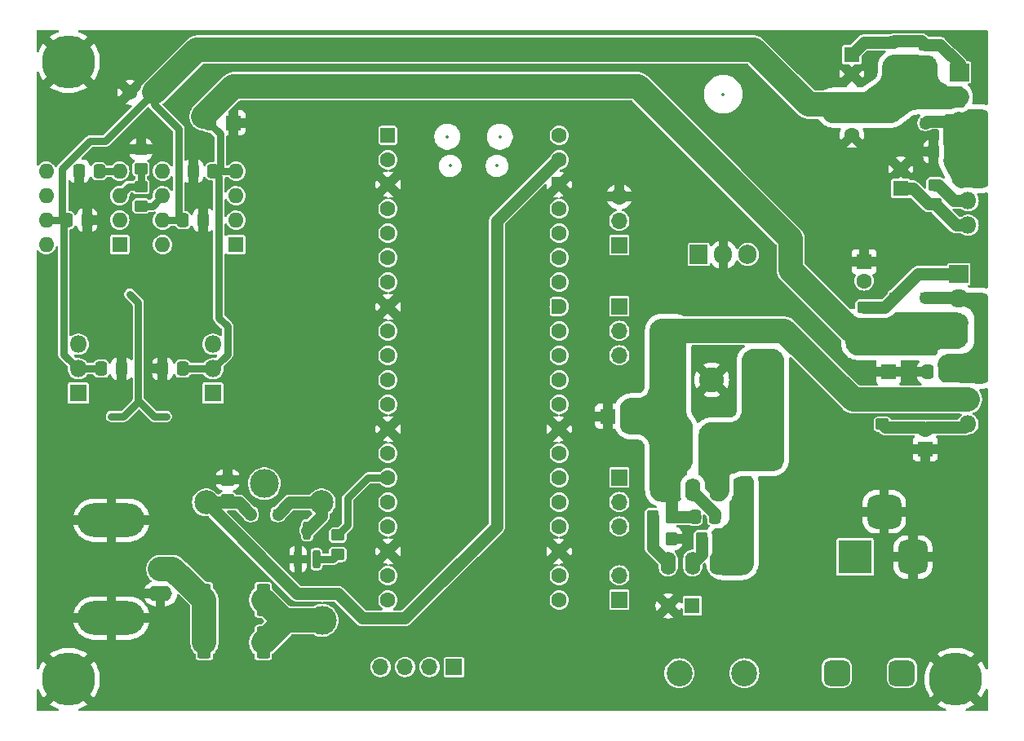
<source format=gbr>
%TF.GenerationSoftware,KiCad,Pcbnew,8.0.1*%
%TF.CreationDate,2024-05-10T19:46:57+02:00*%
%TF.ProjectId,SiganlGen,53696761-6e6c-4476-956e-2e6b69636164,rev?*%
%TF.SameCoordinates,Original*%
%TF.FileFunction,Copper,L2,Bot*%
%TF.FilePolarity,Positive*%
%FSLAX46Y46*%
G04 Gerber Fmt 4.6, Leading zero omitted, Abs format (unit mm)*
G04 Created by KiCad (PCBNEW 8.0.1) date 2024-05-10 19:46:57*
%MOMM*%
%LPD*%
G01*
G04 APERTURE LIST*
G04 Aperture macros list*
%AMRoundRect*
0 Rectangle with rounded corners*
0 $1 Rounding radius*
0 $2 $3 $4 $5 $6 $7 $8 $9 X,Y pos of 4 corners*
0 Add a 4 corners polygon primitive as box body*
4,1,4,$2,$3,$4,$5,$6,$7,$8,$9,$2,$3,0*
0 Add four circle primitives for the rounded corners*
1,1,$1+$1,$2,$3*
1,1,$1+$1,$4,$5*
1,1,$1+$1,$6,$7*
1,1,$1+$1,$8,$9*
0 Add four rect primitives between the rounded corners*
20,1,$1+$1,$2,$3,$4,$5,0*
20,1,$1+$1,$4,$5,$6,$7,0*
20,1,$1+$1,$6,$7,$8,$9,0*
20,1,$1+$1,$8,$9,$2,$3,0*%
%AMFreePoly0*
4,1,28,0.605014,0.794986,0.644504,0.794986,0.724698,0.756366,0.780194,0.686777,0.800000,0.600000,0.800000,-0.600000,0.780194,-0.686777,0.724698,-0.756366,0.644504,-0.794986,0.605014,-0.794986,0.600000,-0.800000,0.000000,-0.800000,-0.178017,-0.779942,-0.347107,-0.720775,-0.498792,-0.625465,-0.625465,-0.498792,-0.720775,-0.347107,-0.779942,-0.178017,-0.800000,0.000000,-0.779942,0.178017,
-0.720775,0.347107,-0.625465,0.498792,-0.498792,0.625465,-0.347107,0.720775,-0.178017,0.779942,0.000000,0.800000,0.600000,0.800000,0.605014,0.794986,0.605014,0.794986,$1*%
%AMFreePoly1*
4,1,28,0.178017,0.779942,0.347107,0.720775,0.498792,0.625465,0.625465,0.498792,0.720775,0.347107,0.779942,0.178017,0.800000,0.000000,0.779942,-0.178017,0.720775,-0.347107,0.625465,-0.498792,0.498792,-0.625465,0.347107,-0.720775,0.178017,-0.779942,0.000000,-0.800000,-0.600000,-0.800000,-0.605014,-0.794986,-0.644504,-0.794986,-0.724698,-0.756366,-0.780194,-0.686777,-0.800000,-0.600000,
-0.800000,0.600000,-0.780194,0.686777,-0.724698,0.756366,-0.644504,0.794986,-0.605014,0.794986,-0.600000,0.800000,0.000000,0.800000,0.178017,0.779942,0.178017,0.779942,$1*%
G04 Aperture macros list end*
%TA.AperFunction,ComponentPad*%
%ADD10R,1.600000X1.600000*%
%TD*%
%TA.AperFunction,ComponentPad*%
%ADD11C,1.600000*%
%TD*%
%TA.AperFunction,ComponentPad*%
%ADD12R,1.800000X1.800000*%
%TD*%
%TA.AperFunction,ComponentPad*%
%ADD13O,1.800000X1.800000*%
%TD*%
%TA.AperFunction,ComponentPad*%
%ADD14R,1.700000X1.700000*%
%TD*%
%TA.AperFunction,ComponentPad*%
%ADD15O,1.700000X1.700000*%
%TD*%
%TA.AperFunction,ComponentPad*%
%ADD16O,1.600000X1.600000*%
%TD*%
%TA.AperFunction,ComponentPad*%
%ADD17RoundRect,0.200000X-0.600000X-0.600000X0.600000X-0.600000X0.600000X0.600000X-0.600000X0.600000X0*%
%TD*%
%TA.AperFunction,ComponentPad*%
%ADD18FreePoly0,0.000000*%
%TD*%
%TA.AperFunction,ComponentPad*%
%ADD19FreePoly1,0.000000*%
%TD*%
%TA.AperFunction,ComponentPad*%
%ADD20R,1.905000X2.000000*%
%TD*%
%TA.AperFunction,ComponentPad*%
%ADD21O,1.905000X2.000000*%
%TD*%
%TA.AperFunction,ComponentPad*%
%ADD22C,5.500000*%
%TD*%
%TA.AperFunction,ComponentPad*%
%ADD23R,2.200000X2.200000*%
%TD*%
%TA.AperFunction,ComponentPad*%
%ADD24O,2.200000X2.200000*%
%TD*%
%TA.AperFunction,ComponentPad*%
%ADD25RoundRect,0.675000X0.675000X0.675000X-0.675000X0.675000X-0.675000X-0.675000X0.675000X-0.675000X0*%
%TD*%
%TA.AperFunction,ComponentPad*%
%ADD26C,2.700000*%
%TD*%
%TA.AperFunction,ComponentPad*%
%ADD27O,2.500000X1.600000*%
%TD*%
%TA.AperFunction,ComponentPad*%
%ADD28O,7.000000X3.500000*%
%TD*%
%TA.AperFunction,ComponentPad*%
%ADD29R,2.000000X1.905000*%
%TD*%
%TA.AperFunction,ComponentPad*%
%ADD30O,2.000000X1.905000*%
%TD*%
%TA.AperFunction,ComponentPad*%
%ADD31R,3.500000X3.500000*%
%TD*%
%TA.AperFunction,ComponentPad*%
%ADD32RoundRect,0.750000X0.750000X1.000000X-0.750000X1.000000X-0.750000X-1.000000X0.750000X-1.000000X0*%
%TD*%
%TA.AperFunction,ComponentPad*%
%ADD33RoundRect,0.875000X0.875000X0.875000X-0.875000X0.875000X-0.875000X-0.875000X0.875000X-0.875000X0*%
%TD*%
%TA.AperFunction,ComponentPad*%
%ADD34R,1.600000X2.400000*%
%TD*%
%TA.AperFunction,ComponentPad*%
%ADD35O,1.600000X2.400000*%
%TD*%
%TA.AperFunction,ComponentPad*%
%ADD36C,2.600000*%
%TD*%
%TA.AperFunction,ComponentPad*%
%ADD37C,3.000000*%
%TD*%
%TA.AperFunction,ComponentPad*%
%ADD38C,2.500000*%
%TD*%
%TA.AperFunction,SMDPad,CuDef*%
%ADD39RoundRect,0.250000X-0.450000X0.350000X-0.450000X-0.350000X0.450000X-0.350000X0.450000X0.350000X0*%
%TD*%
%TA.AperFunction,SMDPad,CuDef*%
%ADD40RoundRect,0.250000X-0.337500X-0.475000X0.337500X-0.475000X0.337500X0.475000X-0.337500X0.475000X0*%
%TD*%
%TA.AperFunction,SMDPad,CuDef*%
%ADD41RoundRect,0.250000X0.475000X-0.337500X0.475000X0.337500X-0.475000X0.337500X-0.475000X-0.337500X0*%
%TD*%
%TA.AperFunction,SMDPad,CuDef*%
%ADD42RoundRect,0.200000X0.200000X-0.750000X0.200000X0.750000X-0.200000X0.750000X-0.200000X-0.750000X0*%
%TD*%
%TA.AperFunction,SMDPad,CuDef*%
%ADD43RoundRect,0.249999X-0.450001X-1.425001X0.450001X-1.425001X0.450001X1.425001X-0.450001X1.425001X0*%
%TD*%
%TA.AperFunction,SMDPad,CuDef*%
%ADD44RoundRect,0.250000X0.450000X-0.350000X0.450000X0.350000X-0.450000X0.350000X-0.450000X-0.350000X0*%
%TD*%
%TA.AperFunction,SMDPad,CuDef*%
%ADD45RoundRect,0.250000X0.300000X-0.300000X0.300000X0.300000X-0.300000X0.300000X-0.300000X-0.300000X0*%
%TD*%
%TA.AperFunction,SMDPad,CuDef*%
%ADD46RoundRect,0.250000X0.337500X0.475000X-0.337500X0.475000X-0.337500X-0.475000X0.337500X-0.475000X0*%
%TD*%
%TA.AperFunction,SMDPad,CuDef*%
%ADD47RoundRect,0.250000X-0.350000X-0.450000X0.350000X-0.450000X0.350000X0.450000X-0.350000X0.450000X0*%
%TD*%
%TA.AperFunction,SMDPad,CuDef*%
%ADD48RoundRect,0.250000X-0.300000X0.300000X-0.300000X-0.300000X0.300000X-0.300000X0.300000X0.300000X0*%
%TD*%
%TA.AperFunction,SMDPad,CuDef*%
%ADD49RoundRect,0.250000X-0.300000X-0.300000X0.300000X-0.300000X0.300000X0.300000X-0.300000X0.300000X0*%
%TD*%
%TA.AperFunction,SMDPad,CuDef*%
%ADD50RoundRect,0.250000X0.350000X0.450000X-0.350000X0.450000X-0.350000X-0.450000X0.350000X-0.450000X0*%
%TD*%
%TA.AperFunction,ViaPad*%
%ADD51C,0.600000*%
%TD*%
%TA.AperFunction,Conductor*%
%ADD52C,1.250000*%
%TD*%
%TA.AperFunction,Conductor*%
%ADD53C,2.540000*%
%TD*%
%TA.AperFunction,Conductor*%
%ADD54C,0.800000*%
%TD*%
%TA.AperFunction,Conductor*%
%ADD55C,0.750000*%
%TD*%
%ADD56C,0.300000*%
%ADD57C,0.350000*%
%ADD58O,1.000000X3.000000*%
%ADD59O,3.000000X1.000000*%
G04 APERTURE END LIST*
D10*
%TO.P,C6,1*%
%TO.N,GND*%
X171504887Y-72390000D03*
D11*
%TO.P,C6,2*%
%TO.N,-12V*%
X174004887Y-72390000D03*
%TD*%
D12*
%TO.P,Q4,1,E*%
%TO.N,Net-(Q4-E)*%
X116580000Y-69975000D03*
D13*
%TO.P,Q4,2,C*%
%TO.N,+10V*%
X116580000Y-67435000D03*
%TO.P,Q4,3,B*%
%TO.N,Net-(D8-A)*%
X116580000Y-64895000D03*
%TD*%
D14*
%TO.P,J3,1,Pin_1*%
%TO.N,/MUX0*%
X155575000Y-98425000D03*
D15*
%TO.P,J3,2,Pin_2*%
%TO.N,/MUX1*%
X153035000Y-98425000D03*
%TO.P,J3,3,Pin_3*%
%TO.N,/MUX2*%
X150495000Y-98425000D03*
%TO.P,J3,4,Pin_4*%
%TO.N,/MUX3*%
X147955000Y-98425000D03*
%TD*%
D10*
%TO.P,U6,1,BAL1*%
%TO.N,unconnected-(U6-BAL1-Pad1)*%
X132937500Y-54549800D03*
D16*
%TO.P,U6,2,-*%
%TO.N,Net-(U6--)*%
X132937500Y-52009800D03*
%TO.P,U6,3,+*%
%TO.N,/Output Stage/DAC_OUT*%
X132937500Y-49469800D03*
%TO.P,U6,4,V-*%
%TO.N,-10V*%
X132937500Y-46929800D03*
%TO.P,U6,5,BAL3*%
%TO.N,unconnected-(U6-BAL3-Pad5)*%
X125317500Y-46929800D03*
%TO.P,U6,6*%
%TO.N,Net-(U6--)*%
X125317500Y-49469800D03*
%TO.P,U6,7,V+*%
%TO.N,+10V*%
X125317500Y-52009800D03*
%TO.P,U6,8,BAL2*%
%TO.N,unconnected-(U6-BAL2-Pad8)*%
X125317500Y-54549800D03*
%TD*%
D14*
%TO.P,J5,1,Pin_1*%
%TO.N,/ENC.CLK*%
X172720000Y-78740000D03*
D15*
%TO.P,J5,2,Pin_2*%
%TO.N,/ENC.DT*%
X172720000Y-81280000D03*
%TO.P,J5,3,Pin_3*%
%TO.N,/ENC.SW*%
X172720000Y-83820000D03*
%TD*%
D14*
%TO.P,J6,1,Pin_1*%
%TO.N,/UI.OUT0*%
X172720000Y-60960000D03*
D15*
%TO.P,J6,2,Pin_2*%
%TO.N,/UI.OUT1*%
X172720000Y-63500000D03*
%TO.P,J6,3,Pin_3*%
%TO.N,/UI.IN0*%
X172720000Y-66040000D03*
%TD*%
D17*
%TO.P,U1,1,GPIO0*%
%TO.N,/DAC0*%
X148710000Y-43207500D03*
D11*
%TO.P,U1,2,GPIO1*%
%TO.N,/DAC1*%
X148710000Y-45747500D03*
D18*
%TO.P,U1,3,GND*%
%TO.N,GND*%
X148710000Y-48287500D03*
D11*
%TO.P,U1,4,GPIO2*%
%TO.N,/DAC2*%
X148710000Y-50827500D03*
%TO.P,U1,5,GPIO3*%
%TO.N,/DAC3*%
X148710000Y-53367500D03*
%TO.P,U1,6,GPIO4*%
%TO.N,/DAC4*%
X148710000Y-55907500D03*
%TO.P,U1,7,GPIO5*%
%TO.N,/DAC5*%
X148710000Y-58447500D03*
D18*
%TO.P,U1,8,GND*%
%TO.N,GND*%
X148710000Y-60987500D03*
D11*
%TO.P,U1,9,GPIO6*%
%TO.N,/DAC6*%
X148710000Y-63527500D03*
%TO.P,U1,10,GPIO7*%
%TO.N,/DAC7*%
X148710000Y-66067500D03*
%TO.P,U1,11,GPIO8*%
%TO.N,/DAC8*%
X148710000Y-68607500D03*
%TO.P,U1,12,GPIO9*%
%TO.N,/DAC9*%
X148710000Y-71147500D03*
D18*
%TO.P,U1,13,GND*%
%TO.N,GND*%
X148710000Y-73687500D03*
D11*
%TO.P,U1,14,GPIO10*%
%TO.N,/Output Stage/3.3Sig*%
X148710000Y-76227500D03*
%TO.P,U1,15,GPIO11*%
%TO.N,/Output Stage/OUT_EN*%
X148710000Y-78767500D03*
%TO.P,U1,16,GPIO12*%
%TO.N,/MUX0*%
X148710000Y-81307500D03*
%TO.P,U1,17,GPIO13*%
%TO.N,/MUX1*%
X148710000Y-83847500D03*
D18*
%TO.P,U1,18,GND*%
%TO.N,GND*%
X148710000Y-86387500D03*
D11*
%TO.P,U1,19,GPIO14*%
%TO.N,/MUX2*%
X148710000Y-88927500D03*
%TO.P,U1,20,GPIO15*%
%TO.N,/MUX3*%
X148710000Y-91467500D03*
%TO.P,U1,21,GPIO16*%
%TO.N,/LCD.SDA*%
X166490000Y-91467500D03*
%TO.P,U1,22,GPIO17*%
%TO.N,/LCD.SCL*%
X166490000Y-88927500D03*
D19*
%TO.P,U1,23,GND*%
%TO.N,GND*%
X166490000Y-86387500D03*
D11*
%TO.P,U1,24,GPIO18*%
%TO.N,/ENC.SW*%
X166490000Y-83847500D03*
%TO.P,U1,25,GPIO19*%
%TO.N,/ENC.DT*%
X166490000Y-81307500D03*
%TO.P,U1,26,GPIO20*%
%TO.N,/ENC.CLK*%
X166490000Y-78767500D03*
%TO.P,U1,27,GPIO21*%
%TO.N,unconnected-(U1-GPIO21-Pad27)_0*%
X166490000Y-76227500D03*
D19*
%TO.P,U1,28,GND*%
%TO.N,GND*%
X166490000Y-73687500D03*
D11*
%TO.P,U1,29,GPIO22*%
%TO.N,unconnected-(U1-GPIO22-Pad29)_0*%
X166490000Y-71147500D03*
%TO.P,U1,30,RUN*%
%TO.N,unconnected-(U1-RUN-Pad30)*%
X166490000Y-68607500D03*
%TO.P,U1,31,GPIO26_ADC0*%
%TO.N,/UI.IN0*%
X166490000Y-66067500D03*
%TO.P,U1,32,GPIO27_ADC1*%
%TO.N,/UI.OUT1*%
X166490000Y-63527500D03*
D19*
%TO.P,U1,33,AGND*%
%TO.N,unconnected-(U1-AGND-Pad33)_0*%
X166490000Y-60987500D03*
D11*
%TO.P,U1,34,GPIO28_ADC2*%
%TO.N,/UI.OUT0*%
X166490000Y-58447500D03*
%TO.P,U1,35,ADC_VREF*%
%TO.N,unconnected-(U1-ADC_VREF-Pad35)*%
X166490000Y-55907500D03*
%TO.P,U1,36,3V3*%
%TO.N,+3V3*%
X166490000Y-53367500D03*
%TO.P,U1,37,3V3_EN*%
%TO.N,unconnected-(U1-3V3_EN-Pad37)*%
X166490000Y-50827500D03*
D19*
%TO.P,U1,38,GND*%
%TO.N,GND*%
X166490000Y-48287500D03*
D11*
%TO.P,U1,39,VSYS*%
%TO.N,+5V*%
X166490000Y-45747500D03*
%TO.P,U1,40,VBUS*%
%TO.N,unconnected-(U1-VBUS-Pad40)*%
X166490000Y-43207500D03*
%TD*%
D20*
%TO.P,U3,1,VI*%
%TO.N,+12V*%
X180975000Y-55585000D03*
D21*
%TO.P,U3,2,GND*%
%TO.N,GND*%
X183515000Y-55585000D03*
%TO.P,U3,3,VO*%
%TO.N,+5V*%
X186055000Y-55585000D03*
%TD*%
D12*
%TO.P,Q1,1,E*%
%TO.N,Net-(D4-K)*%
X208915000Y-47447556D03*
D13*
%TO.P,Q1,2,C*%
%TO.N,+12V*%
X208915000Y-49987556D03*
%TO.P,Q1,3,B*%
%TO.N,Net-(Q1-B)*%
X208915000Y-52527556D03*
%TD*%
D22*
%TO.P,REF\u002A\u002A,1*%
%TO.N,GND*%
X115570000Y-35560000D03*
%TD*%
%TO.P,REF\u002A\u002A,1*%
%TO.N,GND*%
X115570000Y-99695000D03*
%TD*%
D14*
%TO.P,J7,1,Pin_1*%
%TO.N,+3V3*%
X172720000Y-54610000D03*
D15*
%TO.P,J7,2,Pin_2*%
%TO.N,+5V*%
X172720000Y-52070000D03*
%TO.P,J7,3,Pin_3*%
%TO.N,GND*%
X172720000Y-49530000D03*
%TD*%
D23*
%TO.P,D2,1,K*%
%TO.N,Net-(D2-K)*%
X187950000Y-75555000D03*
D24*
%TO.P,D2,2,A*%
%TO.N,-12V*%
X177790000Y-75555000D03*
%TD*%
D10*
%TO.P,C22,1*%
%TO.N,+10V*%
X124460000Y-38735000D03*
D11*
%TO.P,C22,2*%
%TO.N,GND*%
X121960000Y-38735000D03*
%TD*%
D10*
%TO.P,C7,1*%
%TO.N,Net-(Q1-B)*%
X201930000Y-48717556D03*
D11*
%TO.P,C7,2*%
%TO.N,GND*%
X201930000Y-46717556D03*
%TD*%
D25*
%TO.P,F1,1*%
%TO.N,Net-(F1-Pad1)*%
X202055000Y-99060000D03*
X195295000Y-99060000D03*
D26*
%TO.P,F1,2*%
%TO.N,+12V*%
X185705000Y-99060000D03*
X178945000Y-99060000D03*
%TD*%
D27*
%TO.P,J2,1,In*%
%TO.N,Net-(J2-In)*%
X125095000Y-88265000D03*
D28*
%TO.P,J2,2,Ext*%
%TO.N,GND*%
X120015000Y-93345000D03*
D27*
X125095000Y-90805000D03*
D28*
X120015000Y-83185000D03*
%TD*%
D29*
%TO.P,U5,1,ADJ*%
%TO.N,Net-(D6-K)*%
X207962500Y-57607556D03*
D30*
%TO.P,U5,2,VI*%
%TO.N,Net-(D3-A)*%
X207962500Y-60147556D03*
%TO.P,U5,3,VO*%
%TO.N,-10V*%
X207962500Y-62687556D03*
%TD*%
D29*
%TO.P,U4,1,ADJ*%
%TO.N,Net-(D5-A)*%
X207985000Y-36652556D03*
D30*
%TO.P,U4,2,VO*%
%TO.N,+10V*%
X207985000Y-39192556D03*
%TO.P,U4,3,VI*%
%TO.N,Net-(D4-K)*%
X207985000Y-41732556D03*
%TD*%
D31*
%TO.P,J1,1*%
%TO.N,Net-(F1-Pad1)*%
X197200000Y-86995000D03*
D32*
%TO.P,J1,2*%
%TO.N,GND*%
X203200000Y-86995000D03*
D33*
%TO.P,J1,3,MountPin*%
X200200000Y-82295000D03*
%TD*%
D10*
%TO.P,C8,1*%
%TO.N,GND*%
X204470000Y-75772556D03*
D11*
%TO.P,C8,2*%
%TO.N,Net-(Q2-B)*%
X204470000Y-73772556D03*
%TD*%
D10*
%TO.P,C23,1*%
%TO.N,GND*%
X132650113Y-41910000D03*
D11*
%TO.P,C23,2*%
%TO.N,-10V*%
X130150113Y-41910000D03*
%TD*%
D34*
%TO.P,U2,1,SwC*%
%TO.N,Net-(U2-DC)*%
X185410000Y-80010000D03*
D35*
%TO.P,U2,2,SwE*%
%TO.N,Net-(D2-K)*%
X182870000Y-80010000D03*
%TO.P,U2,3,TC*%
%TO.N,Net-(U2-TC)*%
X180330000Y-80010000D03*
%TO.P,U2,4,GND*%
%TO.N,-12V*%
X177790000Y-80010000D03*
%TO.P,U2,5,Vfb*%
%TO.N,Net-(U2-Vfb)*%
X177790000Y-87630000D03*
%TO.P,U2,6,Vin*%
%TO.N,+12V*%
X180330000Y-87630000D03*
%TO.P,U2,7,Ipk*%
%TO.N,Net-(U2-DC)*%
X182870000Y-87630000D03*
%TO.P,U2,8,DC*%
X185410000Y-87630000D03*
%TD*%
D10*
%TO.P,C13,1*%
%TO.N,+10V*%
X196850000Y-40704888D03*
D11*
%TO.P,C13,2*%
%TO.N,GND*%
X196850000Y-43204888D03*
%TD*%
D12*
%TO.P,Q5,1,E*%
%TO.N,Net-(Q5-E)*%
X130550000Y-69975000D03*
D13*
%TO.P,Q5,2,C*%
%TO.N,-10V*%
X130550000Y-67435000D03*
%TO.P,Q5,3,B*%
%TO.N,Net-(D9-K)*%
X130550000Y-64895000D03*
%TD*%
D10*
%TO.P,C2,1*%
%TO.N,+12V*%
X180290000Y-92065000D03*
D11*
%TO.P,C2,2*%
%TO.N,GND*%
X177790000Y-92065000D03*
%TD*%
D10*
%TO.P,U7,1,BAL1*%
%TO.N,unconnected-(U7-BAL1-Pad1)*%
X120882500Y-54539800D03*
D16*
%TO.P,U7,2,-*%
%TO.N,Net-(U7--)*%
X120882500Y-51999800D03*
%TO.P,U7,3,+*%
%TO.N,Net-(U7-+)*%
X120882500Y-49459800D03*
%TO.P,U7,4,V-*%
%TO.N,-10V*%
X120882500Y-46919800D03*
%TO.P,U7,5,BAL3*%
%TO.N,unconnected-(U7-BAL3-Pad5)*%
X113262500Y-46919800D03*
%TO.P,U7,6*%
%TO.N,Net-(D8-K)*%
X113262500Y-49459800D03*
%TO.P,U7,7,V+*%
%TO.N,+10V*%
X113262500Y-51999800D03*
%TO.P,U7,8,BAL2*%
%TO.N,unconnected-(U7-BAL2-Pad8)*%
X113262500Y-54539800D03*
%TD*%
D14*
%TO.P,J4,1,Pin_1*%
%TO.N,/LCD.SDA*%
X172720000Y-91440000D03*
D15*
%TO.P,J4,2,Pin_2*%
%TO.N,/LCD.SCL*%
X172720000Y-88900000D03*
%TD*%
D22*
%TO.P,REF\u002A\u002A,1*%
%TO.N,GND*%
X207645000Y-99695000D03*
%TD*%
D10*
%TO.P,C12,1*%
%TO.N,GND*%
X198120000Y-56337556D03*
D11*
%TO.P,C12,2*%
%TO.N,Net-(D6-K)*%
X198120000Y-58337556D03*
%TD*%
D36*
%TO.P,L1,1,1*%
%TO.N,Net-(D2-K)*%
X187315000Y-68580000D03*
%TO.P,L1,2,2*%
%TO.N,GND*%
X182315000Y-68580000D03*
%TD*%
D37*
%TO.P,K1,13*%
%TO.N,/Output Stage/AMP_OUT*%
X135890000Y-79375000D03*
%TO.P,K1,14*%
%TO.N,Net-(K1-Pad14)*%
X141890000Y-93575000D03*
D38*
%TO.P,K1,A1*%
%TO.N,+5V*%
X129840000Y-81325000D03*
%TO.P,K1,A2*%
%TO.N,Net-(D7-A)*%
X141840000Y-81325000D03*
%TD*%
D10*
%TO.P,C11,1*%
%TO.N,Net-(D5-A)*%
X196850000Y-34811056D03*
D11*
%TO.P,C11,2*%
%TO.N,GND*%
X196850000Y-36811056D03*
%TD*%
D10*
%TO.P,C14,1*%
%TO.N,GND*%
X200660000Y-67767556D03*
D11*
%TO.P,C14,2*%
%TO.N,-10V*%
X200660000Y-65267556D03*
%TD*%
D12*
%TO.P,Q2,1,E*%
%TO.N,Net-(D3-A)*%
X208907500Y-68085056D03*
D13*
%TO.P,Q2,2,C*%
%TO.N,-12V*%
X208907500Y-70625056D03*
%TO.P,Q2,3,B*%
%TO.N,Net-(Q2-B)*%
X208907500Y-73165056D03*
%TD*%
D39*
%TO.P,R5,1*%
%TO.N,-12V*%
X200025000Y-71212556D03*
%TO.P,R5,2*%
%TO.N,Net-(Q2-B)*%
X200025000Y-73212556D03*
%TD*%
D40*
%TO.P,C21,1*%
%TO.N,GND*%
X116680000Y-46929800D03*
%TO.P,C21,2*%
%TO.N,-10V*%
X118755000Y-46929800D03*
%TD*%
D41*
%TO.P,C24,1*%
%TO.N,+5V*%
X132080000Y-81047500D03*
%TO.P,C24,2*%
%TO.N,GND*%
X132080000Y-78972500D03*
%TD*%
D42*
%TO.P,Q6,1,B*%
%TO.N,Net-(Q6-B)*%
X141285000Y-87225000D03*
%TO.P,Q6,2,E*%
%TO.N,GND*%
X139385000Y-87225000D03*
%TO.P,Q6,3,C*%
%TO.N,Net-(D7-A)*%
X140335000Y-84225000D03*
%TD*%
D43*
%TO.P,R36,1*%
%TO.N,Net-(J2-In)*%
X129665000Y-95885000D03*
%TO.P,R36,2*%
%TO.N,Net-(K1-Pad14)*%
X135765000Y-95885000D03*
%TD*%
D44*
%TO.P,R9,1*%
%TO.N,-10V*%
X198112500Y-63052556D03*
%TO.P,R9,2*%
%TO.N,Net-(D6-K)*%
X198112500Y-61052556D03*
%TD*%
D40*
%TO.P,C20,1*%
%TO.N,+10V*%
X115410000Y-52009800D03*
%TO.P,C20,2*%
%TO.N,GND*%
X117485000Y-52009800D03*
%TD*%
D43*
%TO.P,R35,1*%
%TO.N,Net-(J2-In)*%
X129665000Y-91440000D03*
%TO.P,R35,2*%
%TO.N,Net-(K1-Pad14)*%
X135765000Y-91440000D03*
%TD*%
D45*
%TO.P,D3,1,K*%
%TO.N,-10V*%
X204462500Y-62817556D03*
%TO.P,D3,2,A*%
%TO.N,Net-(D3-A)*%
X204462500Y-60017556D03*
%TD*%
%TO.P,D4,1,K*%
%TO.N,Net-(D4-K)*%
X204470000Y-41926056D03*
%TO.P,D4,2,A*%
%TO.N,+10V*%
X204470000Y-39126056D03*
%TD*%
D40*
%TO.P,C10,1*%
%TO.N,GND*%
X204702500Y-67767556D03*
%TO.P,C10,2*%
%TO.N,Net-(D3-A)*%
X206777500Y-67767556D03*
%TD*%
D46*
%TO.P,C9,1*%
%TO.N,Net-(D4-K)*%
X207412500Y-44907556D03*
%TO.P,C9,2*%
%TO.N,GND*%
X205337500Y-44907556D03*
%TD*%
D47*
%TO.P,R3,1*%
%TO.N,Net-(U2-Vfb)*%
X176165000Y-85080000D03*
%TO.P,R3,2*%
%TO.N,GND*%
X178165000Y-85080000D03*
%TD*%
D45*
%TO.P,D5,1,K*%
%TO.N,+10V*%
X201295000Y-36211056D03*
%TO.P,D5,2,A*%
%TO.N,Net-(D5-A)*%
X201295000Y-33411056D03*
%TD*%
D39*
%TO.P,R37,1*%
%TO.N,Net-(U7-+)*%
X123092300Y-48530000D03*
%TO.P,R37,2*%
%TO.N,Net-(U6--)*%
X123092300Y-50530000D03*
%TD*%
%TO.P,R4,1*%
%TO.N,+12V*%
X205480000Y-48352556D03*
%TO.P,R4,2*%
%TO.N,Net-(Q1-B)*%
X205480000Y-50352556D03*
%TD*%
D47*
%TO.P,R1,1*%
%TO.N,+12V*%
X181235000Y-85080000D03*
%TO.P,R1,2*%
%TO.N,Net-(U2-DC)*%
X183235000Y-85080000D03*
%TD*%
D39*
%TO.P,R33,1*%
%TO.N,/Output Stage/OUT_EN*%
X143510000Y-84725000D03*
%TO.P,R33,2*%
%TO.N,Net-(Q6-B)*%
X143510000Y-86725000D03*
%TD*%
D48*
%TO.P,D6,1,K*%
%TO.N,Net-(D6-K)*%
X201287500Y-60017556D03*
%TO.P,D6,2,A*%
%TO.N,-10V*%
X201287500Y-62817556D03*
%TD*%
D40*
%TO.P,C19,1*%
%TO.N,GND*%
X125327500Y-67435000D03*
%TO.P,C19,2*%
%TO.N,-10V*%
X127402500Y-67435000D03*
%TD*%
D46*
%TO.P,C3,1*%
%TO.N,Net-(U2-TC)*%
X182637500Y-82810000D03*
%TO.P,C3,2*%
%TO.N,-12V*%
X180562500Y-82810000D03*
%TD*%
D49*
%TO.P,D7,1,K*%
%TO.N,+5V*%
X134490000Y-82550000D03*
%TO.P,D7,2,A*%
%TO.N,Net-(D7-A)*%
X137290000Y-82550000D03*
%TD*%
D50*
%TO.P,R2,1*%
%TO.N,-12V*%
X178155000Y-82810000D03*
%TO.P,R2,2*%
%TO.N,Net-(U2-Vfb)*%
X176155000Y-82810000D03*
%TD*%
D40*
%TO.P,C18,1*%
%TO.N,+10V*%
X118977500Y-67435000D03*
%TO.P,C18,2*%
%TO.N,GND*%
X121052500Y-67435000D03*
%TD*%
%TO.P,C16,1*%
%TO.N,+10V*%
X127465000Y-52009800D03*
%TO.P,C16,2*%
%TO.N,GND*%
X129540000Y-52009800D03*
%TD*%
%TO.P,C17,1*%
%TO.N,GND*%
X128502500Y-46929800D03*
%TO.P,C17,2*%
%TO.N,-10V*%
X130577500Y-46929800D03*
%TD*%
D39*
%TO.P,R8,1*%
%TO.N,Net-(D5-A)*%
X204470000Y-33811056D03*
%TO.P,R8,2*%
%TO.N,+10V*%
X204470000Y-35811056D03*
%TD*%
%TO.P,R44,1*%
%TO.N,GND*%
X123092300Y-44669200D03*
%TO.P,R44,2*%
%TO.N,Net-(U7-+)*%
X123092300Y-46669200D03*
%TD*%
D51*
%TO.N,GND*%
X186690000Y-39370000D03*
X178435000Y-56515000D03*
X163195000Y-86995000D03*
X175260000Y-98425000D03*
X161925000Y-75565000D03*
X161925000Y-66675000D03*
X137795000Y-98425000D03*
X145415000Y-40005000D03*
X144145000Y-73025000D03*
X161925000Y-36195000D03*
X135255000Y-63500000D03*
X158750000Y-60325000D03*
X206375000Y-85725000D03*
X161925000Y-55245000D03*
X124460000Y-65405000D03*
X142875000Y-98425000D03*
X175260000Y-99695000D03*
X204470000Y-55245000D03*
X171450000Y-75565000D03*
X156845000Y-81915000D03*
X117475000Y-59690000D03*
X181610000Y-48260000D03*
X113030000Y-77470000D03*
X150495000Y-45085000D03*
X186690000Y-46990000D03*
X191770000Y-35560000D03*
X145415000Y-69850000D03*
X141605000Y-98425000D03*
X117475000Y-41910000D03*
X123825000Y-69850000D03*
X180340000Y-48260000D03*
X119380000Y-53975000D03*
X185420000Y-41910000D03*
X145415000Y-64770000D03*
X150495000Y-57785000D03*
X182880000Y-49530000D03*
X135255000Y-69850000D03*
X150495000Y-43815000D03*
X198120000Y-75565000D03*
X203835000Y-44450000D03*
X135255000Y-54610000D03*
X122555000Y-99695000D03*
X193040000Y-35560000D03*
X130175000Y-98425000D03*
X187960000Y-79375000D03*
X144145000Y-60325000D03*
X150495000Y-76835000D03*
X129540000Y-45085000D03*
X133350000Y-36195000D03*
X140335000Y-74295000D03*
X120650000Y-77470000D03*
X113030000Y-60960000D03*
X126365000Y-98425000D03*
X150495000Y-52705000D03*
X145415000Y-48895000D03*
X150495000Y-79375000D03*
X161925000Y-65405000D03*
X169545000Y-36195000D03*
X142875000Y-48895000D03*
X187960000Y-39370000D03*
X135255000Y-57150000D03*
X135255000Y-43789600D03*
X137160000Y-36195000D03*
X145415000Y-73025000D03*
X135255000Y-73660000D03*
X115570000Y-77470000D03*
X181610000Y-41910000D03*
X186690000Y-44450000D03*
X150495000Y-69215000D03*
X113030000Y-67310000D03*
X185420000Y-45720000D03*
X125095000Y-71120000D03*
X152400000Y-36195000D03*
X145415000Y-85725000D03*
X145415000Y-67310000D03*
X140335000Y-73025000D03*
X135255000Y-68580000D03*
X124460000Y-59690000D03*
X203835000Y-81915000D03*
X139065000Y-75565000D03*
X205105000Y-83185000D03*
X142875000Y-47625000D03*
X187960000Y-87630000D03*
X186690000Y-41910000D03*
X184150000Y-50800000D03*
X113030000Y-59690000D03*
X141605000Y-60325000D03*
X178435000Y-55245000D03*
X183515000Y-66040000D03*
X158115000Y-36195000D03*
X129540000Y-53975000D03*
X153670000Y-55245000D03*
X152400000Y-55245000D03*
X163195000Y-76835000D03*
X135255000Y-52070000D03*
X125095000Y-43180000D03*
X128270000Y-59690000D03*
X187960000Y-53975000D03*
X135255000Y-42519600D03*
X150495000Y-65405000D03*
X180340000Y-49530000D03*
X198120000Y-78105000D03*
X187960000Y-55245000D03*
X113030000Y-62230000D03*
X150495000Y-67945000D03*
X135255000Y-74930000D03*
X198755000Y-68402556D03*
X113030000Y-76200000D03*
X196850000Y-73025000D03*
X142875000Y-36195000D03*
X117475000Y-48895000D03*
X182245000Y-71120000D03*
X179070000Y-48260000D03*
X146685000Y-36195000D03*
X208915000Y-88265000D03*
X196215000Y-48260000D03*
X178435000Y-60960000D03*
X198755000Y-67132556D03*
X177165000Y-60960000D03*
X145415000Y-54610000D03*
X128270000Y-38735000D03*
X140970000Y-36195000D03*
X170180000Y-75565000D03*
X140335000Y-47625000D03*
X128270000Y-45085000D03*
X191770000Y-46355000D03*
X173990000Y-98425000D03*
X127000000Y-40005000D03*
X140335000Y-57150000D03*
X150495000Y-46355000D03*
X191770000Y-34290000D03*
X145415000Y-86995000D03*
X137795000Y-75565000D03*
X130175000Y-77470000D03*
X113030000Y-68580000D03*
X150495000Y-61595000D03*
X116205000Y-40640000D03*
X180340000Y-46990000D03*
X118110000Y-77470000D03*
X147955000Y-40005000D03*
X150495000Y-73025000D03*
X182245000Y-66040000D03*
X184150000Y-43180000D03*
X152400000Y-56515000D03*
X123825000Y-99695000D03*
X156210000Y-36195000D03*
X186690000Y-40640000D03*
X207645000Y-88265000D03*
X170180000Y-43180000D03*
X135255000Y-36195000D03*
X150495000Y-42545000D03*
X121920000Y-69850000D03*
X145415000Y-60325000D03*
X120650000Y-65405000D03*
X180975000Y-66040000D03*
X171450000Y-86360000D03*
X173990000Y-99695000D03*
X139065000Y-98425000D03*
X184150000Y-41910000D03*
X156845000Y-51435000D03*
X156845000Y-50165000D03*
X129540000Y-37465000D03*
X132715000Y-98425000D03*
X180340000Y-50800000D03*
X116205000Y-59690000D03*
X140335000Y-48895000D03*
X125730000Y-77470000D03*
X154305000Y-36195000D03*
X150495000Y-55245000D03*
X140335000Y-52070000D03*
X145415000Y-52070000D03*
X135255000Y-46355000D03*
X144145000Y-61595000D03*
X163830000Y-36195000D03*
X113030000Y-71120000D03*
X140335000Y-67310000D03*
X139065000Y-40005000D03*
X171450000Y-36195000D03*
X156845000Y-70485000D03*
X153670000Y-66675000D03*
X135255000Y-49530000D03*
X158750000Y-81915000D03*
X196850000Y-79375000D03*
X145415000Y-83185000D03*
X142875000Y-89535000D03*
X113030000Y-64770000D03*
X145415000Y-89535000D03*
X150495000Y-41275000D03*
X124460000Y-77470000D03*
X136525000Y-75565000D03*
X150495000Y-60325000D03*
X153670000Y-56515000D03*
X180340000Y-39370000D03*
X203835000Y-80645000D03*
X158750000Y-50165000D03*
X139065000Y-36195000D03*
X145415000Y-97155000D03*
X135255000Y-45059600D03*
X203835000Y-83185000D03*
X177165000Y-36195000D03*
X179070000Y-36830000D03*
X140335000Y-61595000D03*
X190500000Y-47625000D03*
X144145000Y-47625000D03*
X196850000Y-75565000D03*
X186690000Y-45720000D03*
X150495000Y-51435000D03*
X158750000Y-51435000D03*
X150495000Y-36195000D03*
X158750000Y-80645000D03*
X160020000Y-36195000D03*
X141605000Y-61595000D03*
X140335000Y-69850000D03*
X182880000Y-43180000D03*
X113030000Y-58420000D03*
X135255000Y-58420000D03*
X135255000Y-72390000D03*
X158750000Y-61595000D03*
X198120000Y-76835000D03*
X122555000Y-98425000D03*
X187960000Y-45720000D03*
X113030000Y-72390000D03*
X135255000Y-41275000D03*
X180340000Y-38100000D03*
X142875000Y-40005000D03*
X131445000Y-36195000D03*
X150495000Y-75565000D03*
X156845000Y-80645000D03*
X198120000Y-74295000D03*
X187960000Y-88900000D03*
X116205000Y-48895000D03*
X205105000Y-81915000D03*
X137795000Y-40005000D03*
X145415000Y-94615000D03*
X187960000Y-86360000D03*
X113030000Y-74930000D03*
X182880000Y-57785000D03*
X197485000Y-48260000D03*
X196850000Y-76835000D03*
X179070000Y-50800000D03*
X173355000Y-36195000D03*
X193040000Y-34290000D03*
X187960000Y-81915000D03*
X145415000Y-90805000D03*
X185420000Y-43180000D03*
X142875000Y-60325000D03*
X142875000Y-73025000D03*
X150495000Y-62865000D03*
X146685000Y-40005000D03*
X123190000Y-77470000D03*
X184785000Y-90170000D03*
X161925000Y-85725000D03*
X130175000Y-78740000D03*
X206375000Y-83185000D03*
X116205000Y-41910000D03*
X144145000Y-98425000D03*
X140335000Y-40005000D03*
X133985000Y-98425000D03*
X144780000Y-36195000D03*
X145415000Y-95885000D03*
X135255000Y-50800000D03*
X135255000Y-67310000D03*
X135255000Y-66040000D03*
X144145000Y-89535000D03*
X136525000Y-98425000D03*
X127000000Y-77470000D03*
X201930000Y-44450000D03*
X180340000Y-40640000D03*
X128905000Y-98425000D03*
X113030000Y-73660000D03*
X135255000Y-71120000D03*
X145415000Y-88265000D03*
X135255000Y-39979600D03*
X119380000Y-77470000D03*
X156845000Y-61595000D03*
X182880000Y-50800000D03*
X179695000Y-84445000D03*
X196850000Y-74295000D03*
X170180000Y-68580000D03*
X187960000Y-85090000D03*
X135255000Y-55880000D03*
X187960000Y-80645000D03*
X206375000Y-88265000D03*
X208915000Y-86995000D03*
X120650000Y-71120000D03*
X113030000Y-63500000D03*
X145415000Y-98425000D03*
X186690000Y-43180000D03*
X196215000Y-49530000D03*
X179070000Y-39370000D03*
X150495000Y-71755000D03*
X150495000Y-50165000D03*
X183515000Y-90170000D03*
X182245000Y-90170000D03*
X145415000Y-47625000D03*
X140335000Y-54610000D03*
X191770000Y-47625000D03*
X135255000Y-60960000D03*
X150495000Y-59055000D03*
X129540000Y-59690000D03*
X145415000Y-81915000D03*
X121920000Y-65405000D03*
X141605000Y-40005000D03*
X141605000Y-89535000D03*
X207645000Y-85725000D03*
X158750000Y-70485000D03*
X145415000Y-44450000D03*
X116840000Y-77470000D03*
X200660000Y-55245000D03*
X179695000Y-85715000D03*
X206375000Y-86995000D03*
X187960000Y-40640000D03*
X205105000Y-80645000D03*
X149225000Y-40005000D03*
X186055000Y-90170000D03*
X152400000Y-65405000D03*
X170180000Y-86360000D03*
X180975000Y-71120000D03*
X187960000Y-46990000D03*
X150495000Y-66675000D03*
X190500000Y-46355000D03*
X163195000Y-85725000D03*
X141605000Y-73025000D03*
X183515000Y-71120000D03*
X172720000Y-86360000D03*
X128270000Y-53975000D03*
X117475000Y-40640000D03*
X171450000Y-68580000D03*
X150495000Y-70485000D03*
X140335000Y-60325000D03*
X196850000Y-78105000D03*
X145415000Y-61595000D03*
X152400000Y-75565000D03*
X135255000Y-59690000D03*
X123825000Y-98425000D03*
X208915000Y-85725000D03*
X131445000Y-98425000D03*
X201930000Y-55245000D03*
X206375000Y-81915000D03*
X179070000Y-46990000D03*
X181610000Y-49530000D03*
X150495000Y-53975000D03*
X135255000Y-98425000D03*
X156845000Y-71755000D03*
X135255000Y-64770000D03*
X145415000Y-57150000D03*
X184150000Y-57785000D03*
X163195000Y-65405000D03*
X152400000Y-66675000D03*
X150495000Y-78105000D03*
X150495000Y-80645000D03*
X205740000Y-55245000D03*
X198755000Y-49530000D03*
X140335000Y-98425000D03*
X179070000Y-38100000D03*
X181610000Y-50800000D03*
X207645000Y-86995000D03*
X180340000Y-36830000D03*
X163195000Y-75565000D03*
X163195000Y-66675000D03*
X165735000Y-36195000D03*
X148590000Y-36195000D03*
X141605000Y-48895000D03*
X179070000Y-45720000D03*
X136525000Y-40005000D03*
X161925000Y-98425000D03*
X150495000Y-48895000D03*
X127635000Y-98425000D03*
X163195000Y-55245000D03*
X187960000Y-41910000D03*
X196850000Y-80645000D03*
X142875000Y-61595000D03*
X150495000Y-64135000D03*
X173990000Y-86360000D03*
X125095000Y-98425000D03*
X197485000Y-49530000D03*
X179070000Y-49530000D03*
X135255000Y-53340000D03*
X187960000Y-56515000D03*
X156845000Y-60325000D03*
X163195000Y-56515000D03*
X182880000Y-41910000D03*
X185420000Y-44450000D03*
X161925000Y-56515000D03*
X113030000Y-66040000D03*
X163195000Y-99695000D03*
X153670000Y-76835000D03*
X144145000Y-40005000D03*
X121920000Y-77470000D03*
X118110000Y-53975000D03*
X175260000Y-36195000D03*
X140335000Y-64770000D03*
X203200000Y-55245000D03*
X152400000Y-76835000D03*
X114300000Y-77470000D03*
X145415000Y-84455000D03*
X158750000Y-71755000D03*
X153670000Y-75565000D03*
X187960000Y-44450000D03*
X153670000Y-65405000D03*
X187960000Y-43180000D03*
X188024621Y-48320117D03*
X161925000Y-76835000D03*
X150495000Y-40005000D03*
X161925000Y-86995000D03*
X135255000Y-62230000D03*
X161925000Y-99695000D03*
X125730000Y-65405000D03*
X113030000Y-57150000D03*
X163195000Y-98425000D03*
X125095000Y-44450000D03*
X150495000Y-56515000D03*
X150495000Y-47625000D03*
X150495000Y-74295000D03*
X144145000Y-48895000D03*
X167640000Y-36195000D03*
X206375000Y-80645000D03*
X198120000Y-73025000D03*
X187325000Y-90170000D03*
X113030000Y-69850000D03*
X184150000Y-44450000D03*
X141605000Y-47625000D03*
X170180000Y-41910000D03*
%TO.N,/Output Stage/AMP_OUT*%
X124460000Y-72390000D03*
X120015000Y-72390000D03*
X121920000Y-59690000D03*
X121285000Y-72390000D03*
X122555000Y-60325000D03*
X125730000Y-72390000D03*
%TD*%
D52*
%TO.N,-12V*%
X180562500Y-82810000D02*
X178155000Y-82810000D01*
X178155000Y-80375000D02*
X177790000Y-80010000D01*
X178155000Y-82810000D02*
X178155000Y-80375000D01*
D53*
X196990056Y-70625056D02*
X208907500Y-70625056D01*
X177165000Y-63500000D02*
X189865000Y-63500000D01*
X189865000Y-63500000D02*
X196990056Y-70625056D01*
D52*
%TO.N,+12V*%
X181235000Y-86725000D02*
X180330000Y-87630000D01*
X208915000Y-49987556D02*
X207442208Y-49987556D01*
X181235000Y-85080000D02*
X181235000Y-86725000D01*
X205807208Y-48352556D02*
X205480000Y-48352556D01*
X207442208Y-49987556D02*
X205807208Y-48352556D01*
%TO.N,+5V*%
X160020000Y-52070000D02*
X166342500Y-45747500D01*
X133265000Y-81325000D02*
X134490000Y-82550000D01*
X150495000Y-93345000D02*
X160020000Y-83820000D01*
X166342500Y-45747500D02*
X166490000Y-45747500D01*
X139320000Y-90805000D02*
X143510000Y-90805000D01*
X129840000Y-81325000D02*
X133265000Y-81325000D01*
X160020000Y-83820000D02*
X160020000Y-52070000D01*
X143510000Y-90805000D02*
X146050000Y-93345000D01*
X146050000Y-93345000D02*
X150495000Y-93345000D01*
X129840000Y-81325000D02*
X139320000Y-90805000D01*
D54*
%TO.N,-10V*%
X120872500Y-46929800D02*
X120882500Y-46919800D01*
D53*
X132715000Y-38100000D02*
X129580000Y-41235000D01*
D54*
X132050000Y-63031037D02*
X132050000Y-65935000D01*
X131298650Y-46929800D02*
X131298650Y-43058537D01*
X127402500Y-67435000D02*
X130550000Y-67435000D01*
D53*
X196850000Y-63500000D02*
X190500000Y-57150000D01*
D52*
X207832500Y-62817556D02*
X207962500Y-62687556D01*
D54*
X130577500Y-46929800D02*
X131298650Y-46929800D01*
X131171321Y-62152358D02*
X132050000Y-63031037D01*
X131298650Y-43058537D02*
X130150113Y-41910000D01*
D53*
X190500000Y-53938159D02*
X174661841Y-38100000D01*
D54*
X131171321Y-62152358D02*
X131171321Y-47523621D01*
X130577500Y-46929800D02*
X131171321Y-47523621D01*
X132050000Y-65935000D02*
X130550000Y-67435000D01*
X130577500Y-46929800D02*
X132937500Y-46929800D01*
D53*
X190500000Y-57150000D02*
X190500000Y-53938159D01*
X174661841Y-38100000D02*
X132715000Y-38100000D01*
D54*
X118755000Y-46929800D02*
X120872500Y-46929800D01*
D53*
%TO.N,+10V*%
X186690000Y-34290000D02*
X128905000Y-34290000D01*
D54*
X114935000Y-52009800D02*
X113272500Y-52009800D01*
X127000000Y-42545000D02*
X124460000Y-40005000D01*
X115410000Y-52009800D02*
X115080000Y-52339800D01*
X115080000Y-65935000D02*
X116580000Y-67435000D01*
X127465000Y-52009800D02*
X127000000Y-51544800D01*
X115080000Y-52154800D02*
X114935000Y-52009800D01*
X115410000Y-52009800D02*
X114935000Y-52009800D01*
D53*
X194945000Y-40005000D02*
X192405000Y-40005000D01*
D54*
X114935000Y-51534800D02*
X114935000Y-46653290D01*
X118977500Y-67435000D02*
X116580000Y-67435000D01*
X127465000Y-52009800D02*
X125317500Y-52009800D01*
X117773290Y-43815000D02*
X119380000Y-43815000D01*
X127000000Y-51544800D02*
X127000000Y-42545000D01*
X113272500Y-52009800D02*
X113262500Y-51999800D01*
D53*
X128905000Y-34290000D02*
X124460000Y-38735000D01*
D54*
X115410000Y-52009800D02*
X114935000Y-51534800D01*
X115080000Y-65935000D02*
X115080000Y-52154800D01*
D52*
X204536500Y-39192556D02*
X204470000Y-39126056D01*
D54*
X124460000Y-40005000D02*
X124460000Y-38735000D01*
X119380000Y-43815000D02*
X124460000Y-38735000D01*
D53*
X192405000Y-40005000D02*
X186690000Y-34290000D01*
D54*
X114935000Y-46653290D02*
X117773290Y-43815000D01*
D52*
%TO.N,Net-(D3-A)*%
X208907500Y-68085056D02*
X208590000Y-67767556D01*
X208590000Y-67767556D02*
X206777500Y-67767556D01*
X207832500Y-60017556D02*
X207962500Y-60147556D01*
X204462500Y-60017556D02*
X207832500Y-60017556D01*
D53*
%TO.N,Net-(J2-In)*%
X126365000Y-88265000D02*
X125095000Y-88265000D01*
X129665000Y-91440000D02*
X127125000Y-88900000D01*
X127000000Y-88900000D02*
X126365000Y-88265000D01*
X129665000Y-95885000D02*
X129665000Y-91440000D01*
X127125000Y-88900000D02*
X127000000Y-88900000D01*
D52*
%TO.N,Net-(Q1-B)*%
X203200000Y-48717556D02*
X204835000Y-50352556D01*
X207655000Y-52527556D02*
X208915000Y-52527556D01*
X201930000Y-48717556D02*
X203200000Y-48717556D01*
X205480000Y-50352556D02*
X207655000Y-52527556D01*
X204835000Y-50352556D02*
X205480000Y-50352556D01*
%TO.N,Net-(Q2-B)*%
X208525113Y-73547443D02*
X204695113Y-73547443D01*
X200025000Y-73212556D02*
X200359887Y-73547443D01*
X204244887Y-73547443D02*
X204470000Y-73772556D01*
X204695113Y-73547443D02*
X204470000Y-73772556D01*
X208907500Y-73165056D02*
X208525113Y-73547443D01*
X200359887Y-73547443D02*
X204244887Y-73547443D01*
%TO.N,Net-(D5-A)*%
X207985000Y-35786056D02*
X206010000Y-33811056D01*
X207985000Y-36652556D02*
X207985000Y-35786056D01*
X198120000Y-33541056D02*
X196850000Y-34811056D01*
X204470000Y-33811056D02*
X204070000Y-33411056D01*
X204070000Y-33411056D02*
X201295000Y-33411056D01*
X201295000Y-33411056D02*
X201165000Y-33541056D01*
X206010000Y-33811056D02*
X204470000Y-33811056D01*
X201165000Y-33541056D02*
X198120000Y-33541056D01*
D54*
%TO.N,/MUX1*%
X148562500Y-83847500D02*
X148710000Y-83847500D01*
D52*
%TO.N,Net-(U2-TC)*%
X182637500Y-82810000D02*
X182637500Y-82475597D01*
X180330000Y-80168097D02*
X180330000Y-80010000D01*
X182637500Y-82475597D02*
X180330000Y-80168097D01*
%TO.N,Net-(D4-K)*%
X207985000Y-41732556D02*
X204663500Y-41732556D01*
X204663500Y-41732556D02*
X204470000Y-41926056D01*
%TO.N,Net-(U2-Vfb)*%
X176155000Y-85070000D02*
X176165000Y-85080000D01*
X176165000Y-86005000D02*
X177790000Y-87630000D01*
X176155000Y-82810000D02*
X176155000Y-85070000D01*
X176165000Y-85080000D02*
X176165000Y-86005000D01*
%TO.N,Net-(D6-K)*%
X201287500Y-60017556D02*
X203697500Y-57607556D01*
X198112500Y-61052556D02*
X200252500Y-61052556D01*
X203697500Y-57607556D02*
X207962500Y-57607556D01*
X200252500Y-61052556D02*
X201287500Y-60017556D01*
D54*
%TO.N,Net-(U6--)*%
X124257300Y-50530000D02*
X125317500Y-49469800D01*
X123092300Y-50530000D02*
X124257300Y-50530000D01*
D52*
%TO.N,Net-(D7-A)*%
X138515000Y-81325000D02*
X141840000Y-81325000D01*
X141840000Y-81325000D02*
X141840000Y-82720000D01*
X137290000Y-82550000D02*
X138515000Y-81325000D01*
X141840000Y-82720000D02*
X140335000Y-84225000D01*
D54*
%TO.N,Net-(Q6-B)*%
X141285000Y-87225000D02*
X143010000Y-87225000D01*
X143010000Y-87225000D02*
X143510000Y-86725000D01*
D55*
%TO.N,/Output Stage/OUT_EN*%
X143510000Y-84725000D02*
X144540000Y-83695000D01*
X144540000Y-80885000D02*
X146657500Y-78767500D01*
X144540000Y-83695000D02*
X144540000Y-80885000D01*
X146657500Y-78767500D02*
X148710000Y-78767500D01*
%TO.N,/Output Stage/AMP_OUT*%
X122950000Y-70880000D02*
X122795000Y-70880000D01*
X122795000Y-70880000D02*
X121285000Y-72390000D01*
X122795000Y-60565000D02*
X122795000Y-70880000D01*
X124460000Y-72390000D02*
X122950000Y-70880000D01*
X124460000Y-72390000D02*
X125730000Y-72390000D01*
X121920000Y-59690000D02*
X122795000Y-60565000D01*
X121285000Y-72390000D02*
X120015000Y-72390000D01*
D54*
%TO.N,Net-(U7-+)*%
X123092300Y-46669200D02*
X123092300Y-48530000D01*
X121812300Y-48530000D02*
X120882500Y-49459800D01*
X123092300Y-48530000D02*
X121812300Y-48530000D01*
D53*
%TO.N,Net-(K1-Pad14)*%
X141890000Y-93575000D02*
X137900000Y-93575000D01*
X141890000Y-93575000D02*
X138075000Y-93575000D01*
X138075000Y-93575000D02*
X135765000Y-95885000D01*
X137900000Y-93575000D02*
X135765000Y-91440000D01*
%TD*%
%TA.AperFunction,Conductor*%
%TO.N,GND*%
G36*
X114201557Y-100533583D02*
G01*
X114349588Y-100737330D01*
X114527670Y-100915412D01*
X114731417Y-101063443D01*
X114848835Y-101123270D01*
X113652394Y-102319711D01*
X113743459Y-102388937D01*
X114045440Y-102570633D01*
X114045445Y-102570635D01*
X114365273Y-102718603D01*
X114497009Y-102762991D01*
X114554253Y-102803051D01*
X114580753Y-102867701D01*
X114568093Y-102936414D01*
X114520294Y-102987375D01*
X114457415Y-103004500D01*
X112384500Y-103004500D01*
X112317461Y-102984815D01*
X112271706Y-102932011D01*
X112260500Y-102880500D01*
X112260500Y-100815511D01*
X112280185Y-100748472D01*
X112332989Y-100702717D01*
X112402147Y-100692773D01*
X112465703Y-100721798D01*
X112499693Y-100769614D01*
X112616043Y-101061634D01*
X112616052Y-101061652D01*
X112781124Y-101373011D01*
X112944266Y-101613626D01*
X114141728Y-100416163D01*
X114201557Y-100533583D01*
G37*
%TD.AperFunction*%
%TA.AperFunction,Conductor*%
G36*
X186096576Y-35780185D02*
G01*
X186117218Y-35796819D01*
X191447034Y-41126635D01*
X191634291Y-41262685D01*
X191715192Y-41303906D01*
X191807091Y-41350731D01*
X191840523Y-41367766D01*
X191840526Y-41367767D01*
X191950590Y-41403528D01*
X192060657Y-41439291D01*
X192289269Y-41475500D01*
X192520732Y-41475500D01*
X193306706Y-41475500D01*
X193373745Y-41495185D01*
X193411495Y-41534765D01*
X193412141Y-41534354D01*
X193437289Y-41573828D01*
X193515323Y-41685272D01*
X193551823Y-41737399D01*
X193578671Y-41772388D01*
X193588911Y-41784592D01*
X193592574Y-41788957D01*
X193622353Y-41821454D01*
X193763544Y-41962645D01*
X193796041Y-41992424D01*
X193796053Y-41992434D01*
X193812611Y-42006328D01*
X193847600Y-42033176D01*
X194011173Y-42147711D01*
X194041207Y-42166845D01*
X194048363Y-42171404D01*
X194067076Y-42182209D01*
X194087330Y-42192752D01*
X194106199Y-42202575D01*
X194287166Y-42286962D01*
X194327902Y-42303836D01*
X194348213Y-42311229D01*
X194390279Y-42324492D01*
X194583155Y-42376173D01*
X194626216Y-42385720D01*
X194647502Y-42389473D01*
X194691216Y-42395227D01*
X194895547Y-42413104D01*
X194917548Y-42414547D01*
X194928355Y-42415019D01*
X194950412Y-42415500D01*
X194950433Y-42415500D01*
X195589065Y-42415500D01*
X195656104Y-42435185D01*
X195701859Y-42487989D01*
X195711803Y-42557147D01*
X195701447Y-42591905D01*
X195623734Y-42758561D01*
X195623730Y-42758570D01*
X195564860Y-42978277D01*
X195564858Y-42978288D01*
X195545034Y-43204885D01*
X195545034Y-43204890D01*
X195564858Y-43431487D01*
X195564860Y-43431498D01*
X195623731Y-43651208D01*
X195646895Y-43700884D01*
X196090230Y-43257549D01*
X196450000Y-43257549D01*
X196477259Y-43359282D01*
X196529920Y-43450494D01*
X196604394Y-43524968D01*
X196695606Y-43577629D01*
X196797339Y-43604888D01*
X196902661Y-43604888D01*
X197004394Y-43577629D01*
X197095606Y-43524968D01*
X197170080Y-43450494D01*
X197222741Y-43359282D01*
X197250000Y-43257549D01*
X197250000Y-43152227D01*
X197222741Y-43050494D01*
X197170080Y-42959282D01*
X197095606Y-42884808D01*
X197004394Y-42832147D01*
X196902661Y-42804888D01*
X196797339Y-42804888D01*
X196695606Y-42832147D01*
X196604394Y-42884808D01*
X196529920Y-42959282D01*
X196477259Y-43050494D01*
X196450000Y-43152227D01*
X196450000Y-43257549D01*
X196090230Y-43257549D01*
X196762318Y-42585462D01*
X196823641Y-42551977D01*
X196893333Y-42556961D01*
X196937680Y-42585462D01*
X198053103Y-43700885D01*
X198076265Y-43651216D01*
X198135140Y-43431494D01*
X198135141Y-43431487D01*
X198154966Y-43204890D01*
X198154966Y-43204885D01*
X198135141Y-42978288D01*
X198135139Y-42978277D01*
X198076269Y-42758570D01*
X198076265Y-42758561D01*
X197998553Y-42591905D01*
X197988061Y-42522827D01*
X198016581Y-42459043D01*
X198075057Y-42420804D01*
X198110935Y-42415500D01*
X200877513Y-42415500D01*
X200882267Y-42415406D01*
X200897344Y-42415111D01*
X200907071Y-42414729D01*
X200926894Y-42413560D01*
X201110976Y-42399073D01*
X201110977Y-42399072D01*
X201110988Y-42399072D01*
X201150398Y-42394407D01*
X201150399Y-42394406D01*
X201150406Y-42394406D01*
X201169622Y-42391362D01*
X201208530Y-42383622D01*
X201383315Y-42341663D01*
X201421510Y-42330892D01*
X201421510Y-42330891D01*
X201421517Y-42330890D01*
X201429325Y-42328353D01*
X201440015Y-42324880D01*
X201477256Y-42311142D01*
X201643330Y-42242357D01*
X201679365Y-42225747D01*
X201696701Y-42216915D01*
X201731340Y-42197518D01*
X201888785Y-42101043D01*
X201905521Y-42090330D01*
X201913616Y-42084921D01*
X201929881Y-42073585D01*
X203143280Y-41192074D01*
X203151351Y-41186681D01*
X203257966Y-41121352D01*
X203275285Y-41112529D01*
X203367868Y-41074182D01*
X203386353Y-41068177D01*
X203483782Y-41044788D01*
X203502980Y-41041747D01*
X203617141Y-41032762D01*
X203627623Y-41031938D01*
X203637351Y-41031556D01*
X203840040Y-41031556D01*
X203907079Y-41051241D01*
X203952834Y-41104045D01*
X203962778Y-41173203D01*
X203933753Y-41236759D01*
X203913674Y-41255326D01*
X203847850Y-41303906D01*
X203767207Y-41413173D01*
X203767206Y-41413175D01*
X203722353Y-41541354D01*
X203722353Y-41541356D01*
X203720153Y-41564817D01*
X203711257Y-41600689D01*
X203676224Y-41685267D01*
X203676223Y-41685270D01*
X203676223Y-41685271D01*
X203676222Y-41685272D01*
X203644500Y-41844748D01*
X203644500Y-41844751D01*
X203644500Y-42007361D01*
X203644500Y-42007363D01*
X203644499Y-42007363D01*
X203676222Y-42166839D01*
X203676225Y-42166849D01*
X203711256Y-42251421D01*
X203720153Y-42287293D01*
X203722353Y-42310756D01*
X203722353Y-42310757D01*
X203767206Y-42438936D01*
X203767207Y-42438938D01*
X203847850Y-42548206D01*
X203957118Y-42628849D01*
X203999845Y-42643800D01*
X204085299Y-42673702D01*
X204108757Y-42675902D01*
X204144632Y-42684798D01*
X204229211Y-42719832D01*
X204229215Y-42719832D01*
X204229216Y-42719833D01*
X204388692Y-42751556D01*
X204388695Y-42751556D01*
X204551307Y-42751556D01*
X204683878Y-42725185D01*
X204710789Y-42719832D01*
X204795368Y-42684798D01*
X204831242Y-42675902D01*
X204841204Y-42674967D01*
X204854699Y-42673702D01*
X204982882Y-42628849D01*
X205045974Y-42582285D01*
X205111601Y-42558315D01*
X205119606Y-42558056D01*
X205745500Y-42558056D01*
X205812539Y-42577741D01*
X205858294Y-42630545D01*
X205869500Y-42682056D01*
X205869500Y-43609782D01*
X205849815Y-43676821D01*
X205837500Y-43689822D01*
X205837500Y-46118812D01*
X205853067Y-46130053D01*
X205895894Y-46185259D01*
X205901158Y-46202093D01*
X205918366Y-46274986D01*
X205940820Y-46370101D01*
X205941008Y-46370895D01*
X205951441Y-46408521D01*
X205956695Y-46424975D01*
X205957264Y-46426755D01*
X205965247Y-46448779D01*
X205970571Y-46463468D01*
X206039038Y-46631766D01*
X206046752Y-46649729D01*
X206050663Y-46658372D01*
X206059087Y-46676064D01*
X206489532Y-47536955D01*
X206501907Y-47605720D01*
X206475139Y-47670259D01*
X206417729Y-47710081D01*
X206347903Y-47712543D01*
X206309733Y-47695512D01*
X206198225Y-47621005D01*
X206048001Y-47558781D01*
X206047991Y-47558778D01*
X205888515Y-47527056D01*
X205888513Y-47527056D01*
X205398695Y-47527056D01*
X205398693Y-47527056D01*
X205284994Y-47549673D01*
X205260802Y-47552056D01*
X204975730Y-47552056D01*
X204945300Y-47554909D01*
X204945298Y-47554909D01*
X204817119Y-47599762D01*
X204817117Y-47599763D01*
X204707850Y-47680406D01*
X204627207Y-47789673D01*
X204627206Y-47789675D01*
X204582353Y-47917854D01*
X204582353Y-47917856D01*
X204579500Y-47948286D01*
X204579500Y-48630260D01*
X204559815Y-48697299D01*
X204507011Y-48743054D01*
X204437853Y-48752998D01*
X204374297Y-48723973D01*
X204367819Y-48717941D01*
X203726228Y-48076350D01*
X203726220Y-48076344D01*
X203591023Y-47986008D01*
X203591019Y-47986006D01*
X203440793Y-47923781D01*
X203440783Y-47923778D01*
X203281307Y-47892056D01*
X203281305Y-47892056D01*
X203020380Y-47892056D01*
X202953341Y-47872371D01*
X202917278Y-47836947D01*
X202874552Y-47773003D01*
X202808230Y-47728688D01*
X202808229Y-47728687D01*
X202749752Y-47717056D01*
X202749748Y-47717056D01*
X202273755Y-47717056D01*
X202206716Y-47697371D01*
X202186074Y-47680737D01*
X201930000Y-47424663D01*
X201673926Y-47680737D01*
X201612603Y-47714222D01*
X201586245Y-47717056D01*
X201110247Y-47717056D01*
X201051770Y-47728687D01*
X201051769Y-47728688D01*
X200985447Y-47773003D01*
X200941132Y-47839325D01*
X200941131Y-47839326D01*
X200929500Y-47897803D01*
X200929500Y-49537308D01*
X200941131Y-49595785D01*
X200941132Y-49595786D01*
X200985447Y-49662108D01*
X201051769Y-49706423D01*
X201051770Y-49706424D01*
X201110247Y-49718055D01*
X201110250Y-49718056D01*
X201110252Y-49718056D01*
X202749750Y-49718056D01*
X202749751Y-49718055D01*
X202764568Y-49715108D01*
X202808229Y-49706424D01*
X202808231Y-49706423D01*
X202828345Y-49692983D01*
X202851421Y-49677563D01*
X202918096Y-49656684D01*
X202985477Y-49675167D01*
X203007994Y-49692983D01*
X204193792Y-50878781D01*
X204257495Y-50942484D01*
X204308776Y-50993765D01*
X204308779Y-50993767D01*
X204443976Y-51084103D01*
X204443980Y-51084105D01*
X204559627Y-51132007D01*
X204594211Y-51146332D01*
X204594215Y-51146332D01*
X204594216Y-51146333D01*
X204753692Y-51178056D01*
X204753695Y-51178056D01*
X205086705Y-51178056D01*
X205153744Y-51197741D01*
X205174386Y-51214375D01*
X207128770Y-53168761D01*
X207128778Y-53168767D01*
X207249172Y-53249211D01*
X207249173Y-53249211D01*
X207249177Y-53249214D01*
X207263979Y-53259104D01*
X207414211Y-53321332D01*
X207414215Y-53321332D01*
X207414216Y-53321333D01*
X207573692Y-53353056D01*
X207573695Y-53353056D01*
X208138965Y-53353056D01*
X208206004Y-53372741D01*
X208222494Y-53385411D01*
X208248959Y-53409537D01*
X208422363Y-53516904D01*
X208612544Y-53590580D01*
X208813024Y-53628056D01*
X208813026Y-53628056D01*
X209016974Y-53628056D01*
X209016976Y-53628056D01*
X209217456Y-53590580D01*
X209407637Y-53516904D01*
X209581041Y-53409537D01*
X209731764Y-53272135D01*
X209854673Y-53109377D01*
X209945582Y-52926806D01*
X210001397Y-52730639D01*
X210020215Y-52527556D01*
X210014260Y-52463295D01*
X210001397Y-52324473D01*
X209987586Y-52275932D01*
X209945582Y-52128306D01*
X209854673Y-51945735D01*
X209766678Y-51829211D01*
X209731762Y-51782974D01*
X209581041Y-51645575D01*
X209581039Y-51645573D01*
X209407642Y-51538211D01*
X209407635Y-51538207D01*
X209269846Y-51484828D01*
X209217456Y-51464532D01*
X209016976Y-51427056D01*
X208813024Y-51427056D01*
X208612544Y-51464532D01*
X208612541Y-51464532D01*
X208612541Y-51464533D01*
X208422364Y-51538207D01*
X208422357Y-51538211D01*
X208248967Y-51645569D01*
X208248964Y-51645571D01*
X208248960Y-51645573D01*
X208248959Y-51645575D01*
X208222499Y-51669695D01*
X208159698Y-51700310D01*
X208138965Y-51702056D01*
X208048296Y-51702056D01*
X207981257Y-51682371D01*
X207960615Y-51665737D01*
X207647217Y-51352339D01*
X207319613Y-51024736D01*
X207286129Y-50963414D01*
X207291113Y-50893723D01*
X207332984Y-50837789D01*
X207398449Y-50813372D01*
X207407295Y-50813056D01*
X207523513Y-50813056D01*
X208138965Y-50813056D01*
X208206004Y-50832741D01*
X208222494Y-50845411D01*
X208248959Y-50869537D01*
X208422363Y-50976904D01*
X208612544Y-51050580D01*
X208813024Y-51088056D01*
X208813026Y-51088056D01*
X209016974Y-51088056D01*
X209016976Y-51088056D01*
X209217456Y-51050580D01*
X209407637Y-50976904D01*
X209581041Y-50869537D01*
X209731764Y-50732135D01*
X209854673Y-50569377D01*
X209945582Y-50386806D01*
X210001397Y-50190639D01*
X210020215Y-49987556D01*
X210014835Y-49929500D01*
X210001397Y-49784473D01*
X209986567Y-49732353D01*
X209945582Y-49588306D01*
X209926029Y-49549039D01*
X209881594Y-49459800D01*
X209854673Y-49405735D01*
X209854671Y-49405733D01*
X209852976Y-49402328D01*
X209840715Y-49333542D01*
X209867588Y-49269047D01*
X209925064Y-49229320D01*
X209963976Y-49223056D01*
X210179608Y-49223056D01*
X210201622Y-49222575D01*
X210201642Y-49222574D01*
X210201647Y-49222574D01*
X210212453Y-49222102D01*
X210234452Y-49220660D01*
X210438783Y-49202783D01*
X210482497Y-49197029D01*
X210503783Y-49193276D01*
X210546844Y-49183729D01*
X210739720Y-49132048D01*
X210781786Y-49118785D01*
X210788083Y-49116492D01*
X210857810Y-49112057D01*
X210918868Y-49146023D01*
X210951870Y-49207608D01*
X210954500Y-49233012D01*
X210954500Y-58997098D01*
X210934815Y-59064137D01*
X210882011Y-59109892D01*
X210812853Y-59119836D01*
X210788093Y-59113621D01*
X210781799Y-59111330D01*
X210739729Y-59098064D01*
X210546836Y-59046378D01*
X210503759Y-59036830D01*
X210482485Y-59033080D01*
X210438785Y-59027327D01*
X210234440Y-59009449D01*
X210212472Y-59008009D01*
X210201663Y-59007537D01*
X210191464Y-59007315D01*
X210179588Y-59007056D01*
X210179567Y-59007056D01*
X209002003Y-59007056D01*
X208934964Y-58987371D01*
X208889209Y-58934567D01*
X208879265Y-58865409D01*
X208908290Y-58801853D01*
X208967068Y-58764079D01*
X208977812Y-58761439D01*
X209040729Y-58748924D01*
X209040729Y-58748923D01*
X209040731Y-58748923D01*
X209107052Y-58704608D01*
X209151367Y-58638287D01*
X209151367Y-58638285D01*
X209151368Y-58638285D01*
X209162999Y-58579808D01*
X209163000Y-58579806D01*
X209163000Y-56635305D01*
X209162999Y-56635303D01*
X209151368Y-56576826D01*
X209151367Y-56576825D01*
X209107052Y-56510503D01*
X209040730Y-56466188D01*
X209040729Y-56466187D01*
X208982252Y-56454556D01*
X208982248Y-56454556D01*
X206942752Y-56454556D01*
X206942747Y-56454556D01*
X206884270Y-56466187D01*
X206884269Y-56466188D01*
X206817947Y-56510503D01*
X206773632Y-56576825D01*
X206773631Y-56576826D01*
X206762000Y-56635303D01*
X206762000Y-56658056D01*
X206742315Y-56725095D01*
X206689511Y-56770850D01*
X206638000Y-56782056D01*
X203616193Y-56782056D01*
X203456716Y-56813778D01*
X203456706Y-56813781D01*
X203306480Y-56876006D01*
X203306476Y-56876008D01*
X203171279Y-56966344D01*
X203171271Y-56966350D01*
X200868838Y-59268783D01*
X200822114Y-59298143D01*
X200774617Y-59314763D01*
X200665350Y-59395406D01*
X200584707Y-59504673D01*
X200568087Y-59552170D01*
X200538727Y-59598894D01*
X199946886Y-60190737D01*
X199885563Y-60224222D01*
X199859205Y-60227056D01*
X198031193Y-60227056D01*
X197917494Y-60249673D01*
X197893302Y-60252056D01*
X197608230Y-60252056D01*
X197577800Y-60254909D01*
X197577798Y-60254909D01*
X197449619Y-60299762D01*
X197449617Y-60299763D01*
X197340350Y-60380406D01*
X197259707Y-60489673D01*
X197259706Y-60489675D01*
X197214853Y-60617854D01*
X197214853Y-60617856D01*
X197212000Y-60648286D01*
X197212000Y-61138652D01*
X197192315Y-61205691D01*
X197139511Y-61251446D01*
X197070353Y-61261390D01*
X197054018Y-61257905D01*
X197006885Y-61244474D01*
X197006882Y-61244473D01*
X196863017Y-61245622D01*
X196863009Y-61245623D01*
X196793943Y-61256116D01*
X196793930Y-61256119D01*
X196781895Y-61259757D01*
X196712027Y-61260308D01*
X196658341Y-61228740D01*
X192267157Y-56837556D01*
X196820000Y-56837556D01*
X196820000Y-57185400D01*
X196826401Y-57244928D01*
X196826403Y-57244935D01*
X196876645Y-57379642D01*
X196876649Y-57379649D01*
X196962809Y-57494743D01*
X196962812Y-57494746D01*
X197077906Y-57580906D01*
X197077913Y-57580910D01*
X197205228Y-57628396D01*
X197261162Y-57670267D01*
X197285579Y-57735732D01*
X197271254Y-57803031D01*
X197191187Y-57952827D01*
X197133975Y-58141426D01*
X197114659Y-58337556D01*
X197133975Y-58533685D01*
X197191188Y-58722289D01*
X197284086Y-58896088D01*
X197284090Y-58896095D01*
X197409116Y-59048439D01*
X197561460Y-59173465D01*
X197561467Y-59173469D01*
X197735266Y-59266367D01*
X197735269Y-59266367D01*
X197735273Y-59266370D01*
X197923868Y-59323580D01*
X198120000Y-59342897D01*
X198316132Y-59323580D01*
X198504727Y-59266370D01*
X198678538Y-59173466D01*
X198830883Y-59048439D01*
X198955910Y-58896094D01*
X199048814Y-58722283D01*
X199106024Y-58533688D01*
X199125341Y-58337556D01*
X199106024Y-58141424D01*
X199048814Y-57952829D01*
X199014679Y-57888967D01*
X198968746Y-57803031D01*
X198954504Y-57734628D01*
X198979504Y-57669385D01*
X199034771Y-57628396D01*
X199162086Y-57580910D01*
X199162093Y-57580906D01*
X199277187Y-57494746D01*
X199277190Y-57494743D01*
X199363350Y-57379649D01*
X199363354Y-57379642D01*
X199413596Y-57244935D01*
X199413598Y-57244928D01*
X199419999Y-57185400D01*
X199420000Y-57185383D01*
X199420000Y-56837556D01*
X196820000Y-56837556D01*
X192267157Y-56837556D01*
X192006819Y-56577218D01*
X191973334Y-56515895D01*
X191970500Y-56489537D01*
X191970500Y-56390217D01*
X197720000Y-56390217D01*
X197747259Y-56491950D01*
X197799920Y-56583162D01*
X197874394Y-56657636D01*
X197965606Y-56710297D01*
X198067339Y-56737556D01*
X198172661Y-56737556D01*
X198274394Y-56710297D01*
X198365606Y-56657636D01*
X198440080Y-56583162D01*
X198492741Y-56491950D01*
X198520000Y-56390217D01*
X198520000Y-56284895D01*
X198492741Y-56183162D01*
X198440080Y-56091950D01*
X198365606Y-56017476D01*
X198274394Y-55964815D01*
X198172661Y-55937556D01*
X198067339Y-55937556D01*
X197965606Y-55964815D01*
X197874394Y-56017476D01*
X197799920Y-56091950D01*
X197747259Y-56183162D01*
X197720000Y-56284895D01*
X197720000Y-56390217D01*
X191970500Y-56390217D01*
X191970500Y-55837556D01*
X196820000Y-55837556D01*
X197620000Y-55837556D01*
X197620000Y-55037556D01*
X198620000Y-55037556D01*
X198620000Y-55837556D01*
X199420000Y-55837556D01*
X199420000Y-55489728D01*
X199419999Y-55489711D01*
X199413598Y-55430183D01*
X199413596Y-55430176D01*
X199363354Y-55295469D01*
X199363350Y-55295462D01*
X199277190Y-55180368D01*
X199277187Y-55180365D01*
X199162093Y-55094205D01*
X199162086Y-55094201D01*
X199027379Y-55043959D01*
X199027372Y-55043957D01*
X198967844Y-55037556D01*
X198620000Y-55037556D01*
X197620000Y-55037556D01*
X197272155Y-55037556D01*
X197212627Y-55043957D01*
X197212620Y-55043959D01*
X197077913Y-55094201D01*
X197077906Y-55094205D01*
X196962812Y-55180365D01*
X196962809Y-55180368D01*
X196876649Y-55295462D01*
X196876645Y-55295469D01*
X196826403Y-55430176D01*
X196826401Y-55430183D01*
X196820000Y-55489711D01*
X196820000Y-55837556D01*
X191970500Y-55837556D01*
X191970500Y-53822428D01*
X191957484Y-53740251D01*
X191939714Y-53628056D01*
X191934291Y-53593816D01*
X191862766Y-53373683D01*
X191862766Y-53373682D01*
X191811024Y-53272135D01*
X191757684Y-53167449D01*
X191715493Y-53109377D01*
X191621640Y-52980197D01*
X191621636Y-52980193D01*
X185359000Y-46717558D01*
X200625034Y-46717558D01*
X200644858Y-46944155D01*
X200644860Y-46944166D01*
X200703731Y-47163876D01*
X200726895Y-47213552D01*
X201170232Y-46770217D01*
X201530000Y-46770217D01*
X201557259Y-46871950D01*
X201609920Y-46963162D01*
X201684394Y-47037636D01*
X201775606Y-47090297D01*
X201877339Y-47117556D01*
X201982661Y-47117556D01*
X202084394Y-47090297D01*
X202175606Y-47037636D01*
X202250080Y-46963162D01*
X202302741Y-46871950D01*
X202330000Y-46770217D01*
X202330000Y-46717557D01*
X202637107Y-46717557D01*
X203133103Y-47213553D01*
X203156265Y-47163884D01*
X203215140Y-46944162D01*
X203215141Y-46944155D01*
X203234966Y-46717558D01*
X203234966Y-46717553D01*
X203215141Y-46490956D01*
X203215139Y-46490945D01*
X203156269Y-46271238D01*
X203156265Y-46271229D01*
X203133103Y-46221558D01*
X202637107Y-46717555D01*
X202637107Y-46717557D01*
X202330000Y-46717557D01*
X202330000Y-46664895D01*
X202302741Y-46563162D01*
X202250080Y-46471950D01*
X202175606Y-46397476D01*
X202084394Y-46344815D01*
X201982661Y-46317556D01*
X201877339Y-46317556D01*
X201775606Y-46344815D01*
X201684394Y-46397476D01*
X201609920Y-46471950D01*
X201557259Y-46563162D01*
X201530000Y-46664895D01*
X201530000Y-46770217D01*
X201170232Y-46770217D01*
X201222893Y-46717556D01*
X201222893Y-46717555D01*
X200726895Y-46221558D01*
X200703731Y-46271233D01*
X200644860Y-46490945D01*
X200644858Y-46490956D01*
X200625034Y-46717553D01*
X200625034Y-46717558D01*
X185359000Y-46717558D01*
X184155893Y-45514451D01*
X201434002Y-45514451D01*
X201930000Y-46010449D01*
X201930001Y-46010449D01*
X202425996Y-45514451D01*
X202376320Y-45491287D01*
X202156610Y-45432416D01*
X202156599Y-45432414D01*
X201930002Y-45412590D01*
X201929998Y-45412590D01*
X201703400Y-45432414D01*
X201703389Y-45432416D01*
X201483677Y-45491287D01*
X201434002Y-45514451D01*
X184155893Y-45514451D01*
X184048998Y-45407556D01*
X204250001Y-45407556D01*
X204250001Y-45432542D01*
X204260494Y-45535253D01*
X204315641Y-45701675D01*
X204315643Y-45701680D01*
X204407684Y-45850901D01*
X204531654Y-45974871D01*
X204680875Y-46066912D01*
X204680880Y-46066914D01*
X204837500Y-46118812D01*
X204837500Y-45407556D01*
X204250001Y-45407556D01*
X184048998Y-45407556D01*
X183049433Y-44407991D01*
X196354002Y-44407991D01*
X196403673Y-44431153D01*
X196403682Y-44431157D01*
X196623389Y-44490027D01*
X196623400Y-44490029D01*
X196849998Y-44509854D01*
X196850002Y-44509854D01*
X197076599Y-44490029D01*
X197076606Y-44490028D01*
X197296328Y-44431153D01*
X197345997Y-44407991D01*
X197345562Y-44407556D01*
X204250000Y-44407556D01*
X204837500Y-44407556D01*
X204837500Y-43696298D01*
X204680879Y-43748197D01*
X204531654Y-43840240D01*
X204407684Y-43964210D01*
X204315643Y-44113431D01*
X204315641Y-44113436D01*
X204260494Y-44279858D01*
X204260493Y-44279865D01*
X204250000Y-44382569D01*
X204250000Y-44407556D01*
X197345562Y-44407556D01*
X196850001Y-43911995D01*
X196850000Y-43911995D01*
X196354002Y-44407991D01*
X183049433Y-44407991D01*
X177697569Y-39056127D01*
X181514500Y-39056127D01*
X181537523Y-39230996D01*
X181548730Y-39316116D01*
X181616602Y-39569418D01*
X181616605Y-39569428D01*
X181716953Y-39811690D01*
X181716958Y-39811700D01*
X181848075Y-40038803D01*
X182007718Y-40246851D01*
X182007726Y-40246860D01*
X182193140Y-40432274D01*
X182193148Y-40432281D01*
X182401196Y-40591924D01*
X182628299Y-40723041D01*
X182628309Y-40723046D01*
X182870571Y-40823394D01*
X182870581Y-40823398D01*
X183123884Y-40891270D01*
X183383880Y-40925500D01*
X183383887Y-40925500D01*
X183646113Y-40925500D01*
X183646120Y-40925500D01*
X183906116Y-40891270D01*
X184159419Y-40823398D01*
X184401697Y-40723043D01*
X184628803Y-40591924D01*
X184836851Y-40432282D01*
X184836855Y-40432277D01*
X184836860Y-40432274D01*
X185022274Y-40246860D01*
X185022277Y-40246855D01*
X185022282Y-40246851D01*
X185181924Y-40038803D01*
X185313043Y-39811697D01*
X185313425Y-39810776D01*
X185340114Y-39746340D01*
X185413398Y-39569419D01*
X185481270Y-39316116D01*
X185515500Y-39056120D01*
X185515500Y-38793880D01*
X185481270Y-38533884D01*
X185413398Y-38280581D01*
X185413394Y-38280571D01*
X185313046Y-38038309D01*
X185313041Y-38038299D01*
X185181924Y-37811196D01*
X185038900Y-37624806D01*
X185022282Y-37603149D01*
X185022281Y-37603148D01*
X185022274Y-37603140D01*
X184836860Y-37417726D01*
X184836851Y-37417718D01*
X184628803Y-37258075D01*
X184401700Y-37126958D01*
X184401690Y-37126953D01*
X184159428Y-37026605D01*
X184159421Y-37026603D01*
X184159419Y-37026602D01*
X183906116Y-36958730D01*
X183848339Y-36951123D01*
X183646127Y-36924500D01*
X183646120Y-36924500D01*
X183383880Y-36924500D01*
X183383872Y-36924500D01*
X183152772Y-36954926D01*
X183123884Y-36958730D01*
X182870581Y-37026602D01*
X182870571Y-37026605D01*
X182628309Y-37126953D01*
X182628299Y-37126958D01*
X182401196Y-37258075D01*
X182193148Y-37417718D01*
X182007718Y-37603148D01*
X181848075Y-37811196D01*
X181716958Y-38038299D01*
X181716953Y-38038309D01*
X181616605Y-38280571D01*
X181616602Y-38280581D01*
X181553840Y-38514815D01*
X181548730Y-38533885D01*
X181514500Y-38793872D01*
X181514500Y-39056127D01*
X177697569Y-39056127D01*
X175619805Y-36978363D01*
X175619800Y-36978359D01*
X175432554Y-36842318D01*
X175432553Y-36842317D01*
X175432551Y-36842316D01*
X175366479Y-36808650D01*
X175226317Y-36737233D01*
X175226314Y-36737232D01*
X175006185Y-36665709D01*
X174891878Y-36647604D01*
X174777572Y-36629500D01*
X132599269Y-36629500D01*
X132566981Y-36634614D01*
X132370655Y-36665709D01*
X132160905Y-36733861D01*
X132160904Y-36733860D01*
X132150523Y-36737233D01*
X131944290Y-36842315D01*
X131757031Y-36978367D01*
X128458363Y-40277035D01*
X128458359Y-40277040D01*
X128322318Y-40464286D01*
X128217233Y-40670523D01*
X128217232Y-40670526D01*
X128145709Y-40890655D01*
X128109500Y-41119269D01*
X128109500Y-41350730D01*
X128145709Y-41579344D01*
X128217232Y-41799473D01*
X128217233Y-41799476D01*
X128273549Y-41910000D01*
X128315546Y-41992424D01*
X128322318Y-42005713D01*
X128458359Y-42192959D01*
X128458363Y-42192964D01*
X128622035Y-42356636D01*
X128622040Y-42356640D01*
X128761151Y-42457709D01*
X128809290Y-42492684D01*
X128944106Y-42561376D01*
X129015523Y-42597766D01*
X129015526Y-42597767D01*
X129111185Y-42628848D01*
X129235657Y-42669291D01*
X129464269Y-42705500D01*
X129497968Y-42705500D01*
X129565007Y-42725185D01*
X129576627Y-42733642D01*
X129591575Y-42745910D01*
X129765386Y-42838814D01*
X129953981Y-42896024D01*
X130150113Y-42915341D01*
X130233858Y-42907092D01*
X130302502Y-42920110D01*
X130333692Y-42942814D01*
X130661831Y-43270953D01*
X130695316Y-43332276D01*
X130698150Y-43358634D01*
X130698150Y-45880300D01*
X130678465Y-45947339D01*
X130625661Y-45993094D01*
X130574150Y-46004300D01*
X130185730Y-46004300D01*
X130155300Y-46007153D01*
X130155298Y-46007153D01*
X130027119Y-46052006D01*
X130027117Y-46052007D01*
X129917850Y-46132650D01*
X129837207Y-46241917D01*
X129814842Y-46305833D01*
X129774120Y-46362608D01*
X129709167Y-46388355D01*
X129640605Y-46374898D01*
X129590203Y-46326511D01*
X129580095Y-46303881D01*
X129524358Y-46135680D01*
X129524356Y-46135675D01*
X129432315Y-45986454D01*
X129308345Y-45862484D01*
X129159120Y-45770441D01*
X129002500Y-45718542D01*
X129002500Y-48141056D01*
X129159119Y-48089158D01*
X129159124Y-48089156D01*
X129308345Y-47997115D01*
X129432315Y-47873145D01*
X129524356Y-47723924D01*
X129524359Y-47723917D01*
X129580094Y-47555718D01*
X129619866Y-47498273D01*
X129684382Y-47471449D01*
X129753158Y-47483764D01*
X129804358Y-47531306D01*
X129814841Y-47553765D01*
X129830937Y-47599763D01*
X129837207Y-47617682D01*
X129917850Y-47726950D01*
X130027118Y-47807593D01*
X130067076Y-47821575D01*
X130155299Y-47852446D01*
X130185730Y-47855300D01*
X130185734Y-47855300D01*
X130446821Y-47855300D01*
X130513860Y-47874985D01*
X130559615Y-47927789D01*
X130570821Y-47979300D01*
X130570821Y-50868098D01*
X130551136Y-50935137D01*
X130498332Y-50980892D01*
X130429174Y-50990836D01*
X130365618Y-50961811D01*
X130359140Y-50955779D01*
X130345845Y-50942484D01*
X130196620Y-50850441D01*
X130040000Y-50798542D01*
X130040000Y-53221056D01*
X130196619Y-53169158D01*
X130196624Y-53169156D01*
X130345845Y-53077115D01*
X130359140Y-53063821D01*
X130420463Y-53030336D01*
X130490155Y-53035320D01*
X130546088Y-53077192D01*
X130570505Y-53142656D01*
X130570821Y-53151502D01*
X130570821Y-62065688D01*
X130570820Y-62065706D01*
X130570820Y-62231412D01*
X130570819Y-62231412D01*
X130570820Y-62231415D01*
X130611744Y-62384143D01*
X130616622Y-62392592D01*
X130616625Y-62392602D01*
X130616627Y-62392601D01*
X130690796Y-62521067D01*
X130690802Y-62521075D01*
X130809670Y-62639943D01*
X130809676Y-62639948D01*
X131413181Y-63243453D01*
X131446666Y-63304776D01*
X131449500Y-63331134D01*
X131449500Y-63945011D01*
X131429815Y-64012050D01*
X131377011Y-64057805D01*
X131307853Y-64067749D01*
X131244297Y-64038724D01*
X131241963Y-64036649D01*
X131216041Y-64013019D01*
X131216039Y-64013017D01*
X131042642Y-63905655D01*
X131042635Y-63905651D01*
X130947546Y-63868814D01*
X130852456Y-63831976D01*
X130651976Y-63794500D01*
X130448024Y-63794500D01*
X130247544Y-63831976D01*
X130247541Y-63831976D01*
X130247541Y-63831977D01*
X130057364Y-63905651D01*
X130057357Y-63905655D01*
X129883960Y-64013017D01*
X129883958Y-64013019D01*
X129733237Y-64150418D01*
X129610327Y-64313178D01*
X129519422Y-64495739D01*
X129519417Y-64495752D01*
X129463602Y-64691917D01*
X129444785Y-64894999D01*
X129444785Y-64895000D01*
X129463602Y-65098082D01*
X129519417Y-65294247D01*
X129519422Y-65294260D01*
X129610327Y-65476821D01*
X129733237Y-65639581D01*
X129833710Y-65731173D01*
X129874505Y-65768363D01*
X129883958Y-65776980D01*
X129883960Y-65776982D01*
X129900263Y-65787076D01*
X130057363Y-65884348D01*
X130247544Y-65958024D01*
X130448024Y-65995500D01*
X130448026Y-65995500D01*
X130651974Y-65995500D01*
X130651976Y-65995500D01*
X130852456Y-65958024D01*
X130852459Y-65958022D01*
X130858091Y-65956970D01*
X130858551Y-65959435D01*
X130917644Y-65959884D01*
X130976134Y-65998103D01*
X131004676Y-66061877D01*
X130994209Y-66130958D01*
X130969489Y-66166274D01*
X130823970Y-66311793D01*
X130762647Y-66345278D01*
X130713506Y-66346001D01*
X130651977Y-66334500D01*
X130651976Y-66334500D01*
X130448024Y-66334500D01*
X130247544Y-66371976D01*
X130247541Y-66371976D01*
X130247541Y-66371977D01*
X130057364Y-66445651D01*
X130057357Y-66445655D01*
X129883960Y-66553017D01*
X129883958Y-66553019D01*
X129733237Y-66690418D01*
X129661642Y-66785227D01*
X129605533Y-66826863D01*
X129562688Y-66834500D01*
X128261352Y-66834500D01*
X128194313Y-66814815D01*
X128148558Y-66762011D01*
X128144310Y-66751452D01*
X128142794Y-66747121D01*
X128142793Y-66747118D01*
X128120062Y-66716319D01*
X128062150Y-66637850D01*
X127952882Y-66557207D01*
X127952880Y-66557206D01*
X127824700Y-66512353D01*
X127794270Y-66509500D01*
X127794266Y-66509500D01*
X127010734Y-66509500D01*
X127010730Y-66509500D01*
X126980300Y-66512353D01*
X126980298Y-66512353D01*
X126852119Y-66557206D01*
X126852117Y-66557207D01*
X126742850Y-66637850D01*
X126662207Y-66747117D01*
X126639842Y-66811033D01*
X126599120Y-66867808D01*
X126534167Y-66893555D01*
X126465605Y-66880098D01*
X126415203Y-66831711D01*
X126405095Y-66809081D01*
X126349358Y-66640880D01*
X126349356Y-66640875D01*
X126257315Y-66491654D01*
X126133345Y-66367684D01*
X125984120Y-66275641D01*
X125827500Y-66223742D01*
X125827500Y-68646256D01*
X125944459Y-68607500D01*
X147704659Y-68607500D01*
X147723975Y-68803629D01*
X147723976Y-68803632D01*
X147762445Y-68930448D01*
X147781188Y-68992233D01*
X147874086Y-69166032D01*
X147874090Y-69166039D01*
X147999116Y-69318383D01*
X148151460Y-69443409D01*
X148151467Y-69443413D01*
X148325266Y-69536311D01*
X148325269Y-69536311D01*
X148325273Y-69536314D01*
X148513868Y-69593524D01*
X148710000Y-69612841D01*
X148906132Y-69593524D01*
X149094727Y-69536314D01*
X149137823Y-69513279D01*
X149227519Y-69465335D01*
X149268538Y-69443410D01*
X149420883Y-69318383D01*
X149545910Y-69166038D01*
X149638814Y-68992227D01*
X149696024Y-68803632D01*
X149715341Y-68607500D01*
X149696024Y-68411368D01*
X149638814Y-68222773D01*
X149638811Y-68222769D01*
X149638811Y-68222766D01*
X149545913Y-68048967D01*
X149545909Y-68048960D01*
X149420883Y-67896616D01*
X149268539Y-67771590D01*
X149268532Y-67771586D01*
X149094733Y-67678688D01*
X149094727Y-67678686D01*
X148906132Y-67621476D01*
X148906129Y-67621475D01*
X148710000Y-67602159D01*
X148513870Y-67621475D01*
X148325266Y-67678688D01*
X148151467Y-67771586D01*
X148151460Y-67771590D01*
X147999116Y-67896616D01*
X147874090Y-68048960D01*
X147874086Y-68048967D01*
X147781188Y-68222766D01*
X147723975Y-68411370D01*
X147704659Y-68607500D01*
X125944459Y-68607500D01*
X125984119Y-68594358D01*
X125984124Y-68594356D01*
X126133345Y-68502315D01*
X126257315Y-68378345D01*
X126349356Y-68229124D01*
X126349359Y-68229117D01*
X126405094Y-68060918D01*
X126444866Y-68003473D01*
X126509382Y-67976649D01*
X126578158Y-67988964D01*
X126629358Y-68036506D01*
X126639841Y-68058965D01*
X126656996Y-68107989D01*
X126662207Y-68122882D01*
X126742850Y-68232150D01*
X126852118Y-68312793D01*
X126864087Y-68316981D01*
X126980299Y-68357646D01*
X127010730Y-68360500D01*
X127010734Y-68360500D01*
X127794270Y-68360500D01*
X127824699Y-68357646D01*
X127824701Y-68357646D01*
X127888790Y-68335219D01*
X127952882Y-68312793D01*
X128062150Y-68232150D01*
X128142793Y-68122882D01*
X128144310Y-68118548D01*
X128185030Y-68061771D01*
X128249982Y-68036022D01*
X128261352Y-68035500D01*
X129562688Y-68035500D01*
X129629727Y-68055185D01*
X129661642Y-68084773D01*
X129733237Y-68179581D01*
X129883958Y-68316980D01*
X129883960Y-68316982D01*
X129892509Y-68322275D01*
X130057363Y-68424348D01*
X130247544Y-68498024D01*
X130448024Y-68535500D01*
X130448026Y-68535500D01*
X130651974Y-68535500D01*
X130651976Y-68535500D01*
X130852456Y-68498024D01*
X131042637Y-68424348D01*
X131216041Y-68316981D01*
X131366764Y-68179579D01*
X131489673Y-68016821D01*
X131580582Y-67834250D01*
X131636397Y-67638083D01*
X131655215Y-67435000D01*
X131638877Y-67258686D01*
X131652292Y-67190119D01*
X131674664Y-67159569D01*
X132408506Y-66425728D01*
X132408511Y-66425724D01*
X132418714Y-66415520D01*
X132418716Y-66415520D01*
X132530520Y-66303716D01*
X132609577Y-66166784D01*
X132636180Y-66067500D01*
X147704659Y-66067500D01*
X147723975Y-66263629D01*
X147723976Y-66263632D01*
X147779192Y-66445655D01*
X147781188Y-66452233D01*
X147874086Y-66626032D01*
X147874090Y-66626039D01*
X147999116Y-66778383D01*
X148151460Y-66903409D01*
X148151467Y-66903413D01*
X148325266Y-66996311D01*
X148325269Y-66996311D01*
X148325273Y-66996314D01*
X148513868Y-67053524D01*
X148710000Y-67072841D01*
X148906132Y-67053524D01*
X149094727Y-66996314D01*
X149137984Y-66973193D01*
X149241837Y-66917682D01*
X149268538Y-66903410D01*
X149420883Y-66778383D01*
X149545910Y-66626038D01*
X149610077Y-66505991D01*
X149638811Y-66452233D01*
X149638811Y-66452232D01*
X149638814Y-66452227D01*
X149696024Y-66263632D01*
X149715341Y-66067500D01*
X149696024Y-65871368D01*
X149638814Y-65682773D01*
X149638811Y-65682769D01*
X149638811Y-65682766D01*
X149545913Y-65508967D01*
X149545909Y-65508960D01*
X149420883Y-65356616D01*
X149268539Y-65231590D01*
X149268532Y-65231586D01*
X149094733Y-65138688D01*
X149094727Y-65138686D01*
X148906132Y-65081476D01*
X148906129Y-65081475D01*
X148710000Y-65062159D01*
X148513870Y-65081475D01*
X148325266Y-65138688D01*
X148151467Y-65231586D01*
X148151460Y-65231590D01*
X147999116Y-65356616D01*
X147874090Y-65508960D01*
X147874086Y-65508967D01*
X147781188Y-65682766D01*
X147723975Y-65871370D01*
X147704659Y-66067500D01*
X132636180Y-66067500D01*
X132650500Y-66014057D01*
X132650500Y-63527500D01*
X147704659Y-63527500D01*
X147723975Y-63723629D01*
X147723976Y-63723632D01*
X147779192Y-63905655D01*
X147781188Y-63912233D01*
X147874086Y-64086032D01*
X147874090Y-64086039D01*
X147999116Y-64238383D01*
X148151460Y-64363409D01*
X148151467Y-64363413D01*
X148325266Y-64456311D01*
X148325269Y-64456311D01*
X148325273Y-64456314D01*
X148513868Y-64513524D01*
X148710000Y-64532841D01*
X148906132Y-64513524D01*
X149094727Y-64456314D01*
X149268538Y-64363410D01*
X149420883Y-64238383D01*
X149545910Y-64086038D01*
X149638814Y-63912227D01*
X149696024Y-63723632D01*
X149715341Y-63527500D01*
X149696024Y-63331368D01*
X149638814Y-63142773D01*
X149638811Y-63142769D01*
X149638811Y-63142766D01*
X149545913Y-62968967D01*
X149545909Y-62968960D01*
X149420883Y-62816616D01*
X149268539Y-62691590D01*
X149268532Y-62691586D01*
X149094733Y-62598688D01*
X149094727Y-62598686D01*
X148906132Y-62541476D01*
X148906129Y-62541475D01*
X148890161Y-62539903D01*
X148825374Y-62513742D01*
X148785015Y-62456708D01*
X148781898Y-62386908D01*
X148817012Y-62326503D01*
X148879210Y-62294672D01*
X148902315Y-62292500D01*
X149307893Y-62292500D01*
X149307893Y-62292499D01*
X148710001Y-61694607D01*
X148710000Y-61694607D01*
X148209612Y-62194992D01*
X148209613Y-62194993D01*
X148364055Y-62249035D01*
X148364067Y-62249039D01*
X148474310Y-62274201D01*
X148474327Y-62274204D01*
X148591361Y-62287390D01*
X148655775Y-62314456D01*
X148695330Y-62372051D01*
X148697468Y-62441888D01*
X148661510Y-62501794D01*
X148598873Y-62532750D01*
X148589633Y-62534013D01*
X148513870Y-62541475D01*
X148325266Y-62598688D01*
X148151467Y-62691586D01*
X148151460Y-62691590D01*
X147999116Y-62816616D01*
X147874090Y-62968960D01*
X147874086Y-62968967D01*
X147781188Y-63142766D01*
X147723975Y-63331370D01*
X147704659Y-63527500D01*
X132650500Y-63527500D01*
X132650500Y-63120097D01*
X132650501Y-63120084D01*
X132650501Y-62951981D01*
X132640203Y-62913550D01*
X132609577Y-62799253D01*
X132583213Y-62753589D01*
X132530524Y-62662327D01*
X132530518Y-62662319D01*
X131808140Y-61939941D01*
X131774655Y-61878618D01*
X131771821Y-61852260D01*
X131771821Y-61044047D01*
X147403113Y-61044047D01*
X147423296Y-61223173D01*
X147423298Y-61223189D01*
X147448459Y-61333427D01*
X147448461Y-61333433D01*
X147502506Y-61487885D01*
X147937067Y-61053326D01*
X148210000Y-61053326D01*
X148244075Y-61180493D01*
X148309901Y-61294507D01*
X148402993Y-61387599D01*
X148517007Y-61453425D01*
X148644174Y-61487500D01*
X148775826Y-61487500D01*
X148902993Y-61453425D01*
X149017007Y-61387599D01*
X149110099Y-61294507D01*
X149175925Y-61180493D01*
X149210000Y-61053326D01*
X149210000Y-60987500D01*
X149417107Y-60987500D01*
X150016632Y-61587026D01*
X150016633Y-61587025D01*
X150015413Y-61572107D01*
X150015000Y-61562000D01*
X150015000Y-61067745D01*
X150015780Y-61053858D01*
X150016886Y-61044044D01*
X150016886Y-60930955D01*
X150015780Y-60921141D01*
X150015000Y-60907255D01*
X150015000Y-60456451D01*
X150016262Y-60438805D01*
X150019197Y-60418383D01*
X150016703Y-60387901D01*
X149417107Y-60987499D01*
X149417107Y-60987500D01*
X149210000Y-60987500D01*
X149210000Y-60921674D01*
X149175925Y-60794507D01*
X149110099Y-60680493D01*
X149017007Y-60587401D01*
X148902993Y-60521575D01*
X148775826Y-60487500D01*
X148644174Y-60487500D01*
X148517007Y-60521575D01*
X148402993Y-60587401D01*
X148309901Y-60680493D01*
X148244075Y-60794507D01*
X148210000Y-60921674D01*
X148210000Y-61053326D01*
X147937067Y-61053326D01*
X148002893Y-60987500D01*
X147502506Y-60487113D01*
X147448461Y-60641566D01*
X147448459Y-60641572D01*
X147423298Y-60751810D01*
X147423296Y-60751826D01*
X147403113Y-60930952D01*
X147403113Y-61044047D01*
X131771821Y-61044047D01*
X131771821Y-58447500D01*
X147704659Y-58447500D01*
X147723975Y-58643629D01*
X147723976Y-58643632D01*
X147747836Y-58722289D01*
X147781188Y-58832233D01*
X147874086Y-59006032D01*
X147874090Y-59006039D01*
X147999116Y-59158383D01*
X148151460Y-59283409D01*
X148151467Y-59283413D01*
X148325266Y-59376311D01*
X148325269Y-59376311D01*
X148325273Y-59376314D01*
X148513868Y-59433524D01*
X148574778Y-59439523D01*
X148589632Y-59440986D01*
X148654419Y-59467147D01*
X148694778Y-59524181D01*
X148697895Y-59593981D01*
X148662781Y-59654386D01*
X148600583Y-59686217D01*
X148591362Y-59687609D01*
X148474326Y-59700796D01*
X148474310Y-59700798D01*
X148364072Y-59725959D01*
X148364066Y-59725961D01*
X148209613Y-59780006D01*
X148710000Y-60280393D01*
X149307893Y-59682500D01*
X148902315Y-59682500D01*
X148835276Y-59662815D01*
X148789521Y-59610011D01*
X148779577Y-59540853D01*
X148808602Y-59477297D01*
X148867380Y-59439523D01*
X148890161Y-59435097D01*
X148891150Y-59434999D01*
X148906132Y-59433524D01*
X149094727Y-59376314D01*
X149268538Y-59283410D01*
X149420883Y-59158383D01*
X149545910Y-59006038D01*
X149638814Y-58832227D01*
X149696024Y-58643632D01*
X149715341Y-58447500D01*
X149696024Y-58251368D01*
X149638814Y-58062773D01*
X149638811Y-58062769D01*
X149638811Y-58062766D01*
X149545913Y-57888967D01*
X149545909Y-57888960D01*
X149420883Y-57736616D01*
X149268539Y-57611590D01*
X149268532Y-57611586D01*
X149094733Y-57518688D01*
X149094727Y-57518686D01*
X148906132Y-57461476D01*
X148906129Y-57461475D01*
X148710000Y-57442159D01*
X148513870Y-57461475D01*
X148325266Y-57518688D01*
X148151467Y-57611586D01*
X148151460Y-57611590D01*
X147999116Y-57736616D01*
X147874090Y-57888960D01*
X147874086Y-57888967D01*
X147781188Y-58062766D01*
X147723975Y-58251370D01*
X147704659Y-58447500D01*
X131771821Y-58447500D01*
X131771821Y-55907500D01*
X147704659Y-55907500D01*
X147723975Y-56103629D01*
X147781188Y-56292233D01*
X147874086Y-56466032D01*
X147874090Y-56466039D01*
X147999116Y-56618383D01*
X148151460Y-56743409D01*
X148151467Y-56743413D01*
X148325266Y-56836311D01*
X148325269Y-56836311D01*
X148325273Y-56836314D01*
X148513868Y-56893524D01*
X148710000Y-56912841D01*
X148906132Y-56893524D01*
X149094727Y-56836314D01*
X149268538Y-56743410D01*
X149420883Y-56618383D01*
X149545910Y-56466038D01*
X149638814Y-56292227D01*
X149696024Y-56103632D01*
X149715341Y-55907500D01*
X149696024Y-55711368D01*
X149638814Y-55522773D01*
X149638811Y-55522769D01*
X149638811Y-55522766D01*
X149545913Y-55348967D01*
X149545909Y-55348960D01*
X149420883Y-55196616D01*
X149268539Y-55071590D01*
X149268532Y-55071586D01*
X149094733Y-54978688D01*
X149094727Y-54978686D01*
X148949155Y-54934527D01*
X148906129Y-54921475D01*
X148710000Y-54902159D01*
X148513870Y-54921475D01*
X148325266Y-54978688D01*
X148151467Y-55071586D01*
X148151460Y-55071590D01*
X147999116Y-55196616D01*
X147874090Y-55348960D01*
X147874086Y-55348967D01*
X147781188Y-55522766D01*
X147723975Y-55711370D01*
X147704659Y-55907500D01*
X131771821Y-55907500D01*
X131771821Y-55572185D01*
X131791506Y-55505146D01*
X131844310Y-55459391D01*
X131913468Y-55449447D01*
X131977024Y-55478472D01*
X131983834Y-55486194D01*
X131984312Y-55485717D01*
X131992946Y-55494351D01*
X132059269Y-55538667D01*
X132059270Y-55538668D01*
X132117747Y-55550299D01*
X132117750Y-55550300D01*
X132117752Y-55550300D01*
X133757250Y-55550300D01*
X133757251Y-55550299D01*
X133772068Y-55547352D01*
X133815729Y-55538668D01*
X133815729Y-55538667D01*
X133815731Y-55538667D01*
X133882052Y-55494352D01*
X133926367Y-55428031D01*
X133926367Y-55428029D01*
X133926368Y-55428029D01*
X133936774Y-55375710D01*
X133938000Y-55369548D01*
X133938000Y-53730052D01*
X133938000Y-53730049D01*
X133937999Y-53730047D01*
X133926368Y-53671570D01*
X133926367Y-53671569D01*
X133882052Y-53605247D01*
X133815730Y-53560932D01*
X133815729Y-53560931D01*
X133757252Y-53549300D01*
X133757248Y-53549300D01*
X132117752Y-53549300D01*
X132117747Y-53549300D01*
X132059270Y-53560931D01*
X132059269Y-53560932D01*
X131992946Y-53605248D01*
X131984312Y-53613883D01*
X131981389Y-53610960D01*
X131945300Y-53641115D01*
X131875974Y-53649815D01*
X131812950Y-53619655D01*
X131776236Y-53560208D01*
X131771821Y-53527414D01*
X131771821Y-53367500D01*
X147704659Y-53367500D01*
X147723975Y-53563629D01*
X147723976Y-53563632D01*
X147777553Y-53740252D01*
X147781188Y-53752233D01*
X147874086Y-53926032D01*
X147874090Y-53926039D01*
X147999116Y-54078383D01*
X148151460Y-54203409D01*
X148151467Y-54203413D01*
X148325266Y-54296311D01*
X148325269Y-54296311D01*
X148325273Y-54296314D01*
X148513868Y-54353524D01*
X148710000Y-54372841D01*
X148906132Y-54353524D01*
X149094727Y-54296314D01*
X149268538Y-54203410D01*
X149420883Y-54078383D01*
X149545910Y-53926038D01*
X149638814Y-53752227D01*
X149696024Y-53563632D01*
X149715341Y-53367500D01*
X149696024Y-53171368D01*
X149638814Y-52982773D01*
X149638811Y-52982769D01*
X149638811Y-52982766D01*
X149545913Y-52808967D01*
X149545909Y-52808960D01*
X149420883Y-52656616D01*
X149268539Y-52531590D01*
X149268532Y-52531586D01*
X149094733Y-52438688D01*
X149094727Y-52438686D01*
X148906132Y-52381476D01*
X148906129Y-52381475D01*
X148710000Y-52362159D01*
X148513870Y-52381475D01*
X148325266Y-52438688D01*
X148151467Y-52531586D01*
X148151460Y-52531590D01*
X147999116Y-52656616D01*
X147874090Y-52808960D01*
X147874086Y-52808967D01*
X147781188Y-52982766D01*
X147723975Y-53171370D01*
X147704659Y-53367500D01*
X131771821Y-53367500D01*
X131771821Y-52446074D01*
X131791506Y-52379035D01*
X131844310Y-52333280D01*
X131913468Y-52323336D01*
X131977024Y-52352361D01*
X132004179Y-52390028D01*
X132005814Y-52389155D01*
X132101586Y-52568332D01*
X132101590Y-52568339D01*
X132226616Y-52720683D01*
X132378960Y-52845709D01*
X132378967Y-52845713D01*
X132552766Y-52938611D01*
X132552769Y-52938611D01*
X132552773Y-52938614D01*
X132741368Y-52995824D01*
X132937500Y-53015141D01*
X133133632Y-52995824D01*
X133322227Y-52938614D01*
X133340942Y-52928611D01*
X133496032Y-52845713D01*
X133496038Y-52845710D01*
X133648383Y-52720683D01*
X133773410Y-52568338D01*
X133838762Y-52446074D01*
X133866311Y-52394533D01*
X133866311Y-52394532D01*
X133866314Y-52394527D01*
X133923524Y-52205932D01*
X133942841Y-52009800D01*
X133923524Y-51813668D01*
X133866314Y-51625073D01*
X133866311Y-51625069D01*
X133866311Y-51625066D01*
X133773413Y-51451267D01*
X133773409Y-51451260D01*
X133648383Y-51298916D01*
X133496039Y-51173890D01*
X133496032Y-51173886D01*
X133322233Y-51080988D01*
X133322227Y-51080986D01*
X133174905Y-51036296D01*
X133133629Y-51023775D01*
X132937500Y-51004459D01*
X132741370Y-51023775D01*
X132552766Y-51080988D01*
X132378967Y-51173886D01*
X132378960Y-51173890D01*
X132226616Y-51298916D01*
X132101590Y-51451260D01*
X132101586Y-51451267D01*
X132005814Y-51630445D01*
X132003674Y-51629301D01*
X131966540Y-51675382D01*
X131900246Y-51697446D01*
X131832547Y-51680166D01*
X131784937Y-51629029D01*
X131771821Y-51573525D01*
X131771821Y-50827500D01*
X147704659Y-50827500D01*
X147723975Y-51023629D01*
X147781188Y-51212233D01*
X147874086Y-51386032D01*
X147874090Y-51386039D01*
X147999116Y-51538383D01*
X148151460Y-51663409D01*
X148151467Y-51663413D01*
X148325266Y-51756311D01*
X148325269Y-51756311D01*
X148325273Y-51756314D01*
X148513868Y-51813524D01*
X148710000Y-51832841D01*
X148906132Y-51813524D01*
X149094727Y-51756314D01*
X149268538Y-51663410D01*
X149420883Y-51538383D01*
X149545910Y-51386038D01*
X149611320Y-51263664D01*
X149638811Y-51212233D01*
X149638811Y-51212232D01*
X149638814Y-51212227D01*
X149696024Y-51023632D01*
X149715341Y-50827500D01*
X149696024Y-50631368D01*
X149638814Y-50442773D01*
X149638811Y-50442769D01*
X149638811Y-50442766D01*
X149545913Y-50268967D01*
X149545909Y-50268960D01*
X149420883Y-50116616D01*
X149268539Y-49991590D01*
X149268532Y-49991586D01*
X149094733Y-49898688D01*
X149094727Y-49898686D01*
X148906132Y-49841476D01*
X148906129Y-49841475D01*
X148890161Y-49839903D01*
X148825374Y-49813742D01*
X148785015Y-49756708D01*
X148781898Y-49686908D01*
X148817012Y-49626503D01*
X148879210Y-49594672D01*
X148902315Y-49592500D01*
X149307893Y-49592500D01*
X149307893Y-49592499D01*
X148710001Y-48994607D01*
X148710000Y-48994607D01*
X148209612Y-49494992D01*
X148209613Y-49494993D01*
X148364055Y-49549035D01*
X148364067Y-49549039D01*
X148474310Y-49574201D01*
X148474327Y-49574204D01*
X148591361Y-49587390D01*
X148655775Y-49614456D01*
X148695330Y-49672051D01*
X148697468Y-49741888D01*
X148661510Y-49801794D01*
X148598873Y-49832750D01*
X148589633Y-49834013D01*
X148513870Y-49841475D01*
X148325266Y-49898688D01*
X148151467Y-49991586D01*
X148151460Y-49991590D01*
X147999116Y-50116616D01*
X147874090Y-50268960D01*
X147874086Y-50268967D01*
X147781188Y-50442766D01*
X147723975Y-50631370D01*
X147704659Y-50827500D01*
X131771821Y-50827500D01*
X131771821Y-49906074D01*
X131791506Y-49839035D01*
X131844310Y-49793280D01*
X131913468Y-49783336D01*
X131977024Y-49812361D01*
X132004179Y-49850028D01*
X132005814Y-49849155D01*
X132101586Y-50028332D01*
X132101590Y-50028339D01*
X132226616Y-50180683D01*
X132378960Y-50305709D01*
X132378967Y-50305713D01*
X132552766Y-50398611D01*
X132552769Y-50398611D01*
X132552773Y-50398614D01*
X132741368Y-50455824D01*
X132937500Y-50475141D01*
X133133632Y-50455824D01*
X133322227Y-50398614D01*
X133340942Y-50388611D01*
X133496032Y-50305713D01*
X133496038Y-50305710D01*
X133648383Y-50180683D01*
X133773410Y-50028338D01*
X133838762Y-49906074D01*
X133866311Y-49854533D01*
X133866311Y-49854532D01*
X133866314Y-49854527D01*
X133923524Y-49665932D01*
X133942841Y-49469800D01*
X133923524Y-49273668D01*
X133866314Y-49085073D01*
X133866311Y-49085069D01*
X133866311Y-49085066D01*
X133773413Y-48911267D01*
X133773409Y-48911260D01*
X133648383Y-48758916D01*
X133496039Y-48633890D01*
X133496032Y-48633886D01*
X133322233Y-48540988D01*
X133322227Y-48540986D01*
X133160393Y-48491894D01*
X133133629Y-48483775D01*
X132937500Y-48464459D01*
X132741370Y-48483775D01*
X132552766Y-48540988D01*
X132378967Y-48633886D01*
X132378960Y-48633890D01*
X132226616Y-48758916D01*
X132101590Y-48911260D01*
X132101586Y-48911267D01*
X132005814Y-49090445D01*
X132003674Y-49089301D01*
X131966540Y-49135382D01*
X131900246Y-49157446D01*
X131832547Y-49140166D01*
X131784937Y-49089029D01*
X131771821Y-49033525D01*
X131771821Y-48344047D01*
X147403113Y-48344047D01*
X147423296Y-48523173D01*
X147423298Y-48523189D01*
X147448459Y-48633427D01*
X147448461Y-48633433D01*
X147502506Y-48787885D01*
X147937067Y-48353326D01*
X148210000Y-48353326D01*
X148244075Y-48480493D01*
X148309901Y-48594507D01*
X148402993Y-48687599D01*
X148517007Y-48753425D01*
X148644174Y-48787500D01*
X148775826Y-48787500D01*
X148902993Y-48753425D01*
X149017007Y-48687599D01*
X149110099Y-48594507D01*
X149175925Y-48480493D01*
X149210000Y-48353326D01*
X149210000Y-48287500D01*
X149417107Y-48287500D01*
X150016632Y-48887026D01*
X150016633Y-48887025D01*
X150015413Y-48872107D01*
X150015000Y-48862000D01*
X150015000Y-48367745D01*
X150015780Y-48353858D01*
X150016886Y-48344044D01*
X150016886Y-48230955D01*
X150015780Y-48221141D01*
X150015000Y-48207255D01*
X150015000Y-47756451D01*
X150016262Y-47738805D01*
X150019197Y-47718383D01*
X150016703Y-47687901D01*
X149417107Y-48287499D01*
X149417107Y-48287500D01*
X149210000Y-48287500D01*
X149210000Y-48221674D01*
X149175925Y-48094507D01*
X149110099Y-47980493D01*
X149017007Y-47887401D01*
X148902993Y-47821575D01*
X148775826Y-47787500D01*
X148644174Y-47787500D01*
X148517007Y-47821575D01*
X148402993Y-47887401D01*
X148309901Y-47980493D01*
X148244075Y-48094507D01*
X148210000Y-48221674D01*
X148210000Y-48353326D01*
X147937067Y-48353326D01*
X148002893Y-48287500D01*
X147502506Y-47787113D01*
X147448461Y-47941566D01*
X147448459Y-47941572D01*
X147423298Y-48051810D01*
X147423296Y-48051826D01*
X147403113Y-48230952D01*
X147403113Y-48344047D01*
X131771821Y-48344047D01*
X131771821Y-47654300D01*
X131791506Y-47587261D01*
X131844310Y-47541506D01*
X131895821Y-47530300D01*
X132077380Y-47530300D01*
X132144419Y-47549985D01*
X132173233Y-47575635D01*
X132226616Y-47640683D01*
X132378960Y-47765709D01*
X132378967Y-47765713D01*
X132552766Y-47858611D01*
X132552769Y-47858611D01*
X132552773Y-47858614D01*
X132741368Y-47915824D01*
X132937500Y-47935141D01*
X133133632Y-47915824D01*
X133322227Y-47858614D01*
X133323657Y-47857850D01*
X133417682Y-47807592D01*
X133496038Y-47765710D01*
X133648383Y-47640683D01*
X133773410Y-47488338D01*
X133866314Y-47314527D01*
X133923524Y-47125932D01*
X133942841Y-46929800D01*
X133923524Y-46733668D01*
X133866314Y-46545073D01*
X133866311Y-46545069D01*
X133866311Y-46545066D01*
X133773413Y-46371267D01*
X133773409Y-46371260D01*
X133648383Y-46218916D01*
X133496039Y-46093890D01*
X133496032Y-46093886D01*
X133322233Y-46000988D01*
X133322227Y-46000986D01*
X133133632Y-45943776D01*
X133133629Y-45943775D01*
X132937500Y-45924459D01*
X132741370Y-45943775D01*
X132552766Y-46000988D01*
X132378967Y-46093886D01*
X132378960Y-46093890D01*
X132226616Y-46218916D01*
X132173233Y-46283965D01*
X132115488Y-46323299D01*
X132077380Y-46329300D01*
X132023150Y-46329300D01*
X131956111Y-46309615D01*
X131910356Y-46256811D01*
X131899150Y-46205300D01*
X131899150Y-45747500D01*
X147704659Y-45747500D01*
X147723975Y-45943629D01*
X147781188Y-46132233D01*
X147874086Y-46306032D01*
X147874090Y-46306039D01*
X147999116Y-46458383D01*
X148151460Y-46583409D01*
X148151467Y-46583413D01*
X148325266Y-46676311D01*
X148325269Y-46676311D01*
X148325273Y-46676314D01*
X148513868Y-46733524D01*
X148574778Y-46739523D01*
X148589632Y-46740986D01*
X148654419Y-46767147D01*
X148694778Y-46824181D01*
X148697895Y-46893981D01*
X148662781Y-46954386D01*
X148600583Y-46986217D01*
X148591362Y-46987609D01*
X148474326Y-47000796D01*
X148474310Y-47000798D01*
X148364072Y-47025959D01*
X148364066Y-47025961D01*
X148209613Y-47080006D01*
X148710000Y-47580393D01*
X149307893Y-46982500D01*
X148902315Y-46982500D01*
X148835276Y-46962815D01*
X148789521Y-46910011D01*
X148779577Y-46840853D01*
X148808602Y-46777297D01*
X148867380Y-46739523D01*
X148890161Y-46735097D01*
X148891150Y-46734999D01*
X148906132Y-46733524D01*
X149094727Y-46676314D01*
X149095218Y-46676052D01*
X149268532Y-46583413D01*
X149268538Y-46583410D01*
X149418896Y-46460014D01*
X153999500Y-46460014D01*
X154003736Y-46486761D01*
X154028445Y-46642765D01*
X154085619Y-46818732D01*
X154085620Y-46818735D01*
X154159210Y-46963162D01*
X154169622Y-46983596D01*
X154278379Y-47133287D01*
X154409213Y-47264121D01*
X154558904Y-47372878D01*
X154627684Y-47407923D01*
X154723764Y-47456879D01*
X154723767Y-47456880D01*
X154790622Y-47478602D01*
X154899736Y-47514055D01*
X155082486Y-47543000D01*
X155082487Y-47543000D01*
X155267513Y-47543000D01*
X155267514Y-47543000D01*
X155450264Y-47514055D01*
X155626235Y-47456879D01*
X155791096Y-47372878D01*
X155940787Y-47264121D01*
X156071621Y-47133287D01*
X156180378Y-46983596D01*
X156264379Y-46818735D01*
X156321555Y-46642764D01*
X156350500Y-46460014D01*
X158849500Y-46460014D01*
X158853736Y-46486761D01*
X158878445Y-46642765D01*
X158935619Y-46818732D01*
X158935620Y-46818735D01*
X159009210Y-46963162D01*
X159019622Y-46983596D01*
X159128379Y-47133287D01*
X159259213Y-47264121D01*
X159408904Y-47372878D01*
X159477684Y-47407923D01*
X159573764Y-47456879D01*
X159573767Y-47456880D01*
X159640622Y-47478602D01*
X159749736Y-47514055D01*
X159932486Y-47543000D01*
X159932487Y-47543000D01*
X160117513Y-47543000D01*
X160117514Y-47543000D01*
X160300264Y-47514055D01*
X160476235Y-47456879D01*
X160641096Y-47372878D01*
X160790787Y-47264121D01*
X160921621Y-47133287D01*
X161030378Y-46983596D01*
X161114379Y-46818735D01*
X161171555Y-46642764D01*
X161200500Y-46460014D01*
X161200500Y-46274986D01*
X161171555Y-46092236D01*
X161133421Y-45974871D01*
X161114380Y-45916267D01*
X161114379Y-45916264D01*
X161066750Y-45822788D01*
X161030378Y-45751404D01*
X160921621Y-45601713D01*
X160790787Y-45470879D01*
X160641096Y-45362122D01*
X160636500Y-45359780D01*
X160476235Y-45278120D01*
X160476232Y-45278119D01*
X160300265Y-45220945D01*
X160208889Y-45206472D01*
X160117514Y-45192000D01*
X159932486Y-45192000D01*
X159871569Y-45201648D01*
X159749734Y-45220945D01*
X159573767Y-45278119D01*
X159573764Y-45278120D01*
X159408903Y-45362122D01*
X159339441Y-45412590D01*
X159259213Y-45470879D01*
X159259211Y-45470881D01*
X159259210Y-45470881D01*
X159128381Y-45601710D01*
X159128381Y-45601711D01*
X159128379Y-45601713D01*
X159081672Y-45665999D01*
X159019622Y-45751403D01*
X158935620Y-45916264D01*
X158935619Y-45916267D01*
X158878445Y-46092234D01*
X158854737Y-46241921D01*
X158849500Y-46274986D01*
X158849500Y-46460014D01*
X156350500Y-46460014D01*
X156350500Y-46274986D01*
X156321555Y-46092236D01*
X156283421Y-45974871D01*
X156264380Y-45916267D01*
X156264379Y-45916264D01*
X156216750Y-45822788D01*
X156180378Y-45751404D01*
X156071621Y-45601713D01*
X155940787Y-45470879D01*
X155791096Y-45362122D01*
X155786500Y-45359780D01*
X155626235Y-45278120D01*
X155626232Y-45278119D01*
X155450265Y-45220945D01*
X155358889Y-45206472D01*
X155267514Y-45192000D01*
X155082486Y-45192000D01*
X155021569Y-45201648D01*
X154899734Y-45220945D01*
X154723767Y-45278119D01*
X154723764Y-45278120D01*
X154558903Y-45362122D01*
X154489441Y-45412590D01*
X154409213Y-45470879D01*
X154409211Y-45470881D01*
X154409210Y-45470881D01*
X154278381Y-45601710D01*
X154278381Y-45601711D01*
X154278379Y-45601713D01*
X154231672Y-45665999D01*
X154169622Y-45751403D01*
X154085620Y-45916264D01*
X154085619Y-45916267D01*
X154028445Y-46092234D01*
X154004737Y-46241921D01*
X153999500Y-46274986D01*
X153999500Y-46460014D01*
X149418896Y-46460014D01*
X149420883Y-46458383D01*
X149545910Y-46306038D01*
X149633874Y-46141469D01*
X149638811Y-46132233D01*
X149638811Y-46132232D01*
X149638814Y-46132227D01*
X149696024Y-45943632D01*
X149715341Y-45747500D01*
X149696024Y-45551368D01*
X149638814Y-45362773D01*
X149638811Y-45362769D01*
X149638811Y-45362766D01*
X149545913Y-45188967D01*
X149545909Y-45188960D01*
X149420883Y-45036616D01*
X149268539Y-44911590D01*
X149268532Y-44911586D01*
X149094733Y-44818688D01*
X149094727Y-44818686D01*
X148906132Y-44761476D01*
X148906129Y-44761475D01*
X148710000Y-44742159D01*
X148513870Y-44761475D01*
X148325266Y-44818688D01*
X148151467Y-44911586D01*
X148151460Y-44911590D01*
X147999116Y-45036616D01*
X147874090Y-45188960D01*
X147874086Y-45188967D01*
X147781188Y-45362766D01*
X147723975Y-45551370D01*
X147704659Y-45747500D01*
X131899150Y-45747500D01*
X131899150Y-43839017D01*
X147709500Y-43839017D01*
X147720292Y-43907157D01*
X147724354Y-43932804D01*
X147781950Y-44045842D01*
X147781952Y-44045844D01*
X147781954Y-44045847D01*
X147871652Y-44135545D01*
X147871654Y-44135546D01*
X147871658Y-44135550D01*
X147966183Y-44183713D01*
X147984698Y-44193147D01*
X148078475Y-44207999D01*
X148078481Y-44208000D01*
X149341518Y-44207999D01*
X149435304Y-44193146D01*
X149548342Y-44135550D01*
X149638050Y-44045842D01*
X149695646Y-43932804D01*
X149695646Y-43932802D01*
X149695647Y-43932801D01*
X149707824Y-43855912D01*
X149710500Y-43839019D01*
X149710500Y-43443787D01*
X153524500Y-43443787D01*
X153524896Y-43446286D01*
X153557353Y-43651216D01*
X153557754Y-43653743D01*
X153617953Y-43839017D01*
X153623444Y-43855914D01*
X153719951Y-44045320D01*
X153844890Y-44217286D01*
X153995213Y-44367609D01*
X154167179Y-44492548D01*
X154167181Y-44492549D01*
X154167184Y-44492551D01*
X154356588Y-44589057D01*
X154558757Y-44654746D01*
X154768713Y-44688000D01*
X154768714Y-44688000D01*
X154981286Y-44688000D01*
X154981287Y-44688000D01*
X155191243Y-44654746D01*
X155393412Y-44589057D01*
X155582816Y-44492551D01*
X155638879Y-44451819D01*
X155754786Y-44367609D01*
X155754788Y-44367606D01*
X155754792Y-44367604D01*
X155905104Y-44217292D01*
X155905106Y-44217288D01*
X155905109Y-44217286D01*
X156030048Y-44045320D01*
X156030047Y-44045320D01*
X156030051Y-44045316D01*
X156126557Y-43855912D01*
X156192246Y-43653743D01*
X156225500Y-43443787D01*
X158974500Y-43443787D01*
X158974896Y-43446286D01*
X159007353Y-43651216D01*
X159007754Y-43653743D01*
X159067953Y-43839017D01*
X159073444Y-43855914D01*
X159169951Y-44045320D01*
X159294890Y-44217286D01*
X159445213Y-44367609D01*
X159617179Y-44492548D01*
X159617181Y-44492549D01*
X159617184Y-44492551D01*
X159806588Y-44589057D01*
X160008757Y-44654746D01*
X160218713Y-44688000D01*
X160218714Y-44688000D01*
X160431286Y-44688000D01*
X160431287Y-44688000D01*
X160641243Y-44654746D01*
X160843412Y-44589057D01*
X161032816Y-44492551D01*
X161088879Y-44451819D01*
X161204786Y-44367609D01*
X161204788Y-44367606D01*
X161204792Y-44367604D01*
X161355104Y-44217292D01*
X161355106Y-44217288D01*
X161355109Y-44217286D01*
X161480048Y-44045320D01*
X161480047Y-44045320D01*
X161480051Y-44045316D01*
X161576557Y-43855912D01*
X161642246Y-43653743D01*
X161675500Y-43443787D01*
X161675500Y-43231213D01*
X161671744Y-43207500D01*
X165484659Y-43207500D01*
X165503975Y-43403629D01*
X165523046Y-43466497D01*
X165554201Y-43569202D01*
X165561188Y-43592233D01*
X165654086Y-43766032D01*
X165654090Y-43766039D01*
X165779116Y-43918383D01*
X165931460Y-44043409D01*
X165931467Y-44043413D01*
X166105266Y-44136311D01*
X166105269Y-44136311D01*
X166105273Y-44136314D01*
X166293868Y-44193524D01*
X166490000Y-44212841D01*
X166686132Y-44193524D01*
X166874727Y-44136314D01*
X166876157Y-44135550D01*
X166961632Y-44089862D01*
X167048538Y-44043410D01*
X167200883Y-43918383D01*
X167325910Y-43766038D01*
X167418814Y-43592227D01*
X167476024Y-43403632D01*
X167495341Y-43207500D01*
X167476024Y-43011368D01*
X167418814Y-42822773D01*
X167418811Y-42822769D01*
X167418811Y-42822766D01*
X167325913Y-42648967D01*
X167325909Y-42648960D01*
X167200883Y-42496616D01*
X167048539Y-42371590D01*
X167048532Y-42371586D01*
X166874733Y-42278688D01*
X166874727Y-42278686D01*
X166748997Y-42240546D01*
X166686129Y-42221475D01*
X166490000Y-42202159D01*
X166293870Y-42221475D01*
X166105266Y-42278688D01*
X165931467Y-42371586D01*
X165931460Y-42371590D01*
X165779116Y-42496616D01*
X165654090Y-42648960D01*
X165654086Y-42648967D01*
X165561188Y-42822766D01*
X165503975Y-43011370D01*
X165484659Y-43207500D01*
X161671744Y-43207500D01*
X161642246Y-43021257D01*
X161576557Y-42819088D01*
X161480051Y-42629684D01*
X161480049Y-42629681D01*
X161480048Y-42629679D01*
X161355108Y-42457712D01*
X161204786Y-42307390D01*
X161032820Y-42182451D01*
X160843414Y-42085944D01*
X160843413Y-42085943D01*
X160843412Y-42085943D01*
X160641243Y-42020254D01*
X160641241Y-42020253D01*
X160641240Y-42020253D01*
X160479957Y-41994708D01*
X160431287Y-41987000D01*
X160218713Y-41987000D01*
X160170042Y-41994708D01*
X160008760Y-42020253D01*
X159806585Y-42085944D01*
X159617179Y-42182451D01*
X159445213Y-42307390D01*
X159294894Y-42457709D01*
X159294892Y-42457712D01*
X159169951Y-42629679D01*
X159073444Y-42819085D01*
X159073443Y-42819087D01*
X159073443Y-42819088D01*
X159069200Y-42832147D01*
X159007753Y-43021260D01*
X158978874Y-43203596D01*
X158974500Y-43231213D01*
X158974500Y-43443787D01*
X156225500Y-43443787D01*
X156225500Y-43231213D01*
X156192246Y-43021257D01*
X156126557Y-42819088D01*
X156030051Y-42629684D01*
X156030049Y-42629681D01*
X156030048Y-42629679D01*
X155905108Y-42457712D01*
X155754786Y-42307390D01*
X155582820Y-42182451D01*
X155393414Y-42085944D01*
X155393413Y-42085943D01*
X155393412Y-42085943D01*
X155191243Y-42020254D01*
X155191241Y-42020253D01*
X155191240Y-42020253D01*
X155029957Y-41994708D01*
X154981287Y-41987000D01*
X154768713Y-41987000D01*
X154720042Y-41994708D01*
X154558760Y-42020253D01*
X154356585Y-42085944D01*
X154167179Y-42182451D01*
X153995213Y-42307390D01*
X153844894Y-42457709D01*
X153844892Y-42457712D01*
X153719951Y-42629679D01*
X153623444Y-42819085D01*
X153623443Y-42819087D01*
X153623443Y-42819088D01*
X153619200Y-42832147D01*
X153557753Y-43021260D01*
X153528874Y-43203596D01*
X153524500Y-43231213D01*
X153524500Y-43443787D01*
X149710500Y-43443787D01*
X149710499Y-42575982D01*
X149695646Y-42482196D01*
X149638050Y-42369158D01*
X149638046Y-42369154D01*
X149638045Y-42369152D01*
X149548347Y-42279454D01*
X149548344Y-42279452D01*
X149548342Y-42279450D01*
X149471517Y-42240305D01*
X149435301Y-42221852D01*
X149341524Y-42207000D01*
X148078482Y-42207000D01*
X147997519Y-42219823D01*
X147984696Y-42221854D01*
X147871658Y-42279450D01*
X147871657Y-42279451D01*
X147871652Y-42279454D01*
X147781954Y-42369152D01*
X147781951Y-42369157D01*
X147781950Y-42369158D01*
X147762751Y-42406837D01*
X147724352Y-42482198D01*
X147709500Y-42575975D01*
X147709500Y-43839017D01*
X131899150Y-43839017D01*
X131899150Y-43334000D01*
X131918835Y-43266961D01*
X131971639Y-43221206D01*
X132023150Y-43210000D01*
X132150113Y-43210000D01*
X132150113Y-42410000D01*
X133150113Y-42410000D01*
X133150113Y-43210000D01*
X133497941Y-43210000D01*
X133497957Y-43209999D01*
X133557485Y-43203598D01*
X133557492Y-43203596D01*
X133692199Y-43153354D01*
X133692206Y-43153350D01*
X133807300Y-43067190D01*
X133807303Y-43067187D01*
X133893463Y-42952093D01*
X133893467Y-42952086D01*
X133943709Y-42817379D01*
X133943711Y-42817372D01*
X133950112Y-42757844D01*
X133950113Y-42757827D01*
X133950113Y-42410000D01*
X133150113Y-42410000D01*
X132150113Y-42410000D01*
X132150113Y-41962661D01*
X132250113Y-41962661D01*
X132277372Y-42064394D01*
X132330033Y-42155606D01*
X132404507Y-42230080D01*
X132495719Y-42282741D01*
X132597452Y-42310000D01*
X132702774Y-42310000D01*
X132804507Y-42282741D01*
X132895719Y-42230080D01*
X132970193Y-42155606D01*
X133022854Y-42064394D01*
X133050113Y-41962661D01*
X133050113Y-41857339D01*
X133022854Y-41755606D01*
X132970193Y-41664394D01*
X132895719Y-41589920D01*
X132804507Y-41537259D01*
X132702774Y-41510000D01*
X132597452Y-41510000D01*
X132495719Y-41537259D01*
X132404507Y-41589920D01*
X132330033Y-41664394D01*
X132277372Y-41755606D01*
X132250113Y-41857339D01*
X132250113Y-41962661D01*
X132150113Y-41962661D01*
X132150113Y-40795849D01*
X132169798Y-40728810D01*
X132186432Y-40708168D01*
X132278198Y-40616403D01*
X132284601Y-40610000D01*
X133150113Y-40610000D01*
X133150113Y-41410000D01*
X133950113Y-41410000D01*
X133950113Y-41062172D01*
X133950112Y-41062155D01*
X133943711Y-41002627D01*
X133943709Y-41002620D01*
X133893467Y-40867913D01*
X133893463Y-40867906D01*
X133807303Y-40752812D01*
X133807300Y-40752809D01*
X133692206Y-40666649D01*
X133692199Y-40666645D01*
X133557492Y-40616403D01*
X133557485Y-40616401D01*
X133497957Y-40610000D01*
X133150113Y-40610000D01*
X132284601Y-40610000D01*
X133287782Y-39606819D01*
X133349105Y-39573334D01*
X133375463Y-39570500D01*
X174001378Y-39570500D01*
X174068417Y-39590185D01*
X174089059Y-39606819D01*
X188993181Y-54510941D01*
X189026666Y-54572264D01*
X189029500Y-54598622D01*
X189029500Y-57265730D01*
X189065709Y-57494344D01*
X189137232Y-57714473D01*
X189137233Y-57714476D01*
X189182355Y-57803031D01*
X189226138Y-57888960D01*
X189242318Y-57920713D01*
X189378359Y-58107959D01*
X189378363Y-58107964D01*
X195673181Y-64402782D01*
X195706666Y-64464105D01*
X195709500Y-64490463D01*
X195709500Y-64764566D01*
X195709981Y-64786663D01*
X195710454Y-64797475D01*
X195711893Y-64819438D01*
X195725110Y-64970500D01*
X195729771Y-65023780D01*
X195730269Y-65027563D01*
X195735523Y-65067478D01*
X195739276Y-65088764D01*
X195748822Y-65131830D01*
X195800505Y-65324715D01*
X195813767Y-65366777D01*
X195821166Y-65387104D01*
X195838039Y-65427837D01*
X195922422Y-65608796D01*
X195942789Y-65647922D01*
X195953594Y-65666635D01*
X195977289Y-65703828D01*
X196068483Y-65834066D01*
X196091823Y-65867399D01*
X196118671Y-65902388D01*
X196128911Y-65914592D01*
X196132574Y-65918957D01*
X196162353Y-65951454D01*
X196303544Y-66092645D01*
X196336041Y-66122424D01*
X196336053Y-66122434D01*
X196352611Y-66136328D01*
X196387600Y-66163176D01*
X196435003Y-66196368D01*
X196551170Y-66277709D01*
X196588363Y-66301404D01*
X196607076Y-66312209D01*
X196627330Y-66322752D01*
X196646199Y-66332575D01*
X196827166Y-66416962D01*
X196867902Y-66433836D01*
X196888213Y-66441229D01*
X196930279Y-66454492D01*
X197123155Y-66506173D01*
X197166216Y-66515720D01*
X197187502Y-66519473D01*
X197231216Y-66525227D01*
X197435547Y-66543104D01*
X197457548Y-66544547D01*
X197468355Y-66545019D01*
X197490412Y-66545500D01*
X199305925Y-66545500D01*
X199372964Y-66565185D01*
X199418719Y-66617989D01*
X199428663Y-66687147D01*
X199418793Y-66716801D01*
X199419746Y-66717157D01*
X199366403Y-66860176D01*
X199366401Y-66860183D01*
X199360000Y-66919711D01*
X199360000Y-67267556D01*
X201960000Y-67267556D01*
X201960000Y-66919728D01*
X201959999Y-66919711D01*
X201953598Y-66860183D01*
X201953596Y-66860176D01*
X201900254Y-66717157D01*
X201902499Y-66716319D01*
X201890391Y-66660652D01*
X201914809Y-66595188D01*
X201970743Y-66553318D01*
X202014075Y-66545500D01*
X203752033Y-66545500D01*
X203819072Y-66565185D01*
X203864827Y-66617989D01*
X203874771Y-66687147D01*
X203845746Y-66750703D01*
X203839714Y-66757181D01*
X203772684Y-66824210D01*
X203680643Y-66973431D01*
X203680641Y-66973436D01*
X203625494Y-67139858D01*
X203625493Y-67139865D01*
X203615000Y-67242569D01*
X203615000Y-67267556D01*
X205078500Y-67267556D01*
X205145539Y-67287241D01*
X205191294Y-67340045D01*
X205202500Y-67391556D01*
X205202500Y-68143556D01*
X205182815Y-68210595D01*
X205130011Y-68256350D01*
X205078500Y-68267556D01*
X203615001Y-68267556D01*
X203615001Y-68292542D01*
X203625494Y-68395253D01*
X203680641Y-68561675D01*
X203680643Y-68561680D01*
X203772684Y-68710901D01*
X203896654Y-68834871D01*
X204042803Y-68925017D01*
X204089527Y-68976965D01*
X204100750Y-69045928D01*
X204072906Y-69110010D01*
X204014837Y-69148866D01*
X203977706Y-69154556D01*
X201882758Y-69154556D01*
X201815719Y-69134871D01*
X201769964Y-69082067D01*
X201760020Y-69012909D01*
X201789045Y-68949353D01*
X201808445Y-68931291D01*
X201817188Y-68924745D01*
X201817190Y-68924743D01*
X201903350Y-68809649D01*
X201903354Y-68809642D01*
X201953596Y-68674935D01*
X201953598Y-68674928D01*
X201959999Y-68615400D01*
X201960000Y-68615383D01*
X201960000Y-68267556D01*
X199360000Y-68267556D01*
X199360000Y-68615400D01*
X199366401Y-68674928D01*
X199366403Y-68674935D01*
X199416645Y-68809642D01*
X199416649Y-68809649D01*
X199502809Y-68924743D01*
X199502811Y-68924745D01*
X199511555Y-68931291D01*
X199553425Y-68987225D01*
X199558408Y-69056917D01*
X199524921Y-69118239D01*
X199463597Y-69151723D01*
X199437242Y-69154556D01*
X197650519Y-69154556D01*
X197583480Y-69134871D01*
X197562838Y-69118237D01*
X196264818Y-67820217D01*
X200260000Y-67820217D01*
X200287259Y-67921950D01*
X200339920Y-68013162D01*
X200414394Y-68087636D01*
X200505606Y-68140297D01*
X200607339Y-68167556D01*
X200712661Y-68167556D01*
X200814394Y-68140297D01*
X200905606Y-68087636D01*
X200980080Y-68013162D01*
X201032741Y-67921950D01*
X201060000Y-67820217D01*
X201060000Y-67714895D01*
X201032741Y-67613162D01*
X200980080Y-67521950D01*
X200905606Y-67447476D01*
X200814394Y-67394815D01*
X200712661Y-67367556D01*
X200607339Y-67367556D01*
X200505606Y-67394815D01*
X200414394Y-67447476D01*
X200339920Y-67521950D01*
X200287259Y-67613162D01*
X200260000Y-67714895D01*
X200260000Y-67820217D01*
X196264818Y-67820217D01*
X190822964Y-62378363D01*
X190822959Y-62378359D01*
X190635713Y-62242318D01*
X190635712Y-62242317D01*
X190635710Y-62242316D01*
X190542832Y-62194992D01*
X190429476Y-62137233D01*
X190429473Y-62137232D01*
X190209344Y-62065709D01*
X190095037Y-62047604D01*
X189980731Y-62029500D01*
X189980730Y-62029500D01*
X179466571Y-62029500D01*
X179399532Y-62009815D01*
X179395510Y-62007118D01*
X179375329Y-61992999D01*
X179359549Y-61981958D01*
X179332525Y-61964756D01*
X179322373Y-61958294D01*
X179303663Y-61947500D01*
X179264567Y-61927163D01*
X179264563Y-61927161D01*
X179264557Y-61927158D01*
X179083688Y-61842877D01*
X179042994Y-61826032D01*
X179022674Y-61818640D01*
X178992575Y-61809156D01*
X178980635Y-61805394D01*
X178916377Y-61788187D01*
X178787865Y-61753775D01*
X178744830Y-61744240D01*
X178723587Y-61740497D01*
X178679883Y-61734747D01*
X178475639Y-61716889D01*
X178453662Y-61715451D01*
X178442883Y-61714981D01*
X178442878Y-61714980D01*
X178442858Y-61714980D01*
X178420834Y-61714500D01*
X177160412Y-61714500D01*
X177148832Y-61714752D01*
X177138336Y-61714981D01*
X177127527Y-61715453D01*
X177105559Y-61716893D01*
X176901213Y-61734771D01*
X176857503Y-61740525D01*
X176836223Y-61744277D01*
X176812366Y-61749566D01*
X176793164Y-61753823D01*
X176793157Y-61753825D01*
X176600277Y-61805506D01*
X176558187Y-61818778D01*
X176537893Y-61826165D01*
X176497170Y-61843034D01*
X176316202Y-61927422D01*
X176277063Y-61947796D01*
X176258351Y-61958601D01*
X176221176Y-61982285D01*
X176057601Y-62096822D01*
X176022606Y-62123674D01*
X176006077Y-62137544D01*
X175973549Y-62167349D01*
X175832349Y-62308549D01*
X175802544Y-62341077D01*
X175788674Y-62357606D01*
X175761814Y-62392612D01*
X175647289Y-62556170D01*
X175623594Y-62593363D01*
X175612789Y-62612076D01*
X175592422Y-62651202D01*
X175508035Y-62832169D01*
X175491168Y-62872887D01*
X175483778Y-62893188D01*
X175470508Y-62935270D01*
X175418822Y-63128165D01*
X175409274Y-63171239D01*
X175405523Y-63192518D01*
X175399770Y-63236225D01*
X175381893Y-63440560D01*
X175380454Y-63462523D01*
X175379981Y-63473335D01*
X175379500Y-63495432D01*
X175379500Y-69187520D01*
X175379028Y-69198328D01*
X175366929Y-69336607D01*
X175363176Y-69357893D01*
X175334387Y-69465335D01*
X175326994Y-69485646D01*
X175279988Y-69586450D01*
X175269181Y-69605168D01*
X175205379Y-69696287D01*
X175191485Y-69712845D01*
X175112845Y-69791485D01*
X175096287Y-69805379D01*
X175005168Y-69869181D01*
X174986450Y-69879988D01*
X174885647Y-69926994D01*
X174865335Y-69934387D01*
X174757896Y-69963175D01*
X174736611Y-69966928D01*
X174610558Y-69977956D01*
X174598320Y-69979027D01*
X174587514Y-69979499D01*
X173985433Y-69979499D01*
X173963335Y-69979981D01*
X173952527Y-69980453D01*
X173930559Y-69981893D01*
X173726213Y-69999771D01*
X173682503Y-70005525D01*
X173661223Y-70009277D01*
X173637366Y-70014566D01*
X173618164Y-70018823D01*
X173618157Y-70018825D01*
X173425277Y-70070506D01*
X173383187Y-70083778D01*
X173362893Y-70091165D01*
X173322170Y-70108034D01*
X173141202Y-70192422D01*
X173102063Y-70212796D01*
X173083351Y-70223601D01*
X173046176Y-70247285D01*
X172882601Y-70361822D01*
X172847606Y-70388674D01*
X172831077Y-70402544D01*
X172798549Y-70432349D01*
X172657349Y-70573549D01*
X172627544Y-70606077D01*
X172613674Y-70622606D01*
X172586822Y-70657601D01*
X172472285Y-70821176D01*
X172448601Y-70858351D01*
X172437796Y-70877063D01*
X172423052Y-70905386D01*
X172417426Y-70916195D01*
X172392616Y-70969400D01*
X172369764Y-71018406D01*
X172323591Y-71070845D01*
X172257382Y-71090000D01*
X172004887Y-71090000D01*
X172004887Y-73690000D01*
X172257383Y-73690000D01*
X172324422Y-73709685D01*
X172369765Y-73761595D01*
X172417426Y-73863805D01*
X172437786Y-73902915D01*
X172448593Y-73921633D01*
X172472289Y-73958828D01*
X172535691Y-74049375D01*
X172586823Y-74122399D01*
X172613671Y-74157388D01*
X172623911Y-74169592D01*
X172627574Y-74173957D01*
X172657353Y-74206454D01*
X172798544Y-74347645D01*
X172831041Y-74377424D01*
X172831053Y-74377434D01*
X172847611Y-74391328D01*
X172882600Y-74418176D01*
X172975805Y-74483439D01*
X173046170Y-74532709D01*
X173083363Y-74556404D01*
X173102076Y-74567209D01*
X173122330Y-74577752D01*
X173141199Y-74587575D01*
X173322166Y-74671962D01*
X173362902Y-74688836D01*
X173383213Y-74696229D01*
X173425279Y-74709492D01*
X173618155Y-74761173D01*
X173661216Y-74770720D01*
X173682502Y-74774473D01*
X173726216Y-74780227D01*
X173930547Y-74798104D01*
X173952548Y-74799547D01*
X173963355Y-74800019D01*
X173985412Y-74800500D01*
X174587514Y-74800500D01*
X174598320Y-74800972D01*
X174736612Y-74813069D01*
X174757887Y-74816821D01*
X174865332Y-74845609D01*
X174885637Y-74852999D01*
X174975692Y-74894993D01*
X174986451Y-74900010D01*
X175005168Y-74910816D01*
X175095695Y-74974204D01*
X175096284Y-74974616D01*
X175112842Y-74988510D01*
X175191485Y-75067153D01*
X175205379Y-75083711D01*
X175269181Y-75174830D01*
X175279988Y-75193548D01*
X175326994Y-75294351D01*
X175334387Y-75314663D01*
X175363175Y-75422103D01*
X175366928Y-75443388D01*
X175379027Y-75581674D01*
X175379499Y-75592482D01*
X175379499Y-79994566D01*
X175379981Y-80016663D01*
X175380454Y-80027475D01*
X175381893Y-80049438D01*
X175391075Y-80154382D01*
X175399771Y-80253780D01*
X175400524Y-80259500D01*
X175405523Y-80297478D01*
X175409276Y-80318764D01*
X175418822Y-80361830D01*
X175470505Y-80554715D01*
X175470507Y-80554720D01*
X175483770Y-80596786D01*
X175491163Y-80617097D01*
X175508037Y-80657833D01*
X175520140Y-80683788D01*
X175592422Y-80838796D01*
X175612789Y-80877922D01*
X175623594Y-80896635D01*
X175647289Y-80933828D01*
X175667288Y-80962389D01*
X175761823Y-81097399D01*
X175788671Y-81132388D01*
X175798911Y-81144592D01*
X175802574Y-81148957D01*
X175832353Y-81181454D01*
X175973544Y-81322645D01*
X176006041Y-81352424D01*
X176006053Y-81352434D01*
X176022611Y-81366328D01*
X176057600Y-81393176D01*
X176134210Y-81446819D01*
X176221170Y-81507709D01*
X176258363Y-81531404D01*
X176277076Y-81542209D01*
X176297330Y-81552752D01*
X176316199Y-81562575D01*
X176497166Y-81646962D01*
X176529175Y-81660221D01*
X176537914Y-81663841D01*
X176552030Y-81668979D01*
X176608293Y-81710406D01*
X176633228Y-81775675D01*
X176618917Y-81844063D01*
X176569905Y-81893858D01*
X176509618Y-81909500D01*
X175750730Y-81909500D01*
X175720300Y-81912353D01*
X175720298Y-81912353D01*
X175592119Y-81957206D01*
X175592117Y-81957207D01*
X175482850Y-82037850D01*
X175402207Y-82147117D01*
X175402206Y-82147119D01*
X175357353Y-82275298D01*
X175357353Y-82275300D01*
X175354500Y-82305730D01*
X175354500Y-82590801D01*
X175352117Y-82614993D01*
X175329500Y-82728692D01*
X175329500Y-85151306D01*
X175337117Y-85189596D01*
X175339500Y-85213789D01*
X175339500Y-85923695D01*
X175339500Y-86086305D01*
X175339500Y-86086307D01*
X175339499Y-86086307D01*
X175371222Y-86245783D01*
X175371225Y-86245793D01*
X175433450Y-86396019D01*
X175433452Y-86396023D01*
X175523788Y-86531220D01*
X175523794Y-86531228D01*
X176753181Y-87760614D01*
X176786666Y-87821937D01*
X176789500Y-87848295D01*
X176789500Y-88128541D01*
X176789500Y-88128543D01*
X176789499Y-88128543D01*
X176827947Y-88321829D01*
X176827950Y-88321839D01*
X176903364Y-88503907D01*
X176903371Y-88503920D01*
X177012860Y-88667781D01*
X177012863Y-88667785D01*
X177152214Y-88807136D01*
X177152218Y-88807139D01*
X177316079Y-88916628D01*
X177316092Y-88916635D01*
X177450805Y-88972434D01*
X177498165Y-88992051D01*
X177498169Y-88992051D01*
X177498170Y-88992052D01*
X177691456Y-89030500D01*
X177691459Y-89030500D01*
X177888543Y-89030500D01*
X178018582Y-89004632D01*
X178081835Y-88992051D01*
X178263914Y-88916632D01*
X178427782Y-88807139D01*
X178567139Y-88667782D01*
X178676632Y-88503914D01*
X178752051Y-88321835D01*
X178772949Y-88216777D01*
X178790500Y-88128543D01*
X178790500Y-87131456D01*
X178752052Y-86938170D01*
X178752051Y-86938169D01*
X178752051Y-86938165D01*
X178751235Y-86936194D01*
X178676635Y-86756092D01*
X178676628Y-86756079D01*
X178567139Y-86592218D01*
X178567136Y-86592214D01*
X178466602Y-86491680D01*
X178433117Y-86430357D01*
X178438101Y-86360665D01*
X178479973Y-86304732D01*
X178545437Y-86280315D01*
X178554283Y-86279999D01*
X178564972Y-86279999D01*
X178564986Y-86279998D01*
X178667697Y-86269505D01*
X178834119Y-86214358D01*
X178834124Y-86214356D01*
X178983345Y-86122315D01*
X179107315Y-85998345D01*
X179199356Y-85849124D01*
X179199358Y-85849119D01*
X179254505Y-85682697D01*
X179254506Y-85682690D01*
X179264998Y-85580000D01*
X177789000Y-85580000D01*
X177721961Y-85560315D01*
X177676206Y-85507511D01*
X177665000Y-85456000D01*
X177665000Y-84704000D01*
X177684685Y-84636961D01*
X177737489Y-84591206D01*
X177789000Y-84580000D01*
X179264997Y-84580000D01*
X179264997Y-84579999D01*
X179254505Y-84477302D01*
X179199358Y-84310880D01*
X179199356Y-84310875D01*
X179107315Y-84161654D01*
X178983345Y-84037684D01*
X178834124Y-83945643D01*
X178834119Y-83945641D01*
X178704815Y-83902794D01*
X178647370Y-83863021D01*
X178620547Y-83798505D01*
X178632862Y-83729730D01*
X178680405Y-83678530D01*
X178702854Y-83668051D01*
X178717882Y-83662793D01*
X178722034Y-83659728D01*
X178787662Y-83635759D01*
X178795666Y-83635500D01*
X179900460Y-83635500D01*
X179967499Y-83655185D01*
X179974093Y-83659730D01*
X180012113Y-83687790D01*
X180012115Y-83687791D01*
X180012118Y-83687793D01*
X180030957Y-83694385D01*
X180140299Y-83732646D01*
X180170730Y-83735500D01*
X180170734Y-83735500D01*
X180954270Y-83735500D01*
X180984699Y-83732646D01*
X180984701Y-83732646D01*
X181056145Y-83707646D01*
X181112882Y-83687793D01*
X181222150Y-83607150D01*
X181302793Y-83497882D01*
X181331430Y-83416043D01*
X181347646Y-83369701D01*
X181347646Y-83369699D01*
X181350500Y-83339269D01*
X181350500Y-83088224D01*
X181355165Y-83056779D01*
X181355088Y-83056764D01*
X181355401Y-83055189D01*
X181355841Y-83052225D01*
X181356276Y-83050790D01*
X181388000Y-82891307D01*
X181388000Y-82728696D01*
X181387999Y-82728692D01*
X181384525Y-82711226D01*
X181390751Y-82641637D01*
X181433612Y-82586458D01*
X181499501Y-82563212D01*
X181567499Y-82579278D01*
X181593823Y-82599353D01*
X181775681Y-82781211D01*
X181809166Y-82842534D01*
X181812000Y-82868892D01*
X181812000Y-82891305D01*
X181812000Y-82891307D01*
X181811999Y-82891307D01*
X181843723Y-83050790D01*
X181844159Y-83052225D01*
X181844598Y-83055189D01*
X181844912Y-83056764D01*
X181844834Y-83056779D01*
X181849500Y-83088224D01*
X181849500Y-83339269D01*
X181852353Y-83369699D01*
X181852353Y-83369701D01*
X181895477Y-83492939D01*
X181897207Y-83497882D01*
X181977850Y-83607150D01*
X182045712Y-83657234D01*
X182087962Y-83712881D01*
X182093421Y-83782538D01*
X182067932Y-83835668D01*
X182012507Y-83903203D01*
X181982970Y-83943027D01*
X181982944Y-83943064D01*
X181969472Y-83963226D01*
X181943963Y-84005785D01*
X181881368Y-84122894D01*
X181875613Y-84135412D01*
X181829722Y-84188098D01*
X181762633Y-84207611D01*
X181721997Y-84200653D01*
X181669697Y-84182353D01*
X181669699Y-84182353D01*
X181639270Y-84179500D01*
X181639266Y-84179500D01*
X180830734Y-84179500D01*
X180830730Y-84179500D01*
X180800300Y-84182353D01*
X180800298Y-84182353D01*
X180672119Y-84227206D01*
X180672117Y-84227207D01*
X180562850Y-84307850D01*
X180482207Y-84417117D01*
X180482206Y-84417119D01*
X180437353Y-84545298D01*
X180437353Y-84545300D01*
X180434500Y-84575730D01*
X180434500Y-84860801D01*
X180432117Y-84884993D01*
X180409500Y-84998692D01*
X180409500Y-86105500D01*
X180389815Y-86172539D01*
X180337011Y-86218294D01*
X180285500Y-86229500D01*
X180231457Y-86229500D01*
X180038170Y-86267947D01*
X180038160Y-86267950D01*
X179856092Y-86343364D01*
X179856079Y-86343371D01*
X179692218Y-86452860D01*
X179692214Y-86452863D01*
X179552863Y-86592214D01*
X179552860Y-86592218D01*
X179443371Y-86756079D01*
X179443364Y-86756092D01*
X179367950Y-86938160D01*
X179367947Y-86938170D01*
X179329500Y-87131456D01*
X179329500Y-87131459D01*
X179329500Y-88128541D01*
X179329500Y-88128543D01*
X179329499Y-88128543D01*
X179367947Y-88321829D01*
X179367950Y-88321839D01*
X179443364Y-88503907D01*
X179443371Y-88503920D01*
X179552860Y-88667781D01*
X179552863Y-88667785D01*
X179692214Y-88807136D01*
X179692218Y-88807139D01*
X179856079Y-88916628D01*
X179856092Y-88916635D01*
X179990805Y-88972434D01*
X180038165Y-88992051D01*
X180038169Y-88992051D01*
X180038170Y-88992052D01*
X180231456Y-89030500D01*
X180231459Y-89030500D01*
X180428543Y-89030500D01*
X180558582Y-89004632D01*
X180621835Y-88992051D01*
X180803914Y-88916632D01*
X180967782Y-88807139D01*
X181107139Y-88667782D01*
X181216632Y-88503914D01*
X181292051Y-88321835D01*
X181312949Y-88216777D01*
X181330500Y-88128543D01*
X181330500Y-87848295D01*
X181350185Y-87781256D01*
X181366813Y-87760619D01*
X181521828Y-87605604D01*
X181583148Y-87572122D01*
X181652839Y-87577106D01*
X181708773Y-87618977D01*
X181733034Y-87682480D01*
X181749770Y-87873769D01*
X181755523Y-87917478D01*
X181759276Y-87938764D01*
X181768822Y-87981830D01*
X181820505Y-88174715D01*
X181833767Y-88216777D01*
X181841166Y-88237104D01*
X181858039Y-88277837D01*
X181942422Y-88458796D01*
X181962789Y-88497922D01*
X181973594Y-88516635D01*
X181990242Y-88542766D01*
X181997288Y-88553826D01*
X182111823Y-88717399D01*
X182138671Y-88752388D01*
X182148911Y-88764592D01*
X182152574Y-88768957D01*
X182182353Y-88801454D01*
X182323544Y-88942645D01*
X182356041Y-88972424D01*
X182356053Y-88972434D01*
X182372611Y-88986328D01*
X182407600Y-89013176D01*
X182512415Y-89086568D01*
X182571170Y-89127709D01*
X182608363Y-89151404D01*
X182627076Y-89162209D01*
X182647330Y-89172752D01*
X182666199Y-89182575D01*
X182847166Y-89266962D01*
X182887902Y-89283836D01*
X182908213Y-89291229D01*
X182950279Y-89304492D01*
X183143155Y-89356173D01*
X183186216Y-89365720D01*
X183207502Y-89369473D01*
X183251216Y-89375227D01*
X183455547Y-89393104D01*
X183477548Y-89394547D01*
X183488355Y-89395019D01*
X183510412Y-89395500D01*
X183510433Y-89395500D01*
X185404608Y-89395500D01*
X185426622Y-89395019D01*
X185426642Y-89395018D01*
X185426647Y-89395018D01*
X185437453Y-89394546D01*
X185459452Y-89393104D01*
X185663783Y-89375227D01*
X185707497Y-89369473D01*
X185728783Y-89365720D01*
X185771844Y-89356173D01*
X185964720Y-89304492D01*
X186006786Y-89291229D01*
X186027097Y-89283836D01*
X186067833Y-89266962D01*
X186248800Y-89182575D01*
X186287918Y-89162211D01*
X186287916Y-89162211D01*
X186287922Y-89162209D01*
X186294451Y-89158438D01*
X186306636Y-89151404D01*
X186343826Y-89127711D01*
X186507399Y-89013176D01*
X186542388Y-88986328D01*
X186558946Y-88972434D01*
X186588338Y-88945500D01*
X186591454Y-88942645D01*
X186732645Y-88801454D01*
X186762424Y-88768957D01*
X186762424Y-88768955D01*
X186762434Y-88768946D01*
X186765953Y-88764752D01*
X195249500Y-88764752D01*
X195261131Y-88823229D01*
X195261132Y-88823230D01*
X195305447Y-88889552D01*
X195371769Y-88933867D01*
X195371770Y-88933868D01*
X195430247Y-88945499D01*
X195430250Y-88945500D01*
X195430252Y-88945500D01*
X198969750Y-88945500D01*
X198969751Y-88945499D01*
X198984568Y-88942552D01*
X199028229Y-88933868D01*
X199028229Y-88933867D01*
X199028231Y-88933867D01*
X199094552Y-88889552D01*
X199138867Y-88823231D01*
X199138867Y-88823229D01*
X199138868Y-88823229D01*
X199150499Y-88764752D01*
X199150500Y-88764750D01*
X199150500Y-86495000D01*
X201200000Y-86495000D01*
X202700000Y-86495000D01*
X202700000Y-87495000D01*
X201200001Y-87495000D01*
X201200001Y-88059197D01*
X201210400Y-88191332D01*
X201265377Y-88409519D01*
X201358428Y-88614374D01*
X201358431Y-88614380D01*
X201486559Y-88799323D01*
X201486569Y-88799335D01*
X201645664Y-88958430D01*
X201645676Y-88958440D01*
X201830619Y-89086568D01*
X201830625Y-89086571D01*
X202035480Y-89179622D01*
X202253667Y-89234599D01*
X202385810Y-89244999D01*
X202699999Y-89244999D01*
X202700000Y-89244998D01*
X202700000Y-88060826D01*
X202734075Y-88187993D01*
X202799901Y-88302007D01*
X202892993Y-88395099D01*
X203007007Y-88460925D01*
X203134174Y-88495000D01*
X203265826Y-88495000D01*
X203392993Y-88460925D01*
X203507007Y-88395099D01*
X203600099Y-88302007D01*
X203665925Y-88187993D01*
X203700000Y-88060826D01*
X203700000Y-89244999D01*
X204014182Y-89244999D01*
X204014197Y-89244998D01*
X204146332Y-89234599D01*
X204364519Y-89179622D01*
X204569374Y-89086571D01*
X204569380Y-89086568D01*
X204754323Y-88958440D01*
X204754335Y-88958430D01*
X204913430Y-88799335D01*
X204913440Y-88799323D01*
X205041568Y-88614380D01*
X205041571Y-88614374D01*
X205134622Y-88409519D01*
X205189599Y-88191332D01*
X205199999Y-88059196D01*
X205200000Y-88059184D01*
X205200000Y-87495000D01*
X203700000Y-87495000D01*
X203700000Y-86495000D01*
X205199999Y-86495000D01*
X205199999Y-85930817D01*
X205199998Y-85930802D01*
X205189599Y-85798667D01*
X205134622Y-85580480D01*
X205041571Y-85375625D01*
X205041568Y-85375619D01*
X204913440Y-85190676D01*
X204913430Y-85190664D01*
X204754335Y-85031569D01*
X204754323Y-85031559D01*
X204569380Y-84903431D01*
X204569374Y-84903428D01*
X204364519Y-84810377D01*
X204146332Y-84755400D01*
X204014196Y-84745000D01*
X203700000Y-84745000D01*
X203700000Y-85929174D01*
X203665925Y-85802007D01*
X203600099Y-85687993D01*
X203507007Y-85594901D01*
X203392993Y-85529075D01*
X203265826Y-85495000D01*
X203134174Y-85495000D01*
X203007007Y-85529075D01*
X202892993Y-85594901D01*
X202799901Y-85687993D01*
X202734075Y-85802007D01*
X202700000Y-85929174D01*
X202700000Y-84745000D01*
X202385817Y-84745000D01*
X202385802Y-84745001D01*
X202253667Y-84755400D01*
X202035480Y-84810377D01*
X201830625Y-84903428D01*
X201830619Y-84903431D01*
X201645676Y-85031559D01*
X201645664Y-85031569D01*
X201486569Y-85190664D01*
X201486559Y-85190676D01*
X201358431Y-85375619D01*
X201358428Y-85375625D01*
X201265377Y-85580480D01*
X201210400Y-85798667D01*
X201200000Y-85930803D01*
X201200000Y-86495000D01*
X199150500Y-86495000D01*
X199150500Y-85225249D01*
X199150499Y-85225247D01*
X199138868Y-85166770D01*
X199138867Y-85166769D01*
X199094552Y-85100447D01*
X199028230Y-85056132D01*
X199028229Y-85056131D01*
X198969752Y-85044500D01*
X198969748Y-85044500D01*
X195430252Y-85044500D01*
X195430247Y-85044500D01*
X195371770Y-85056131D01*
X195371769Y-85056132D01*
X195305447Y-85100447D01*
X195261132Y-85166769D01*
X195261131Y-85166770D01*
X195249500Y-85225247D01*
X195249500Y-88764752D01*
X186765953Y-88764752D01*
X186776328Y-88752388D01*
X186803176Y-88717399D01*
X186917711Y-88553826D01*
X186941404Y-88516636D01*
X186952211Y-88497918D01*
X186972575Y-88458800D01*
X187056962Y-88277833D01*
X187073836Y-88237097D01*
X187081229Y-88216786D01*
X187094492Y-88174720D01*
X187146173Y-87981844D01*
X187155720Y-87938783D01*
X187159473Y-87917497D01*
X187165227Y-87873784D01*
X187183104Y-87669455D01*
X187184547Y-87647451D01*
X187185019Y-87636643D01*
X187185500Y-87614588D01*
X187185500Y-81795000D01*
X197950000Y-81795000D01*
X199134174Y-81795000D01*
X199007007Y-81829075D01*
X198892993Y-81894901D01*
X198799901Y-81987993D01*
X198734075Y-82102007D01*
X198700000Y-82229174D01*
X198700000Y-82360826D01*
X198734075Y-82487993D01*
X198799901Y-82602007D01*
X198892993Y-82695099D01*
X199007007Y-82760925D01*
X199134174Y-82795000D01*
X197950001Y-82795000D01*
X197950001Y-83263588D01*
X197952794Y-83316191D01*
X197997237Y-83545987D01*
X198079879Y-83764975D01*
X198198339Y-83966841D01*
X198198344Y-83966848D01*
X198349211Y-84145786D01*
X198349213Y-84145788D01*
X198528151Y-84296655D01*
X198528158Y-84296660D01*
X198730024Y-84415120D01*
X198949012Y-84497762D01*
X199178809Y-84542205D01*
X199231382Y-84544998D01*
X199231421Y-84544999D01*
X199699999Y-84544999D01*
X199700000Y-84544998D01*
X199700000Y-82795000D01*
X200700000Y-82795000D01*
X200700000Y-84544999D01*
X201168576Y-84544999D01*
X201168588Y-84544998D01*
X201221191Y-84542205D01*
X201450987Y-84497762D01*
X201669975Y-84415120D01*
X201871841Y-84296660D01*
X201871848Y-84296655D01*
X202050786Y-84145788D01*
X202050788Y-84145786D01*
X202201655Y-83966848D01*
X202201660Y-83966841D01*
X202320120Y-83764975D01*
X202402762Y-83545987D01*
X202447205Y-83316191D01*
X202447205Y-83316190D01*
X202449998Y-83263617D01*
X202450000Y-83263578D01*
X202450000Y-82795000D01*
X201265826Y-82795000D01*
X201392993Y-82760925D01*
X201507007Y-82695099D01*
X201600099Y-82602007D01*
X201665925Y-82487993D01*
X201700000Y-82360826D01*
X201700000Y-82229174D01*
X201665925Y-82102007D01*
X201600099Y-81987993D01*
X201507007Y-81894901D01*
X201392993Y-81829075D01*
X201265826Y-81795000D01*
X202449999Y-81795000D01*
X202449999Y-81326423D01*
X202449998Y-81326411D01*
X202447205Y-81273808D01*
X202402762Y-81044012D01*
X202320120Y-80825024D01*
X202201660Y-80623158D01*
X202201655Y-80623151D01*
X202050788Y-80444213D01*
X202050786Y-80444211D01*
X201871848Y-80293344D01*
X201871841Y-80293339D01*
X201669975Y-80174879D01*
X201450987Y-80092237D01*
X201221190Y-80047794D01*
X201168617Y-80045001D01*
X201168579Y-80045000D01*
X200700000Y-80045000D01*
X200700000Y-81795000D01*
X199700000Y-81795000D01*
X199700000Y-80045000D01*
X199231424Y-80045000D01*
X199231411Y-80045001D01*
X199178808Y-80047794D01*
X198949012Y-80092237D01*
X198730024Y-80174879D01*
X198528158Y-80293339D01*
X198528151Y-80293344D01*
X198349213Y-80444211D01*
X198349211Y-80444213D01*
X198198344Y-80623151D01*
X198198339Y-80623158D01*
X198079879Y-80825024D01*
X197997237Y-81044012D01*
X197952794Y-81273808D01*
X197952794Y-81273809D01*
X197950001Y-81326382D01*
X197950000Y-81326421D01*
X197950000Y-81795000D01*
X187185500Y-81795000D01*
X187185500Y-79370411D01*
X187185019Y-79348356D01*
X187184547Y-79337548D01*
X187183104Y-79315544D01*
X187165227Y-79111215D01*
X187159473Y-79067502D01*
X187155720Y-79046216D01*
X187146173Y-79003155D01*
X187094492Y-78810279D01*
X187081229Y-78768213D01*
X187080754Y-78766908D01*
X187080738Y-78766656D01*
X187080415Y-78765632D01*
X187080667Y-78765552D01*
X187076324Y-78697179D01*
X187110296Y-78636124D01*
X187171884Y-78603128D01*
X187197277Y-78600500D01*
X188579608Y-78600500D01*
X188601622Y-78600019D01*
X188601642Y-78600018D01*
X188601647Y-78600018D01*
X188612453Y-78599546D01*
X188634452Y-78598104D01*
X188838783Y-78580227D01*
X188882497Y-78574473D01*
X188903783Y-78570720D01*
X188946844Y-78561173D01*
X189139720Y-78509492D01*
X189181786Y-78496229D01*
X189202097Y-78488836D01*
X189242833Y-78471962D01*
X189423800Y-78387575D01*
X189462918Y-78367211D01*
X189462916Y-78367211D01*
X189462922Y-78367209D01*
X189469451Y-78363438D01*
X189481636Y-78356404D01*
X189518826Y-78332711D01*
X189682399Y-78218176D01*
X189717388Y-78191328D01*
X189733946Y-78177434D01*
X189766456Y-78147643D01*
X189907643Y-78006456D01*
X189937434Y-77973946D01*
X189951328Y-77957388D01*
X189978176Y-77922399D01*
X190092711Y-77758826D01*
X190116404Y-77721636D01*
X190127211Y-77702918D01*
X190147575Y-77663800D01*
X190231962Y-77482833D01*
X190248836Y-77442097D01*
X190256229Y-77421786D01*
X190269492Y-77379720D01*
X190321173Y-77186844D01*
X190330720Y-77143783D01*
X190334473Y-77122497D01*
X190340227Y-77078784D01*
X190358104Y-76874455D01*
X190359547Y-76852451D01*
X190360019Y-76841643D01*
X190360500Y-76819588D01*
X190360500Y-76272556D01*
X203170000Y-76272556D01*
X203170000Y-76620400D01*
X203176401Y-76679928D01*
X203176403Y-76679935D01*
X203226645Y-76814642D01*
X203226649Y-76814649D01*
X203312809Y-76929743D01*
X203312812Y-76929746D01*
X203427906Y-77015906D01*
X203427913Y-77015910D01*
X203562620Y-77066152D01*
X203562627Y-77066154D01*
X203622155Y-77072555D01*
X203622172Y-77072556D01*
X203970000Y-77072556D01*
X203970000Y-76272556D01*
X204970000Y-76272556D01*
X204970000Y-77072556D01*
X205317828Y-77072556D01*
X205317844Y-77072555D01*
X205377372Y-77066154D01*
X205377379Y-77066152D01*
X205512086Y-77015910D01*
X205512093Y-77015906D01*
X205627187Y-76929746D01*
X205627190Y-76929743D01*
X205713350Y-76814649D01*
X205713354Y-76814642D01*
X205763596Y-76679935D01*
X205763598Y-76679928D01*
X205769999Y-76620400D01*
X205770000Y-76620383D01*
X205770000Y-76272556D01*
X204970000Y-76272556D01*
X203970000Y-76272556D01*
X203170000Y-76272556D01*
X190360500Y-76272556D01*
X190360500Y-75825217D01*
X204070000Y-75825217D01*
X204097259Y-75926950D01*
X204149920Y-76018162D01*
X204224394Y-76092636D01*
X204315606Y-76145297D01*
X204417339Y-76172556D01*
X204522661Y-76172556D01*
X204624394Y-76145297D01*
X204715606Y-76092636D01*
X204790080Y-76018162D01*
X204842741Y-75926950D01*
X204870000Y-75825217D01*
X204870000Y-75719895D01*
X204842741Y-75618162D01*
X204790080Y-75526950D01*
X204715606Y-75452476D01*
X204624394Y-75399815D01*
X204522661Y-75372556D01*
X204417339Y-75372556D01*
X204315606Y-75399815D01*
X204224394Y-75452476D01*
X204149920Y-75526950D01*
X204097259Y-75618162D01*
X204070000Y-75719895D01*
X204070000Y-75825217D01*
X190360500Y-75825217D01*
X190360500Y-66670411D01*
X190360019Y-66648356D01*
X190359547Y-66637548D01*
X190358104Y-66615544D01*
X190340227Y-66411215D01*
X190334473Y-66367502D01*
X190334469Y-66367482D01*
X190334119Y-66364819D01*
X190334993Y-66364703D01*
X190342332Y-66298792D01*
X190386377Y-66244554D01*
X190452754Y-66222739D01*
X190520388Y-66240273D01*
X190544394Y-66258995D01*
X196032091Y-71746692D01*
X196032096Y-71746696D01*
X196125421Y-71814500D01*
X196219346Y-71882740D01*
X196311088Y-71929485D01*
X196425579Y-71987822D01*
X196425582Y-71987823D01*
X196480954Y-72005814D01*
X196645713Y-72059347D01*
X196874325Y-72095556D01*
X197105788Y-72095556D01*
X208127077Y-72095556D01*
X208194116Y-72115241D01*
X208239871Y-72168045D01*
X208249815Y-72237203D01*
X208220790Y-72300759D01*
X208210615Y-72311193D01*
X208090737Y-72420475D01*
X207967829Y-72583232D01*
X207967827Y-72583235D01*
X207932980Y-72653216D01*
X207885480Y-72704451D01*
X207821982Y-72721943D01*
X204613804Y-72721943D01*
X204494191Y-72745736D01*
X204445809Y-72745736D01*
X204326195Y-72721943D01*
X204326192Y-72721943D01*
X200990705Y-72721943D01*
X200923666Y-72702258D01*
X200881074Y-72655882D01*
X200877794Y-72649675D01*
X200856754Y-72621167D01*
X200797150Y-72540406D01*
X200687882Y-72459763D01*
X200687880Y-72459762D01*
X200559700Y-72414909D01*
X200529270Y-72412056D01*
X200529266Y-72412056D01*
X200244198Y-72412056D01*
X200220006Y-72409673D01*
X200106307Y-72387056D01*
X200106305Y-72387056D01*
X199943695Y-72387056D01*
X199943693Y-72387056D01*
X199829994Y-72409673D01*
X199805802Y-72412056D01*
X199520730Y-72412056D01*
X199490300Y-72414909D01*
X199490298Y-72414909D01*
X199362119Y-72459762D01*
X199362117Y-72459763D01*
X199252850Y-72540406D01*
X199172207Y-72649673D01*
X199172206Y-72649675D01*
X199127353Y-72777854D01*
X199127353Y-72777856D01*
X199124500Y-72808286D01*
X199124500Y-73616825D01*
X199127353Y-73647255D01*
X199127353Y-73647257D01*
X199167363Y-73761595D01*
X199172207Y-73775438D01*
X199252850Y-73884706D01*
X199362118Y-73965349D01*
X199404845Y-73980300D01*
X199490299Y-74010202D01*
X199520730Y-74013056D01*
X199520734Y-74013056D01*
X199606705Y-74013056D01*
X199673744Y-74032741D01*
X199694386Y-74049375D01*
X199718679Y-74073668D01*
X199798436Y-74153425D01*
X199833663Y-74188652D01*
X199833666Y-74188654D01*
X199968863Y-74278990D01*
X199968867Y-74278992D01*
X200119093Y-74341217D01*
X200119098Y-74341219D01*
X200119102Y-74341219D01*
X200119103Y-74341220D01*
X200278579Y-74372943D01*
X200278582Y-74372943D01*
X203264091Y-74372943D01*
X203331130Y-74392628D01*
X203376885Y-74445432D01*
X203386829Y-74514590D01*
X203357804Y-74578146D01*
X203338403Y-74596209D01*
X203312809Y-74615368D01*
X203226649Y-74730462D01*
X203226645Y-74730469D01*
X203176403Y-74865176D01*
X203176401Y-74865183D01*
X203170000Y-74924711D01*
X203170000Y-75272556D01*
X205770000Y-75272556D01*
X205770000Y-74924728D01*
X205769999Y-74924711D01*
X205763598Y-74865183D01*
X205763596Y-74865176D01*
X205713354Y-74730469D01*
X205713350Y-74730462D01*
X205627190Y-74615368D01*
X205601597Y-74596209D01*
X205559727Y-74540275D01*
X205554743Y-74470584D01*
X205588229Y-74409261D01*
X205649552Y-74375776D01*
X205675909Y-74372943D01*
X208606420Y-74372943D01*
X208733607Y-74347643D01*
X208765902Y-74341219D01*
X208822420Y-74317808D01*
X208921763Y-74276660D01*
X208922349Y-74278075D01*
X208972330Y-74265556D01*
X209009474Y-74265556D01*
X209009476Y-74265556D01*
X209209956Y-74228080D01*
X209400137Y-74154404D01*
X209573541Y-74047037D01*
X209724264Y-73909635D01*
X209847173Y-73746877D01*
X209938082Y-73564306D01*
X209993897Y-73368139D01*
X210012715Y-73165056D01*
X209993897Y-72961973D01*
X209938082Y-72765806D01*
X209932005Y-72753602D01*
X209873250Y-72635606D01*
X209847173Y-72583235D01*
X209755304Y-72461580D01*
X209724262Y-72420474D01*
X209573541Y-72283075D01*
X209573539Y-72283073D01*
X209452853Y-72208348D01*
X209406217Y-72156320D01*
X209395113Y-72087339D01*
X209423066Y-72023304D01*
X209467843Y-71990442D01*
X209467635Y-71990034D01*
X209470137Y-71988759D01*
X209470685Y-71988357D01*
X209471973Y-71987823D01*
X209471973Y-71987822D01*
X209471976Y-71987822D01*
X209678210Y-71882740D01*
X209865466Y-71746691D01*
X210029135Y-71583022D01*
X210165184Y-71395766D01*
X210270266Y-71189532D01*
X210341791Y-70969399D01*
X210378000Y-70740787D01*
X210378000Y-70509325D01*
X210341791Y-70280713D01*
X210302018Y-70158302D01*
X210270267Y-70060582D01*
X210270266Y-70060579D01*
X210229439Y-69980453D01*
X210165184Y-69854346D01*
X210082042Y-69739910D01*
X210058562Y-69674104D01*
X210074387Y-69606050D01*
X210124493Y-69557355D01*
X210179652Y-69543055D01*
X210201622Y-69542575D01*
X210201642Y-69542574D01*
X210201647Y-69542574D01*
X210212453Y-69542102D01*
X210234452Y-69540660D01*
X210438783Y-69522783D01*
X210482497Y-69517029D01*
X210503783Y-69513276D01*
X210546844Y-69503729D01*
X210739720Y-69452048D01*
X210781786Y-69438785D01*
X210788083Y-69436492D01*
X210857810Y-69432057D01*
X210918868Y-69466023D01*
X210951870Y-69527608D01*
X210954500Y-69553012D01*
X210954500Y-98574488D01*
X210934815Y-98641527D01*
X210882011Y-98687282D01*
X210812853Y-98697226D01*
X210749297Y-98668201D01*
X210715307Y-98620385D01*
X210598956Y-98328365D01*
X210598947Y-98328347D01*
X210433875Y-98016988D01*
X210270733Y-97776372D01*
X210270732Y-97776372D01*
X209073270Y-98973834D01*
X209013443Y-98856417D01*
X208865412Y-98652670D01*
X208687330Y-98474588D01*
X208483583Y-98326557D01*
X208366164Y-98266728D01*
X209562604Y-97070287D01*
X209471539Y-97001061D01*
X209471535Y-97001058D01*
X209169554Y-96819364D01*
X208849726Y-96671396D01*
X208515743Y-96558863D01*
X208171562Y-96483103D01*
X207821211Y-96445000D01*
X207468788Y-96445000D01*
X207118437Y-96483103D01*
X206774256Y-96558863D01*
X206440273Y-96671396D01*
X206120445Y-96819364D01*
X205818470Y-97001055D01*
X205818467Y-97001057D01*
X205727395Y-97070287D01*
X205727395Y-97070288D01*
X206923835Y-98266728D01*
X206806417Y-98326557D01*
X206602670Y-98474588D01*
X206424588Y-98652670D01*
X206276557Y-98856417D01*
X206216729Y-98973835D01*
X205019266Y-97776372D01*
X205019265Y-97776372D01*
X204856124Y-98016988D01*
X204691052Y-98328347D01*
X204691043Y-98328365D01*
X204560602Y-98655749D01*
X204560600Y-98655756D01*
X204466325Y-98995306D01*
X204466319Y-98995332D01*
X204409308Y-99343082D01*
X204409306Y-99343099D01*
X204390227Y-99694997D01*
X204390227Y-99695002D01*
X204409306Y-100046900D01*
X204409308Y-100046917D01*
X204466319Y-100394667D01*
X204466325Y-100394693D01*
X204560600Y-100734243D01*
X204560602Y-100734250D01*
X204691043Y-101061634D01*
X204691052Y-101061652D01*
X204856124Y-101373011D01*
X205019266Y-101613626D01*
X206216728Y-100416163D01*
X206276557Y-100533583D01*
X206424588Y-100737330D01*
X206602670Y-100915412D01*
X206806417Y-101063443D01*
X206923835Y-101123270D01*
X205727394Y-102319711D01*
X205818459Y-102388937D01*
X206120440Y-102570633D01*
X206120445Y-102570635D01*
X206440273Y-102718603D01*
X206572009Y-102762991D01*
X206629253Y-102803051D01*
X206655753Y-102867701D01*
X206643093Y-102936414D01*
X206595294Y-102987375D01*
X206532415Y-103004500D01*
X116682585Y-103004500D01*
X116615546Y-102984815D01*
X116569791Y-102932011D01*
X116559847Y-102862853D01*
X116588872Y-102799297D01*
X116642991Y-102762991D01*
X116774726Y-102718603D01*
X117094554Y-102570635D01*
X117094559Y-102570633D01*
X117396535Y-102388940D01*
X117487603Y-102319710D01*
X116291164Y-101123271D01*
X116408583Y-101063443D01*
X116612330Y-100915412D01*
X116790412Y-100737330D01*
X116938443Y-100533583D01*
X116998270Y-100416164D01*
X118195732Y-101613626D01*
X118358875Y-101373010D01*
X118523954Y-101061637D01*
X118523956Y-101061634D01*
X118654397Y-100734250D01*
X118654399Y-100734243D01*
X118748674Y-100394693D01*
X118748680Y-100394667D01*
X118805691Y-100046917D01*
X118805693Y-100046900D01*
X118824773Y-99695002D01*
X118824773Y-99694997D01*
X118805693Y-99343099D01*
X118805691Y-99343082D01*
X118748680Y-98995332D01*
X118748674Y-98995306D01*
X118654399Y-98655756D01*
X118654397Y-98655749D01*
X118562459Y-98425000D01*
X146899417Y-98425000D01*
X146919699Y-98630932D01*
X146949734Y-98729944D01*
X146979768Y-98828954D01*
X147077315Y-99011450D01*
X147077317Y-99011452D01*
X147208589Y-99171410D01*
X147305209Y-99250702D01*
X147368550Y-99302685D01*
X147551046Y-99400232D01*
X147749066Y-99460300D01*
X147749065Y-99460300D01*
X147767529Y-99462118D01*
X147955000Y-99480583D01*
X148160934Y-99460300D01*
X148358954Y-99400232D01*
X148541450Y-99302685D01*
X148701410Y-99171410D01*
X148832685Y-99011450D01*
X148930232Y-98828954D01*
X148990300Y-98630934D01*
X149010583Y-98425000D01*
X149439417Y-98425000D01*
X149459699Y-98630932D01*
X149489734Y-98729944D01*
X149519768Y-98828954D01*
X149617315Y-99011450D01*
X149617317Y-99011452D01*
X149748589Y-99171410D01*
X149845209Y-99250702D01*
X149908550Y-99302685D01*
X150091046Y-99400232D01*
X150289066Y-99460300D01*
X150289065Y-99460300D01*
X150307529Y-99462118D01*
X150495000Y-99480583D01*
X150700934Y-99460300D01*
X150898954Y-99400232D01*
X151081450Y-99302685D01*
X151241410Y-99171410D01*
X151372685Y-99011450D01*
X151470232Y-98828954D01*
X151530300Y-98630934D01*
X151550583Y-98425000D01*
X151979417Y-98425000D01*
X151999699Y-98630932D01*
X152029734Y-98729944D01*
X152059768Y-98828954D01*
X152157315Y-99011450D01*
X152157317Y-99011452D01*
X152288589Y-99171410D01*
X152385209Y-99250702D01*
X152448550Y-99302685D01*
X152631046Y-99400232D01*
X152829066Y-99460300D01*
X152829065Y-99460300D01*
X152847529Y-99462118D01*
X153035000Y-99480583D01*
X153240934Y-99460300D01*
X153438954Y-99400232D01*
X153621450Y-99302685D01*
X153631116Y-99294752D01*
X154524500Y-99294752D01*
X154536131Y-99353229D01*
X154536132Y-99353230D01*
X154580447Y-99419552D01*
X154646769Y-99463867D01*
X154646770Y-99463868D01*
X154705247Y-99475499D01*
X154705250Y-99475500D01*
X154705252Y-99475500D01*
X156444750Y-99475500D01*
X156444751Y-99475499D01*
X156459568Y-99472552D01*
X156503229Y-99463868D01*
X156503229Y-99463867D01*
X156503231Y-99463867D01*
X156569552Y-99419552D01*
X156613867Y-99353231D01*
X156613867Y-99353229D01*
X156613868Y-99353229D01*
X156622552Y-99309568D01*
X156625500Y-99294748D01*
X156625500Y-99060000D01*
X177389706Y-99060000D01*
X177408853Y-99303297D01*
X177408853Y-99303300D01*
X177408854Y-99303302D01*
X177446546Y-99460300D01*
X177465830Y-99540619D01*
X177559222Y-99766089D01*
X177686737Y-99974173D01*
X177686738Y-99974176D01*
X177686741Y-99974179D01*
X177845241Y-100159759D01*
X177988897Y-100282453D01*
X178030823Y-100318261D01*
X178030826Y-100318262D01*
X178238910Y-100445777D01*
X178464381Y-100539169D01*
X178464378Y-100539169D01*
X178464384Y-100539170D01*
X178464388Y-100539172D01*
X178701698Y-100596146D01*
X178945000Y-100615294D01*
X179188302Y-100596146D01*
X179425612Y-100539172D01*
X179651089Y-100445777D01*
X179859179Y-100318259D01*
X180044759Y-100159759D01*
X180203259Y-99974179D01*
X180330777Y-99766089D01*
X180424172Y-99540612D01*
X180481146Y-99303302D01*
X180500294Y-99060000D01*
X184149706Y-99060000D01*
X184168853Y-99303297D01*
X184168853Y-99303300D01*
X184168854Y-99303302D01*
X184206546Y-99460300D01*
X184225830Y-99540619D01*
X184319222Y-99766089D01*
X184446737Y-99974173D01*
X184446738Y-99974176D01*
X184446741Y-99974179D01*
X184605241Y-100159759D01*
X184748897Y-100282453D01*
X184790823Y-100318261D01*
X184790826Y-100318262D01*
X184998910Y-100445777D01*
X185224381Y-100539169D01*
X185224378Y-100539169D01*
X185224384Y-100539170D01*
X185224388Y-100539172D01*
X185461698Y-100596146D01*
X185705000Y-100615294D01*
X185948302Y-100596146D01*
X186185612Y-100539172D01*
X186411089Y-100445777D01*
X186619179Y-100318259D01*
X186804759Y-100159759D01*
X186963259Y-99974179D01*
X187063181Y-99811122D01*
X193744500Y-99811122D01*
X193744501Y-99811125D01*
X193747399Y-99853886D01*
X193747399Y-99853887D01*
X193793360Y-100038696D01*
X193877967Y-100209292D01*
X193877969Y-100209295D01*
X193997277Y-100357721D01*
X193997278Y-100357722D01*
X194145704Y-100477030D01*
X194145707Y-100477032D01*
X194316302Y-100561639D01*
X194316303Y-100561639D01*
X194316307Y-100561641D01*
X194501111Y-100607600D01*
X194543877Y-100610500D01*
X196046122Y-100610499D01*
X196088889Y-100607600D01*
X196273693Y-100561641D01*
X196444296Y-100477030D01*
X196592722Y-100357722D01*
X196712030Y-100209296D01*
X196736599Y-100159758D01*
X196796639Y-100038697D01*
X196796638Y-100038697D01*
X196796641Y-100038693D01*
X196842600Y-99853889D01*
X196845500Y-99811123D01*
X196845500Y-99811122D01*
X200504500Y-99811122D01*
X200504501Y-99811125D01*
X200507399Y-99853886D01*
X200507399Y-99853887D01*
X200553360Y-100038696D01*
X200637967Y-100209292D01*
X200637969Y-100209295D01*
X200757277Y-100357721D01*
X200757278Y-100357722D01*
X200905704Y-100477030D01*
X200905707Y-100477032D01*
X201076302Y-100561639D01*
X201076303Y-100561639D01*
X201076307Y-100561641D01*
X201261111Y-100607600D01*
X201303877Y-100610500D01*
X202806122Y-100610499D01*
X202848889Y-100607600D01*
X203033693Y-100561641D01*
X203204296Y-100477030D01*
X203352722Y-100357722D01*
X203472030Y-100209296D01*
X203496599Y-100159758D01*
X203556639Y-100038697D01*
X203556638Y-100038697D01*
X203556641Y-100038693D01*
X203602600Y-99853889D01*
X203605500Y-99811123D01*
X203605499Y-98308878D01*
X203602600Y-98266111D01*
X203556641Y-98081307D01*
X203554046Y-98076075D01*
X203472032Y-97910707D01*
X203472030Y-97910704D01*
X203352722Y-97762278D01*
X203352721Y-97762277D01*
X203204295Y-97642969D01*
X203204292Y-97642967D01*
X203033697Y-97558360D01*
X202848892Y-97512400D01*
X202827506Y-97510950D01*
X202806123Y-97509500D01*
X202806120Y-97509500D01*
X201303877Y-97509500D01*
X201303874Y-97509501D01*
X201261113Y-97512399D01*
X201261112Y-97512399D01*
X201076303Y-97558360D01*
X200905707Y-97642967D01*
X200905704Y-97642969D01*
X200757278Y-97762277D01*
X200757277Y-97762278D01*
X200637969Y-97910704D01*
X200637967Y-97910707D01*
X200553360Y-98081302D01*
X200507400Y-98266107D01*
X200504500Y-98308879D01*
X200504500Y-99811122D01*
X196845500Y-99811122D01*
X196845499Y-98308878D01*
X196842600Y-98266111D01*
X196796641Y-98081307D01*
X196794046Y-98076075D01*
X196712032Y-97910707D01*
X196712030Y-97910704D01*
X196592722Y-97762278D01*
X196592721Y-97762277D01*
X196444295Y-97642969D01*
X196444292Y-97642967D01*
X196273697Y-97558360D01*
X196088892Y-97512400D01*
X196067506Y-97510950D01*
X196046123Y-97509500D01*
X196046120Y-97509500D01*
X194543877Y-97509500D01*
X194543874Y-97509501D01*
X194501113Y-97512399D01*
X194501112Y-97512399D01*
X194316303Y-97558360D01*
X194145707Y-97642967D01*
X194145704Y-97642969D01*
X193997278Y-97762277D01*
X193997277Y-97762278D01*
X193877969Y-97910704D01*
X193877967Y-97910707D01*
X193793360Y-98081302D01*
X193747400Y-98266107D01*
X193744500Y-98308879D01*
X193744500Y-99811122D01*
X187063181Y-99811122D01*
X187090777Y-99766089D01*
X187184172Y-99540612D01*
X187241146Y-99303302D01*
X187260294Y-99060000D01*
X187241146Y-98816698D01*
X187184172Y-98579388D01*
X187184169Y-98579380D01*
X187090777Y-98353910D01*
X186963262Y-98145826D01*
X186963261Y-98145823D01*
X186908159Y-98081307D01*
X186804759Y-97960241D01*
X186662277Y-97838550D01*
X186619176Y-97801738D01*
X186619173Y-97801737D01*
X186411089Y-97674222D01*
X186185618Y-97580830D01*
X186185621Y-97580830D01*
X186046031Y-97547317D01*
X185948302Y-97523854D01*
X185948300Y-97523853D01*
X185948297Y-97523853D01*
X185705000Y-97504706D01*
X185461702Y-97523853D01*
X185461698Y-97523854D01*
X185317973Y-97558360D01*
X185224380Y-97580830D01*
X184998910Y-97674222D01*
X184790826Y-97801737D01*
X184790823Y-97801738D01*
X184605241Y-97960241D01*
X184446738Y-98145823D01*
X184446737Y-98145826D01*
X184319222Y-98353910D01*
X184225830Y-98579380D01*
X184225828Y-98579387D01*
X184225828Y-98579388D01*
X184210910Y-98641527D01*
X184168853Y-98816702D01*
X184149706Y-99060000D01*
X180500294Y-99060000D01*
X180481146Y-98816698D01*
X180424172Y-98579388D01*
X180424169Y-98579380D01*
X180330777Y-98353910D01*
X180203262Y-98145826D01*
X180203261Y-98145823D01*
X180148159Y-98081307D01*
X180044759Y-97960241D01*
X179902277Y-97838550D01*
X179859176Y-97801738D01*
X179859173Y-97801737D01*
X179651089Y-97674222D01*
X179425618Y-97580830D01*
X179425621Y-97580830D01*
X179286031Y-97547317D01*
X179188302Y-97523854D01*
X179188300Y-97523853D01*
X179188297Y-97523853D01*
X178945000Y-97504706D01*
X178701702Y-97523853D01*
X178701698Y-97523854D01*
X178557973Y-97558360D01*
X178464380Y-97580830D01*
X178238910Y-97674222D01*
X178030826Y-97801737D01*
X178030823Y-97801738D01*
X177845241Y-97960241D01*
X177686738Y-98145823D01*
X177686737Y-98145826D01*
X177559222Y-98353910D01*
X177465830Y-98579380D01*
X177465828Y-98579387D01*
X177465828Y-98579388D01*
X177450910Y-98641527D01*
X177408853Y-98816702D01*
X177389706Y-99060000D01*
X156625500Y-99060000D01*
X156625500Y-97555252D01*
X156625500Y-97555249D01*
X156625499Y-97555247D01*
X156613868Y-97496770D01*
X156613867Y-97496769D01*
X156569552Y-97430447D01*
X156503230Y-97386132D01*
X156503229Y-97386131D01*
X156444752Y-97374500D01*
X156444748Y-97374500D01*
X154705252Y-97374500D01*
X154705247Y-97374500D01*
X154646770Y-97386131D01*
X154646769Y-97386132D01*
X154580447Y-97430447D01*
X154536132Y-97496769D01*
X154536131Y-97496770D01*
X154524500Y-97555247D01*
X154524500Y-99294752D01*
X153631116Y-99294752D01*
X153781410Y-99171410D01*
X153912685Y-99011450D01*
X154010232Y-98828954D01*
X154070300Y-98630934D01*
X154090583Y-98425000D01*
X154070300Y-98219066D01*
X154010232Y-98021046D01*
X153912685Y-97838550D01*
X153850090Y-97762277D01*
X153781410Y-97678589D01*
X153631121Y-97555252D01*
X153621450Y-97547315D01*
X153438954Y-97449768D01*
X153240934Y-97389700D01*
X153240932Y-97389699D01*
X153240934Y-97389699D01*
X153035000Y-97369417D01*
X152829067Y-97389699D01*
X152631043Y-97449769D01*
X152543114Y-97496769D01*
X152448550Y-97547315D01*
X152448548Y-97547316D01*
X152448547Y-97547317D01*
X152288589Y-97678589D01*
X152157317Y-97838547D01*
X152059769Y-98021043D01*
X151999699Y-98219067D01*
X151979417Y-98425000D01*
X151550583Y-98425000D01*
X151530300Y-98219066D01*
X151470232Y-98021046D01*
X151372685Y-97838550D01*
X151310090Y-97762277D01*
X151241410Y-97678589D01*
X151091121Y-97555252D01*
X151081450Y-97547315D01*
X150898954Y-97449768D01*
X150700934Y-97389700D01*
X150700932Y-97389699D01*
X150700934Y-97389699D01*
X150495000Y-97369417D01*
X150289067Y-97389699D01*
X150091043Y-97449769D01*
X150003114Y-97496769D01*
X149908550Y-97547315D01*
X149908548Y-97547316D01*
X149908547Y-97547317D01*
X149748589Y-97678589D01*
X149617317Y-97838547D01*
X149519769Y-98021043D01*
X149459699Y-98219067D01*
X149439417Y-98425000D01*
X149010583Y-98425000D01*
X148990300Y-98219066D01*
X148930232Y-98021046D01*
X148832685Y-97838550D01*
X148770090Y-97762277D01*
X148701410Y-97678589D01*
X148551121Y-97555252D01*
X148541450Y-97547315D01*
X148358954Y-97449768D01*
X148160934Y-97389700D01*
X148160932Y-97389699D01*
X148160934Y-97389699D01*
X147955000Y-97369417D01*
X147749067Y-97389699D01*
X147551043Y-97449769D01*
X147463114Y-97496769D01*
X147368550Y-97547315D01*
X147368548Y-97547316D01*
X147368547Y-97547317D01*
X147208589Y-97678589D01*
X147077317Y-97838547D01*
X146979769Y-98021043D01*
X146919699Y-98219067D01*
X146899417Y-98425000D01*
X118562459Y-98425000D01*
X118523956Y-98328365D01*
X118523947Y-98328347D01*
X118358875Y-98016988D01*
X118195733Y-97776372D01*
X118195732Y-97776372D01*
X116998270Y-98973834D01*
X116938443Y-98856417D01*
X116790412Y-98652670D01*
X116612330Y-98474588D01*
X116408583Y-98326557D01*
X116291164Y-98266728D01*
X117487604Y-97070287D01*
X117396539Y-97001061D01*
X117396535Y-97001058D01*
X117094554Y-96819364D01*
X116774726Y-96671396D01*
X116440743Y-96558863D01*
X116096562Y-96483103D01*
X115746211Y-96445000D01*
X115393788Y-96445000D01*
X115043437Y-96483103D01*
X114699256Y-96558863D01*
X114365273Y-96671396D01*
X114045445Y-96819364D01*
X113743470Y-97001055D01*
X113743467Y-97001057D01*
X113652395Y-97070287D01*
X113652395Y-97070288D01*
X114848835Y-98266728D01*
X114731417Y-98326557D01*
X114527670Y-98474588D01*
X114349588Y-98652670D01*
X114201557Y-98856417D01*
X114141729Y-98973835D01*
X112944266Y-97776372D01*
X112944265Y-97776372D01*
X112781124Y-98016988D01*
X112616052Y-98328347D01*
X112616043Y-98328365D01*
X112499693Y-98620385D01*
X112456593Y-98675377D01*
X112390604Y-98698338D01*
X112322677Y-98681977D01*
X112274378Y-98631489D01*
X112260500Y-98574488D01*
X112260500Y-93845000D01*
X116069603Y-93845000D01*
X116129836Y-94069793D01*
X116129838Y-94069800D01*
X116242704Y-94342281D01*
X116242709Y-94342292D01*
X116390174Y-94597707D01*
X116390185Y-94597723D01*
X116569729Y-94831709D01*
X116569735Y-94831716D01*
X116778283Y-95040264D01*
X116778290Y-95040270D01*
X117012276Y-95219814D01*
X117012292Y-95219825D01*
X117267707Y-95367290D01*
X117267718Y-95367295D01*
X117540199Y-95480161D01*
X117540209Y-95480164D01*
X117825102Y-95556500D01*
X117825115Y-95556503D01*
X118117516Y-95594998D01*
X118117534Y-95595000D01*
X119515000Y-95595000D01*
X119515000Y-94219614D01*
X119538954Y-94235620D01*
X119721852Y-94311379D01*
X119916016Y-94350000D01*
X120113984Y-94350000D01*
X120308148Y-94311379D01*
X120491046Y-94235620D01*
X120515000Y-94219614D01*
X120515000Y-95595000D01*
X121912466Y-95595000D01*
X121912483Y-95594998D01*
X122204884Y-95556503D01*
X122204897Y-95556500D01*
X122489790Y-95480164D01*
X122489800Y-95480161D01*
X122762281Y-95367295D01*
X122762292Y-95367290D01*
X123017707Y-95219825D01*
X123017723Y-95219814D01*
X123251709Y-95040270D01*
X123251716Y-95040264D01*
X123460264Y-94831716D01*
X123460270Y-94831709D01*
X123639814Y-94597723D01*
X123639825Y-94597707D01*
X123787290Y-94342292D01*
X123787295Y-94342281D01*
X123900161Y-94069800D01*
X123900163Y-94069793D01*
X123960397Y-93845000D01*
X120889614Y-93845000D01*
X120905620Y-93821046D01*
X120981379Y-93638148D01*
X121020000Y-93443984D01*
X121020000Y-93246016D01*
X120981379Y-93051852D01*
X120905620Y-92868954D01*
X120889614Y-92845000D01*
X123960397Y-92845000D01*
X123960396Y-92844999D01*
X123900163Y-92620206D01*
X123900161Y-92620199D01*
X123787295Y-92347718D01*
X123787290Y-92347707D01*
X123639825Y-92092292D01*
X123639814Y-92092276D01*
X123460270Y-91858290D01*
X123460264Y-91858283D01*
X123251716Y-91649735D01*
X123251709Y-91649729D01*
X123017723Y-91470185D01*
X123017707Y-91470174D01*
X122762292Y-91322709D01*
X122762281Y-91322704D01*
X122719540Y-91305000D01*
X123440739Y-91305000D01*
X123533138Y-91486345D01*
X123533143Y-91486353D01*
X123653417Y-91651894D01*
X123653417Y-91651895D01*
X123798104Y-91796582D01*
X123963650Y-91916859D01*
X124145968Y-92009755D01*
X124340582Y-92072990D01*
X124542683Y-92105000D01*
X124595000Y-92105000D01*
X124595000Y-91305000D01*
X123440739Y-91305000D01*
X122719540Y-91305000D01*
X122489800Y-91209838D01*
X122489790Y-91209835D01*
X122204897Y-91133499D01*
X122204884Y-91133496D01*
X121912483Y-91095001D01*
X121912466Y-91095000D01*
X120515000Y-91095000D01*
X120515000Y-92470385D01*
X120491046Y-92454380D01*
X120308148Y-92378621D01*
X120113984Y-92340000D01*
X119916016Y-92340000D01*
X119721852Y-92378621D01*
X119538954Y-92454380D01*
X119515000Y-92470385D01*
X119515000Y-91095000D01*
X118117534Y-91095000D01*
X118117516Y-91095001D01*
X117825115Y-91133496D01*
X117825102Y-91133499D01*
X117540209Y-91209835D01*
X117540199Y-91209838D01*
X117267718Y-91322704D01*
X117267707Y-91322709D01*
X117012292Y-91470174D01*
X117012276Y-91470185D01*
X116778290Y-91649729D01*
X116778283Y-91649735D01*
X116569735Y-91858283D01*
X116569729Y-91858290D01*
X116390185Y-92092276D01*
X116390174Y-92092292D01*
X116242709Y-92347707D01*
X116242704Y-92347718D01*
X116129838Y-92620199D01*
X116129836Y-92620206D01*
X116069603Y-92844999D01*
X116069603Y-92845000D01*
X119140386Y-92845000D01*
X119124380Y-92868954D01*
X119048621Y-93051852D01*
X119010000Y-93246016D01*
X119010000Y-93443984D01*
X119048621Y-93638148D01*
X119124380Y-93821046D01*
X119140386Y-93845000D01*
X116069603Y-93845000D01*
X112260500Y-93845000D01*
X112260500Y-90863585D01*
X124650000Y-90863585D01*
X124680326Y-90976764D01*
X124738911Y-91078236D01*
X124821764Y-91161089D01*
X124923236Y-91219674D01*
X125036415Y-91250000D01*
X125153585Y-91250000D01*
X125266764Y-91219674D01*
X125368236Y-91161089D01*
X125451089Y-91078236D01*
X125509674Y-90976764D01*
X125540000Y-90863585D01*
X125540000Y-90746415D01*
X125509674Y-90633236D01*
X125451089Y-90531764D01*
X125368236Y-90448911D01*
X125266764Y-90390326D01*
X125153585Y-90360000D01*
X125036415Y-90360000D01*
X124923236Y-90390326D01*
X124821764Y-90448911D01*
X124738911Y-90531764D01*
X124680326Y-90633236D01*
X124650000Y-90746415D01*
X124650000Y-90863585D01*
X112260500Y-90863585D01*
X112260500Y-90305000D01*
X123440739Y-90305000D01*
X125471000Y-90305000D01*
X125538039Y-90324685D01*
X125583794Y-90377489D01*
X125595000Y-90429000D01*
X125595000Y-92105000D01*
X125647317Y-92105000D01*
X125849417Y-92072990D01*
X126044031Y-92009755D01*
X126226349Y-91916859D01*
X126391894Y-91796582D01*
X126391895Y-91796582D01*
X126536582Y-91651895D01*
X126536582Y-91651894D01*
X126656859Y-91486349D01*
X126749755Y-91304031D01*
X126812990Y-91109417D01*
X126835330Y-90968368D01*
X126865259Y-90905233D01*
X126924571Y-90868302D01*
X126994433Y-90869300D01*
X127045484Y-90900085D01*
X128158181Y-92012782D01*
X128191666Y-92074105D01*
X128194500Y-92100463D01*
X128194500Y-96000730D01*
X128230709Y-96229344D01*
X128302232Y-96449473D01*
X128302233Y-96449476D01*
X128407318Y-96655713D01*
X128543359Y-96842959D01*
X128543363Y-96842964D01*
X128543365Y-96842966D01*
X128707034Y-97006635D01*
X128713384Y-97011248D01*
X128756050Y-97066577D01*
X128764500Y-97111567D01*
X128764500Y-97364259D01*
X128764501Y-97364266D01*
X128767354Y-97394700D01*
X128767354Y-97394702D01*
X128767355Y-97394703D01*
X128767355Y-97394705D01*
X128812206Y-97522882D01*
X128892849Y-97632150D01*
X128947483Y-97672471D01*
X129002117Y-97712793D01*
X129044844Y-97727744D01*
X129130298Y-97757646D01*
X129137323Y-97758304D01*
X129160733Y-97760500D01*
X130169266Y-97760499D01*
X130199700Y-97757646D01*
X130327883Y-97712793D01*
X130437150Y-97632150D01*
X130517793Y-97522883D01*
X130543377Y-97449768D01*
X130562646Y-97394702D01*
X130562646Y-97394700D01*
X130563449Y-97386133D01*
X130565500Y-97364267D01*
X130565499Y-97111566D01*
X130585183Y-97044528D01*
X130616618Y-97011246D01*
X130622966Y-97006635D01*
X130786635Y-96842966D01*
X130922684Y-96655710D01*
X131027766Y-96449476D01*
X131099291Y-96229343D01*
X131135500Y-96000731D01*
X131135500Y-91324269D01*
X131099291Y-91095657D01*
X131064664Y-90989084D01*
X131038633Y-90908967D01*
X131027768Y-90875527D01*
X130968921Y-90760034D01*
X130922684Y-90669290D01*
X130827795Y-90538686D01*
X130786635Y-90482034D01*
X130622966Y-90318365D01*
X130601818Y-90297217D01*
X130568333Y-90235894D01*
X130565499Y-90209536D01*
X130565499Y-89960739D01*
X130565499Y-89960734D01*
X130562646Y-89930300D01*
X130517793Y-89802117D01*
X130489225Y-89763409D01*
X130437150Y-89692849D01*
X130363123Y-89638215D01*
X130327883Y-89612207D01*
X130327881Y-89612206D01*
X130199701Y-89567353D01*
X130169271Y-89564500D01*
X130169267Y-89564500D01*
X129920463Y-89564500D01*
X129853424Y-89544815D01*
X129832782Y-89528181D01*
X128082964Y-87778363D01*
X128082959Y-87778359D01*
X127895711Y-87642316D01*
X127762752Y-87574569D01*
X127731367Y-87551766D01*
X127322964Y-87143363D01*
X127322959Y-87143359D01*
X127135713Y-87007318D01*
X127135712Y-87007317D01*
X127135710Y-87007316D01*
X127046773Y-86962000D01*
X126929476Y-86902233D01*
X126929473Y-86902232D01*
X126709344Y-86830709D01*
X126595037Y-86812604D01*
X126480731Y-86794500D01*
X124979269Y-86794500D01*
X124903065Y-86806569D01*
X124750655Y-86830709D01*
X124530526Y-86902232D01*
X124530523Y-86902233D01*
X124324286Y-87007318D01*
X124137040Y-87143359D01*
X124137035Y-87143363D01*
X123973363Y-87307035D01*
X123973359Y-87307040D01*
X123837318Y-87494286D01*
X123732233Y-87700523D01*
X123732232Y-87700526D01*
X123660709Y-87920655D01*
X123624500Y-88149269D01*
X123624500Y-88380730D01*
X123660709Y-88609344D01*
X123732232Y-88829473D01*
X123732233Y-88829476D01*
X123789896Y-88942643D01*
X123834661Y-89030500D01*
X123837318Y-89035713D01*
X123973359Y-89222959D01*
X123973363Y-89222964D01*
X124137037Y-89386638D01*
X124149824Y-89395928D01*
X124192491Y-89451258D01*
X124198470Y-89520871D01*
X124165865Y-89582666D01*
X124133235Y-89606732D01*
X123963650Y-89693140D01*
X123798105Y-89813417D01*
X123798104Y-89813417D01*
X123653417Y-89958104D01*
X123653417Y-89958105D01*
X123533143Y-90123646D01*
X123533138Y-90123654D01*
X123440739Y-90305000D01*
X112260500Y-90305000D01*
X112260500Y-83685000D01*
X116069603Y-83685000D01*
X116129836Y-83909793D01*
X116129838Y-83909800D01*
X116242704Y-84182281D01*
X116242709Y-84182292D01*
X116390174Y-84437707D01*
X116390185Y-84437723D01*
X116569729Y-84671709D01*
X116569735Y-84671716D01*
X116778283Y-84880264D01*
X116778290Y-84880270D01*
X117012276Y-85059814D01*
X117012292Y-85059825D01*
X117267707Y-85207290D01*
X117267718Y-85207295D01*
X117540199Y-85320161D01*
X117540209Y-85320164D01*
X117825102Y-85396500D01*
X117825115Y-85396503D01*
X118117516Y-85434998D01*
X118117534Y-85435000D01*
X119515000Y-85435000D01*
X119515000Y-84059614D01*
X119538954Y-84075620D01*
X119721852Y-84151379D01*
X119916016Y-84190000D01*
X120113984Y-84190000D01*
X120308148Y-84151379D01*
X120491046Y-84075620D01*
X120515000Y-84059614D01*
X120515000Y-85435000D01*
X121912466Y-85435000D01*
X121912483Y-85434998D01*
X122204884Y-85396503D01*
X122204897Y-85396500D01*
X122489790Y-85320164D01*
X122489800Y-85320161D01*
X122762281Y-85207295D01*
X122762292Y-85207290D01*
X123017707Y-85059825D01*
X123017723Y-85059814D01*
X123251709Y-84880270D01*
X123251716Y-84880264D01*
X123460264Y-84671716D01*
X123460270Y-84671709D01*
X123639814Y-84437723D01*
X123639825Y-84437707D01*
X123787290Y-84182292D01*
X123787295Y-84182281D01*
X123900161Y-83909800D01*
X123900163Y-83909793D01*
X123960397Y-83685000D01*
X120889614Y-83685000D01*
X120905620Y-83661046D01*
X120981379Y-83478148D01*
X121020000Y-83283984D01*
X121020000Y-83086016D01*
X120981379Y-82891852D01*
X120905620Y-82708954D01*
X120889614Y-82685000D01*
X123960397Y-82685000D01*
X123960396Y-82684999D01*
X123900163Y-82460206D01*
X123900161Y-82460199D01*
X123787295Y-82187718D01*
X123787290Y-82187707D01*
X123639825Y-81932292D01*
X123639814Y-81932276D01*
X123460270Y-81698290D01*
X123460264Y-81698283D01*
X123251716Y-81489735D01*
X123251709Y-81489729D01*
X123037037Y-81325005D01*
X128384529Y-81325005D01*
X128404379Y-81564559D01*
X128463389Y-81797589D01*
X128559951Y-82017729D01*
X128671690Y-82188757D01*
X128691429Y-82218969D01*
X128854236Y-82395825D01*
X128854239Y-82395827D01*
X128854242Y-82395830D01*
X129043924Y-82543466D01*
X129043930Y-82543470D01*
X129043933Y-82543472D01*
X129255344Y-82657882D01*
X129255347Y-82657883D01*
X129482699Y-82735933D01*
X129482701Y-82735933D01*
X129482703Y-82735934D01*
X129719808Y-82775500D01*
X129719809Y-82775500D01*
X129960187Y-82775500D01*
X129960192Y-82775500D01*
X130036817Y-82762713D01*
X130106182Y-82771095D01*
X130144908Y-82797341D01*
X138793771Y-91446205D01*
X138793779Y-91446211D01*
X138928976Y-91536547D01*
X138928980Y-91536549D01*
X139079206Y-91598774D01*
X139079211Y-91598776D01*
X139079215Y-91598776D01*
X139079216Y-91598777D01*
X139238692Y-91630500D01*
X139238695Y-91630500D01*
X139401306Y-91630500D01*
X141726731Y-91630500D01*
X141793770Y-91650185D01*
X141839525Y-91702989D01*
X141849469Y-91772147D01*
X141820444Y-91835703D01*
X141761666Y-91873477D01*
X141745213Y-91877115D01*
X141641003Y-91892822D01*
X141510542Y-91912487D01*
X141510539Y-91912488D01*
X141510533Y-91912489D01*
X141266995Y-91987611D01*
X141187199Y-92026039D01*
X141049772Y-92092220D01*
X140995972Y-92104500D01*
X138560463Y-92104500D01*
X138493424Y-92084815D01*
X138472782Y-92068181D01*
X136722963Y-90318362D01*
X136716612Y-90313748D01*
X136673947Y-90258417D01*
X136665499Y-90213431D01*
X136665499Y-89960739D01*
X136665499Y-89960734D01*
X136662646Y-89930300D01*
X136617793Y-89802117D01*
X136589225Y-89763409D01*
X136537150Y-89692849D01*
X136463123Y-89638215D01*
X136427883Y-89612207D01*
X136427881Y-89612206D01*
X136299701Y-89567353D01*
X136269270Y-89564500D01*
X135260739Y-89564500D01*
X135246751Y-89565811D01*
X135230300Y-89567354D01*
X135230297Y-89567354D01*
X135230296Y-89567355D01*
X135230294Y-89567355D01*
X135102117Y-89612206D01*
X134992849Y-89692849D01*
X134912206Y-89802118D01*
X134867353Y-89930297D01*
X134867353Y-89930299D01*
X134864500Y-89960729D01*
X134864500Y-90213432D01*
X134844815Y-90280471D01*
X134813390Y-90313747D01*
X134807034Y-90318364D01*
X134643363Y-90482035D01*
X134643359Y-90482040D01*
X134507318Y-90669286D01*
X134402233Y-90875523D01*
X134402232Y-90875526D01*
X134330709Y-91095655D01*
X134326782Y-91120448D01*
X134294500Y-91324269D01*
X134294500Y-91555731D01*
X134301318Y-91598776D01*
X134330709Y-91784344D01*
X134402232Y-92004473D01*
X134402233Y-92004476D01*
X134449984Y-92098190D01*
X134490844Y-92178383D01*
X134507318Y-92210713D01*
X134643359Y-92397959D01*
X134643363Y-92397964D01*
X134828181Y-92582782D01*
X134861666Y-92644105D01*
X134864500Y-92670463D01*
X134864500Y-92919259D01*
X134864501Y-92919266D01*
X134867354Y-92949700D01*
X134867354Y-92949702D01*
X134867355Y-92949703D01*
X134867355Y-92949705D01*
X134912206Y-93077882D01*
X134992849Y-93187150D01*
X135047483Y-93227471D01*
X135102117Y-93267793D01*
X135144844Y-93282744D01*
X135230298Y-93312646D01*
X135238239Y-93313390D01*
X135260733Y-93315500D01*
X135509536Y-93315499D01*
X135576575Y-93335183D01*
X135597217Y-93351818D01*
X135820217Y-93574818D01*
X135853702Y-93636141D01*
X135848718Y-93705833D01*
X135820217Y-93750180D01*
X135597216Y-93973181D01*
X135535893Y-94006666D01*
X135509535Y-94009500D01*
X135260740Y-94009500D01*
X135246990Y-94010789D01*
X135230300Y-94012354D01*
X135230297Y-94012354D01*
X135230295Y-94012355D01*
X135102117Y-94057206D01*
X134992849Y-94137849D01*
X134912206Y-94247118D01*
X134867353Y-94375297D01*
X134867353Y-94375299D01*
X134864500Y-94405729D01*
X134864500Y-94654536D01*
X134844815Y-94721575D01*
X134828181Y-94742217D01*
X134643363Y-94927035D01*
X134643359Y-94927040D01*
X134507318Y-95114286D01*
X134402233Y-95320523D01*
X134402232Y-95320526D01*
X134330709Y-95540655D01*
X134294500Y-95769269D01*
X134294500Y-96000730D01*
X134330709Y-96229344D01*
X134402232Y-96449473D01*
X134402233Y-96449476D01*
X134507318Y-96655713D01*
X134643359Y-96842959D01*
X134643363Y-96842964D01*
X134643365Y-96842966D01*
X134807034Y-97006635D01*
X134813384Y-97011248D01*
X134856050Y-97066577D01*
X134864500Y-97111567D01*
X134864500Y-97364259D01*
X134864501Y-97364266D01*
X134867354Y-97394700D01*
X134867354Y-97394702D01*
X134867355Y-97394703D01*
X134867355Y-97394705D01*
X134912206Y-97522882D01*
X134992849Y-97632150D01*
X135047483Y-97672471D01*
X135102117Y-97712793D01*
X135144844Y-97727744D01*
X135230298Y-97757646D01*
X135237323Y-97758304D01*
X135260733Y-97760500D01*
X136269266Y-97760499D01*
X136299700Y-97757646D01*
X136427883Y-97712793D01*
X136537150Y-97632150D01*
X136617793Y-97522883D01*
X136643377Y-97449768D01*
X136662646Y-97394702D01*
X136662646Y-97394700D01*
X136663449Y-97386133D01*
X136665500Y-97364267D01*
X136665499Y-97111566D01*
X136685183Y-97044528D01*
X136716618Y-97011246D01*
X136722966Y-97006635D01*
X138647782Y-95081819D01*
X138709105Y-95048334D01*
X138735463Y-95045500D01*
X140995972Y-95045500D01*
X141049772Y-95057779D01*
X141266996Y-95162389D01*
X141510542Y-95237513D01*
X141762565Y-95275500D01*
X142017435Y-95275500D01*
X142269458Y-95237513D01*
X142513004Y-95162389D01*
X142742634Y-95051805D01*
X142953217Y-94908232D01*
X143140050Y-94734877D01*
X143298959Y-94535612D01*
X143426393Y-94314888D01*
X143519508Y-94077637D01*
X143576222Y-93829157D01*
X143595268Y-93575000D01*
X143595254Y-93574818D01*
X143578543Y-93351818D01*
X143576222Y-93320843D01*
X143519508Y-93072363D01*
X143426393Y-92835112D01*
X143298959Y-92614388D01*
X143140050Y-92415123D01*
X142953217Y-92241768D01*
X142742634Y-92098195D01*
X142742630Y-92098193D01*
X142742627Y-92098191D01*
X142742626Y-92098190D01*
X142513006Y-91987612D01*
X142513008Y-91987612D01*
X142269466Y-91912489D01*
X142269462Y-91912488D01*
X142269458Y-91912487D01*
X142125171Y-91890738D01*
X142034787Y-91877115D01*
X141971430Y-91847658D01*
X141934057Y-91788624D01*
X141934532Y-91718756D01*
X141972706Y-91660237D01*
X142036458Y-91631645D01*
X142053269Y-91630500D01*
X143116705Y-91630500D01*
X143183744Y-91650185D01*
X143204386Y-91666819D01*
X145523768Y-93986203D01*
X145523771Y-93986206D01*
X145562905Y-94012354D01*
X145658982Y-94076550D01*
X145806973Y-94137849D01*
X145809211Y-94138776D01*
X145809215Y-94138776D01*
X145809216Y-94138777D01*
X145968692Y-94170500D01*
X145968695Y-94170500D01*
X150576307Y-94170500D01*
X150683598Y-94149157D01*
X150735789Y-94138776D01*
X150883409Y-94077630D01*
X150886019Y-94076549D01*
X150886023Y-94076547D01*
X150982093Y-94012355D01*
X151021225Y-93986208D01*
X151739330Y-93268103D01*
X177294002Y-93268103D01*
X177343673Y-93291265D01*
X177343682Y-93291269D01*
X177563389Y-93350139D01*
X177563400Y-93350141D01*
X177789998Y-93369966D01*
X177790002Y-93369966D01*
X178016599Y-93350141D01*
X178016606Y-93350140D01*
X178236328Y-93291265D01*
X178285997Y-93268103D01*
X177790001Y-92772107D01*
X177790000Y-92772107D01*
X177294002Y-93268103D01*
X151739330Y-93268103D01*
X153539933Y-91467500D01*
X165484659Y-91467500D01*
X165503975Y-91663629D01*
X165503976Y-91663632D01*
X165556173Y-91835703D01*
X165561188Y-91852233D01*
X165654086Y-92026032D01*
X165654090Y-92026039D01*
X165779116Y-92178383D01*
X165931460Y-92303409D01*
X165931467Y-92303413D01*
X166105266Y-92396311D01*
X166105269Y-92396311D01*
X166105273Y-92396314D01*
X166293868Y-92453524D01*
X166490000Y-92472841D01*
X166686132Y-92453524D01*
X166874727Y-92396314D01*
X166895745Y-92385080D01*
X167036673Y-92309752D01*
X171669500Y-92309752D01*
X171681131Y-92368229D01*
X171681132Y-92368230D01*
X171725447Y-92434552D01*
X171791769Y-92478867D01*
X171791770Y-92478868D01*
X171850247Y-92490499D01*
X171850250Y-92490500D01*
X171850252Y-92490500D01*
X173589750Y-92490500D01*
X173589751Y-92490499D01*
X173607314Y-92487006D01*
X173648229Y-92478868D01*
X173648229Y-92478867D01*
X173648231Y-92478867D01*
X173714552Y-92434552D01*
X173758867Y-92368231D01*
X173758867Y-92368229D01*
X173758868Y-92368229D01*
X173770499Y-92309752D01*
X173770500Y-92309750D01*
X173770500Y-92065002D01*
X176485034Y-92065002D01*
X176504858Y-92291599D01*
X176504860Y-92291610D01*
X176563731Y-92511320D01*
X176586895Y-92560996D01*
X177030232Y-92117661D01*
X177390000Y-92117661D01*
X177417259Y-92219394D01*
X177469920Y-92310606D01*
X177544394Y-92385080D01*
X177635606Y-92437741D01*
X177737339Y-92465000D01*
X177842661Y-92465000D01*
X177944394Y-92437741D01*
X178035606Y-92385080D01*
X178110080Y-92310606D01*
X178162741Y-92219394D01*
X178190000Y-92117661D01*
X178190000Y-92065001D01*
X178497107Y-92065001D01*
X178993103Y-92560997D01*
X179016265Y-92511328D01*
X179045725Y-92401384D01*
X179082090Y-92341724D01*
X179144937Y-92311195D01*
X179214313Y-92319490D01*
X179268191Y-92363975D01*
X179289465Y-92430527D01*
X179289500Y-92433478D01*
X179289500Y-92884752D01*
X179301131Y-92943229D01*
X179301132Y-92943230D01*
X179345447Y-93009552D01*
X179411769Y-93053867D01*
X179411770Y-93053868D01*
X179470247Y-93065499D01*
X179470250Y-93065500D01*
X179470252Y-93065500D01*
X181109750Y-93065500D01*
X181109751Y-93065499D01*
X181124568Y-93062552D01*
X181168229Y-93053868D01*
X181168229Y-93053867D01*
X181168231Y-93053867D01*
X181234552Y-93009552D01*
X181278867Y-92943231D01*
X181278867Y-92943229D01*
X181278868Y-92943229D01*
X181290499Y-92884752D01*
X181290500Y-92884750D01*
X181290500Y-91245249D01*
X181290499Y-91245247D01*
X181278868Y-91186770D01*
X181278867Y-91186769D01*
X181234552Y-91120447D01*
X181168230Y-91076132D01*
X181168229Y-91076131D01*
X181109752Y-91064500D01*
X181109748Y-91064500D01*
X179470252Y-91064500D01*
X179470247Y-91064500D01*
X179411770Y-91076131D01*
X179411769Y-91076132D01*
X179345447Y-91120447D01*
X179301132Y-91186769D01*
X179301131Y-91186770D01*
X179289500Y-91245247D01*
X179289500Y-91696519D01*
X179269815Y-91763558D01*
X179217011Y-91809313D01*
X179147853Y-91819257D01*
X179084297Y-91790232D01*
X179046523Y-91731454D01*
X179045725Y-91728613D01*
X179016268Y-91618679D01*
X179016265Y-91618673D01*
X178993103Y-91569002D01*
X178497107Y-92064999D01*
X178497107Y-92065001D01*
X178190000Y-92065001D01*
X178190000Y-92012339D01*
X178162741Y-91910606D01*
X178110080Y-91819394D01*
X178035606Y-91744920D01*
X177944394Y-91692259D01*
X177842661Y-91665000D01*
X177737339Y-91665000D01*
X177635606Y-91692259D01*
X177544394Y-91744920D01*
X177469920Y-91819394D01*
X177417259Y-91910606D01*
X177390000Y-92012339D01*
X177390000Y-92117661D01*
X177030232Y-92117661D01*
X177082893Y-92065000D01*
X177082893Y-92064999D01*
X176586895Y-91569002D01*
X176563731Y-91618677D01*
X176504860Y-91838389D01*
X176504858Y-91838400D01*
X176485034Y-92064997D01*
X176485034Y-92065002D01*
X173770500Y-92065002D01*
X173770500Y-90861895D01*
X177294002Y-90861895D01*
X177790000Y-91357893D01*
X177790001Y-91357893D01*
X178285996Y-90861895D01*
X178236320Y-90838731D01*
X178016610Y-90779860D01*
X178016599Y-90779858D01*
X177790002Y-90760034D01*
X177789998Y-90760034D01*
X177563400Y-90779858D01*
X177563389Y-90779860D01*
X177343677Y-90838731D01*
X177294002Y-90861895D01*
X173770500Y-90861895D01*
X173770500Y-90570249D01*
X173770499Y-90570247D01*
X173758868Y-90511770D01*
X173758867Y-90511769D01*
X173714552Y-90445447D01*
X173648230Y-90401132D01*
X173648229Y-90401131D01*
X173589752Y-90389500D01*
X173589748Y-90389500D01*
X171850252Y-90389500D01*
X171850247Y-90389500D01*
X171791770Y-90401131D01*
X171791769Y-90401132D01*
X171725447Y-90445447D01*
X171681132Y-90511769D01*
X171681131Y-90511770D01*
X171669500Y-90570247D01*
X171669500Y-92309752D01*
X167036673Y-92309752D01*
X167048538Y-92303410D01*
X167200883Y-92178383D01*
X167325910Y-92026038D01*
X167418814Y-91852227D01*
X167476024Y-91663632D01*
X167495341Y-91467500D01*
X167476024Y-91271368D01*
X167418814Y-91082773D01*
X167418811Y-91082769D01*
X167418811Y-91082766D01*
X167325913Y-90908967D01*
X167325909Y-90908960D01*
X167200883Y-90756616D01*
X167048539Y-90631590D01*
X167048532Y-90631586D01*
X166874733Y-90538688D01*
X166874727Y-90538686D01*
X166748997Y-90500546D01*
X166686129Y-90481475D01*
X166490000Y-90462159D01*
X166293870Y-90481475D01*
X166105266Y-90538688D01*
X165931467Y-90631586D01*
X165931460Y-90631590D01*
X165779116Y-90756616D01*
X165654090Y-90908960D01*
X165654086Y-90908967D01*
X165561188Y-91082766D01*
X165503975Y-91271370D01*
X165484659Y-91467500D01*
X153539933Y-91467500D01*
X156079933Y-88927500D01*
X165484659Y-88927500D01*
X165503975Y-89123629D01*
X165503976Y-89123632D01*
X165558676Y-89303954D01*
X165561188Y-89312233D01*
X165654086Y-89486032D01*
X165654090Y-89486039D01*
X165779116Y-89638383D01*
X165931460Y-89763409D01*
X165931467Y-89763413D01*
X166105266Y-89856311D01*
X166105269Y-89856311D01*
X166105273Y-89856314D01*
X166293868Y-89913524D01*
X166490000Y-89932841D01*
X166686132Y-89913524D01*
X166874727Y-89856314D01*
X167048538Y-89763410D01*
X167200883Y-89638383D01*
X167325910Y-89486038D01*
X167388215Y-89369473D01*
X167418811Y-89312233D01*
X167418811Y-89312232D01*
X167418814Y-89312227D01*
X167476024Y-89123632D01*
X167495341Y-88927500D01*
X167492633Y-88900000D01*
X171664417Y-88900000D01*
X171684699Y-89105932D01*
X171707949Y-89182576D01*
X171744768Y-89303954D01*
X171842315Y-89486450D01*
X171842317Y-89486452D01*
X171973589Y-89646410D01*
X172030531Y-89693140D01*
X172133550Y-89777685D01*
X172316046Y-89875232D01*
X172514066Y-89935300D01*
X172514065Y-89935300D01*
X172532529Y-89937118D01*
X172720000Y-89955583D01*
X172925934Y-89935300D01*
X173123954Y-89875232D01*
X173306450Y-89777685D01*
X173466410Y-89646410D01*
X173597685Y-89486450D01*
X173695232Y-89303954D01*
X173755300Y-89105934D01*
X173775583Y-88900000D01*
X173755300Y-88694066D01*
X173695232Y-88496046D01*
X173597685Y-88313550D01*
X173534942Y-88237097D01*
X173466410Y-88153589D01*
X173317742Y-88031582D01*
X173306450Y-88022315D01*
X173123954Y-87924768D01*
X172925934Y-87864700D01*
X172925932Y-87864699D01*
X172925934Y-87864699D01*
X172720000Y-87844417D01*
X172514067Y-87864699D01*
X172316043Y-87924769D01*
X172209291Y-87981830D01*
X172133550Y-88022315D01*
X172133548Y-88022316D01*
X172133547Y-88022317D01*
X171973589Y-88153589D01*
X171850932Y-88303050D01*
X171842315Y-88313550D01*
X171812694Y-88368967D01*
X171744769Y-88496043D01*
X171744768Y-88496045D01*
X171744768Y-88496046D01*
X171738522Y-88516635D01*
X171684699Y-88694067D01*
X171664417Y-88900000D01*
X167492633Y-88900000D01*
X167476024Y-88731368D01*
X167418814Y-88542773D01*
X167418811Y-88542769D01*
X167418811Y-88542766D01*
X167325913Y-88368967D01*
X167325909Y-88368960D01*
X167200883Y-88216616D01*
X167048539Y-88091590D01*
X167048532Y-88091586D01*
X166874733Y-87998688D01*
X166874727Y-87998686D01*
X166748997Y-87960546D01*
X166686129Y-87941475D01*
X166610366Y-87934013D01*
X166545579Y-87907851D01*
X166505220Y-87850817D01*
X166502104Y-87781016D01*
X166537219Y-87720612D01*
X166599417Y-87688781D01*
X166608638Y-87687390D01*
X166725672Y-87674204D01*
X166725689Y-87674201D01*
X166835932Y-87649039D01*
X166835944Y-87649035D01*
X166990385Y-87594993D01*
X166990385Y-87594992D01*
X166490000Y-87094607D01*
X165892106Y-87692499D01*
X165892107Y-87692500D01*
X166297685Y-87692500D01*
X166364724Y-87712185D01*
X166410479Y-87764989D01*
X166420423Y-87834147D01*
X166391398Y-87897703D01*
X166332620Y-87935477D01*
X166309839Y-87939903D01*
X166293870Y-87941475D01*
X166105266Y-87998688D01*
X165931467Y-88091586D01*
X165931460Y-88091590D01*
X165779116Y-88216616D01*
X165654090Y-88368960D01*
X165654086Y-88368967D01*
X165561188Y-88542766D01*
X165503975Y-88731370D01*
X165484659Y-88927500D01*
X156079933Y-88927500D01*
X158050815Y-86956618D01*
X165180801Y-86956618D01*
X165183294Y-86987097D01*
X165717067Y-86453326D01*
X165990000Y-86453326D01*
X166024075Y-86580493D01*
X166089901Y-86694507D01*
X166182993Y-86787599D01*
X166297007Y-86853425D01*
X166424174Y-86887500D01*
X166555826Y-86887500D01*
X166682993Y-86853425D01*
X166797007Y-86787599D01*
X166890099Y-86694507D01*
X166955925Y-86580493D01*
X166990000Y-86453326D01*
X166990000Y-86387500D01*
X167197107Y-86387500D01*
X167697492Y-86887885D01*
X167697493Y-86887885D01*
X167751535Y-86733444D01*
X167751539Y-86733432D01*
X167776701Y-86623189D01*
X167776703Y-86623173D01*
X167796886Y-86444047D01*
X167796887Y-86444047D01*
X167796887Y-86330953D01*
X167796886Y-86330952D01*
X167776703Y-86151826D01*
X167776701Y-86151810D01*
X167751539Y-86041567D01*
X167751535Y-86041555D01*
X167697493Y-85887113D01*
X167697492Y-85887112D01*
X167197107Y-86387499D01*
X167197107Y-86387500D01*
X166990000Y-86387500D01*
X166990000Y-86321674D01*
X166955925Y-86194507D01*
X166890099Y-86080493D01*
X166797007Y-85987401D01*
X166682993Y-85921575D01*
X166555826Y-85887500D01*
X166424174Y-85887500D01*
X166297007Y-85921575D01*
X166182993Y-85987401D01*
X166089901Y-86080493D01*
X166024075Y-86194507D01*
X165990000Y-86321674D01*
X165990000Y-86453326D01*
X165717067Y-86453326D01*
X165782893Y-86387500D01*
X165782893Y-86387499D01*
X165183366Y-85787972D01*
X165184587Y-85802895D01*
X165185000Y-85813007D01*
X165185000Y-86307255D01*
X165184220Y-86321141D01*
X165183114Y-86330955D01*
X165183114Y-86444044D01*
X165184220Y-86453858D01*
X165185000Y-86467745D01*
X165185000Y-86918548D01*
X165183738Y-86936194D01*
X165180802Y-86956615D01*
X165180801Y-86956618D01*
X158050815Y-86956618D01*
X160661208Y-84346225D01*
X160706680Y-84278169D01*
X160751547Y-84211023D01*
X160751549Y-84211019D01*
X160779435Y-84143695D01*
X160813776Y-84060789D01*
X160829010Y-83984206D01*
X160845500Y-83901307D01*
X160845500Y-83847500D01*
X165484659Y-83847500D01*
X165503975Y-84043629D01*
X165523046Y-84106497D01*
X165558676Y-84223954D01*
X165561188Y-84232233D01*
X165654086Y-84406032D01*
X165654090Y-84406039D01*
X165779116Y-84558383D01*
X165931460Y-84683409D01*
X165931467Y-84683413D01*
X166105266Y-84776311D01*
X166105269Y-84776311D01*
X166105273Y-84776314D01*
X166293868Y-84833524D01*
X166308399Y-84834955D01*
X166309839Y-84835097D01*
X166374626Y-84861258D01*
X166414985Y-84918292D01*
X166418102Y-84988092D01*
X166382988Y-85048497D01*
X166320790Y-85080328D01*
X166297685Y-85082500D01*
X165892106Y-85082500D01*
X166490000Y-85680393D01*
X166490001Y-85680393D01*
X166990386Y-85180006D01*
X166835933Y-85125961D01*
X166835927Y-85125959D01*
X166725689Y-85100798D01*
X166725673Y-85100796D01*
X166608637Y-85087609D01*
X166544223Y-85060542D01*
X166504668Y-85002947D01*
X166502531Y-84933110D01*
X166538489Y-84873204D01*
X166601127Y-84842248D01*
X166610364Y-84840986D01*
X166686132Y-84833524D01*
X166874727Y-84776314D01*
X166874838Y-84776255D01*
X167021837Y-84697682D01*
X167048538Y-84683410D01*
X167200883Y-84558383D01*
X167325910Y-84406038D01*
X167384374Y-84296660D01*
X167418811Y-84232233D01*
X167418811Y-84232232D01*
X167418814Y-84232227D01*
X167476024Y-84043632D01*
X167495341Y-83847500D01*
X167492633Y-83820000D01*
X171664417Y-83820000D01*
X171684699Y-84025932D01*
X171695271Y-84060783D01*
X171744768Y-84223954D01*
X171842315Y-84406450D01*
X171851069Y-84417117D01*
X171973589Y-84566410D01*
X172059557Y-84636961D01*
X172133550Y-84697685D01*
X172316046Y-84795232D01*
X172514066Y-84855300D01*
X172514065Y-84855300D01*
X172532529Y-84857118D01*
X172720000Y-84875583D01*
X172925934Y-84855300D01*
X173123954Y-84795232D01*
X173306450Y-84697685D01*
X173466410Y-84566410D01*
X173597685Y-84406450D01*
X173695232Y-84223954D01*
X173755300Y-84025934D01*
X173775583Y-83820000D01*
X173755300Y-83614066D01*
X173695232Y-83416046D01*
X173597685Y-83233550D01*
X173526618Y-83146954D01*
X173466410Y-83073589D01*
X173338550Y-82968659D01*
X173306450Y-82942315D01*
X173123954Y-82844768D01*
X172925934Y-82784700D01*
X172925932Y-82784699D01*
X172925934Y-82784699D01*
X172720000Y-82764417D01*
X172514067Y-82784699D01*
X172316043Y-82844769D01*
X172228982Y-82891305D01*
X172133550Y-82942315D01*
X172133548Y-82942316D01*
X172133547Y-82942317D01*
X171973589Y-83073589D01*
X171842317Y-83233547D01*
X171842315Y-83233550D01*
X171812694Y-83288967D01*
X171744769Y-83416043D01*
X171684699Y-83614067D01*
X171664417Y-83820000D01*
X167492633Y-83820000D01*
X167476024Y-83651368D01*
X167418814Y-83462773D01*
X167418811Y-83462769D01*
X167418811Y-83462766D01*
X167325913Y-83288967D01*
X167325909Y-83288960D01*
X167200883Y-83136616D01*
X167048539Y-83011590D01*
X167048532Y-83011586D01*
X166874733Y-82918688D01*
X166874727Y-82918686D01*
X166686132Y-82861476D01*
X166686129Y-82861475D01*
X166490000Y-82842159D01*
X166293870Y-82861475D01*
X166105266Y-82918688D01*
X165931467Y-83011586D01*
X165931460Y-83011590D01*
X165779116Y-83136616D01*
X165654090Y-83288960D01*
X165654086Y-83288967D01*
X165561188Y-83462766D01*
X165503975Y-83651370D01*
X165484659Y-83847500D01*
X160845500Y-83847500D01*
X160845500Y-81307500D01*
X165484659Y-81307500D01*
X165503975Y-81503629D01*
X165503976Y-81503632D01*
X165558676Y-81683954D01*
X165561188Y-81692233D01*
X165654086Y-81866032D01*
X165654090Y-81866039D01*
X165779116Y-82018383D01*
X165931460Y-82143409D01*
X165931467Y-82143413D01*
X166105266Y-82236311D01*
X166105269Y-82236311D01*
X166105273Y-82236314D01*
X166293868Y-82293524D01*
X166490000Y-82312841D01*
X166686132Y-82293524D01*
X166874727Y-82236314D01*
X166884359Y-82231166D01*
X166989001Y-82175233D01*
X167048538Y-82143410D01*
X167200883Y-82018383D01*
X167325910Y-81866038D01*
X167388216Y-81749471D01*
X167418811Y-81692233D01*
X167418811Y-81692232D01*
X167418814Y-81692227D01*
X167476024Y-81503632D01*
X167495341Y-81307500D01*
X167492633Y-81280000D01*
X171664417Y-81280000D01*
X171684699Y-81485932D01*
X171714734Y-81584944D01*
X171744768Y-81683954D01*
X171842315Y-81866450D01*
X171864808Y-81893858D01*
X171973589Y-82026410D01*
X172044462Y-82084573D01*
X172133550Y-82157685D01*
X172316046Y-82255232D01*
X172514066Y-82315300D01*
X172514065Y-82315300D01*
X172532529Y-82317118D01*
X172720000Y-82335583D01*
X172925934Y-82315300D01*
X173123954Y-82255232D01*
X173306450Y-82157685D01*
X173466410Y-82026410D01*
X173597685Y-81866450D01*
X173695232Y-81683954D01*
X173755300Y-81485934D01*
X173775583Y-81280000D01*
X173755300Y-81074066D01*
X173695232Y-80876046D01*
X173597685Y-80693550D01*
X173534942Y-80617097D01*
X173466410Y-80533589D01*
X173306452Y-80402317D01*
X173306453Y-80402317D01*
X173306450Y-80402315D01*
X173123954Y-80304768D01*
X172925934Y-80244700D01*
X172925932Y-80244699D01*
X172925934Y-80244699D01*
X172720000Y-80224417D01*
X172514067Y-80244699D01*
X172316043Y-80304769D01*
X172258343Y-80335611D01*
X172133550Y-80402315D01*
X172133548Y-80402316D01*
X172133547Y-80402317D01*
X171973589Y-80533589D01*
X171867497Y-80662865D01*
X171842315Y-80693550D01*
X171812694Y-80748967D01*
X171744769Y-80876043D01*
X171684699Y-81074067D01*
X171664417Y-81280000D01*
X167492633Y-81280000D01*
X167476024Y-81111368D01*
X167418814Y-80922773D01*
X167418811Y-80922769D01*
X167418811Y-80922766D01*
X167325913Y-80748967D01*
X167325909Y-80748960D01*
X167200883Y-80596616D01*
X167048539Y-80471590D01*
X167048532Y-80471586D01*
X166874733Y-80378688D01*
X166874727Y-80378686D01*
X166686132Y-80321476D01*
X166686129Y-80321475D01*
X166490000Y-80302159D01*
X166293870Y-80321475D01*
X166105266Y-80378688D01*
X165931467Y-80471586D01*
X165931460Y-80471590D01*
X165779116Y-80596616D01*
X165654090Y-80748960D01*
X165654086Y-80748967D01*
X165561188Y-80922766D01*
X165503975Y-81111370D01*
X165484659Y-81307500D01*
X160845500Y-81307500D01*
X160845500Y-78767500D01*
X165484659Y-78767500D01*
X165503975Y-78963629D01*
X165561188Y-79152233D01*
X165654086Y-79326032D01*
X165654090Y-79326039D01*
X165779116Y-79478383D01*
X165931460Y-79603409D01*
X165931467Y-79603413D01*
X166105266Y-79696311D01*
X166105269Y-79696311D01*
X166105273Y-79696314D01*
X166293868Y-79753524D01*
X166490000Y-79772841D01*
X166686132Y-79753524D01*
X166874727Y-79696314D01*
X166927269Y-79668230D01*
X167000374Y-79629154D01*
X167036673Y-79609752D01*
X171669500Y-79609752D01*
X171681131Y-79668229D01*
X171681132Y-79668230D01*
X171725447Y-79734552D01*
X171791769Y-79778867D01*
X171791770Y-79778868D01*
X171850247Y-79790499D01*
X171850250Y-79790500D01*
X171850252Y-79790500D01*
X173589750Y-79790500D01*
X173589751Y-79790499D01*
X173604568Y-79787552D01*
X173648229Y-79778868D01*
X173648229Y-79778867D01*
X173648231Y-79778867D01*
X173714552Y-79734552D01*
X173758867Y-79668231D01*
X173758867Y-79668229D01*
X173758868Y-79668229D01*
X173770499Y-79609752D01*
X173770500Y-79609750D01*
X173770500Y-77870249D01*
X173770499Y-77870247D01*
X173758868Y-77811770D01*
X173758867Y-77811769D01*
X173714552Y-77745447D01*
X173648230Y-77701132D01*
X173648229Y-77701131D01*
X173589752Y-77689500D01*
X173589748Y-77689500D01*
X171850252Y-77689500D01*
X171850247Y-77689500D01*
X171791770Y-77701131D01*
X171791769Y-77701132D01*
X171725447Y-77745447D01*
X171681132Y-77811769D01*
X171681131Y-77811770D01*
X171669500Y-77870247D01*
X171669500Y-79609752D01*
X167036673Y-79609752D01*
X167048538Y-79603410D01*
X167200883Y-79478383D01*
X167325910Y-79326038D01*
X167418814Y-79152227D01*
X167476024Y-78963632D01*
X167495341Y-78767500D01*
X167476024Y-78571368D01*
X167418814Y-78382773D01*
X167418811Y-78382769D01*
X167418811Y-78382766D01*
X167325913Y-78208967D01*
X167325909Y-78208960D01*
X167200883Y-78056616D01*
X167048539Y-77931590D01*
X167048532Y-77931586D01*
X166874733Y-77838688D01*
X166874727Y-77838686D01*
X166686132Y-77781476D01*
X166686129Y-77781475D01*
X166490000Y-77762159D01*
X166293870Y-77781475D01*
X166105266Y-77838688D01*
X165931467Y-77931586D01*
X165931460Y-77931590D01*
X165779116Y-78056616D01*
X165654090Y-78208960D01*
X165654086Y-78208967D01*
X165561188Y-78382766D01*
X165503975Y-78571370D01*
X165484659Y-78767500D01*
X160845500Y-78767500D01*
X160845500Y-76227500D01*
X165484659Y-76227500D01*
X165503975Y-76423629D01*
X165561188Y-76612233D01*
X165654086Y-76786032D01*
X165654090Y-76786039D01*
X165779116Y-76938383D01*
X165931460Y-77063409D01*
X165931467Y-77063413D01*
X166105266Y-77156311D01*
X166105269Y-77156311D01*
X166105273Y-77156314D01*
X166293868Y-77213524D01*
X166490000Y-77232841D01*
X166686132Y-77213524D01*
X166874727Y-77156314D01*
X167048538Y-77063410D01*
X167200883Y-76938383D01*
X167325910Y-76786038D01*
X167382627Y-76679928D01*
X167418811Y-76612233D01*
X167418811Y-76612232D01*
X167418814Y-76612227D01*
X167476024Y-76423632D01*
X167495341Y-76227500D01*
X167476024Y-76031368D01*
X167418814Y-75842773D01*
X167418811Y-75842769D01*
X167418811Y-75842766D01*
X167325913Y-75668967D01*
X167325909Y-75668960D01*
X167200883Y-75516616D01*
X167048539Y-75391590D01*
X167048532Y-75391586D01*
X166874733Y-75298688D01*
X166874727Y-75298686D01*
X166686132Y-75241476D01*
X166686129Y-75241475D01*
X166610366Y-75234013D01*
X166545579Y-75207851D01*
X166505220Y-75150817D01*
X166502104Y-75081016D01*
X166537219Y-75020612D01*
X166599417Y-74988781D01*
X166608638Y-74987390D01*
X166725672Y-74974204D01*
X166725689Y-74974201D01*
X166835932Y-74949039D01*
X166835944Y-74949035D01*
X166990385Y-74894993D01*
X166990385Y-74894992D01*
X166490000Y-74394607D01*
X165892106Y-74992499D01*
X165892107Y-74992500D01*
X166297685Y-74992500D01*
X166364724Y-75012185D01*
X166410479Y-75064989D01*
X166420423Y-75134147D01*
X166391398Y-75197703D01*
X166332620Y-75235477D01*
X166309839Y-75239903D01*
X166293870Y-75241475D01*
X166105266Y-75298688D01*
X165931467Y-75391586D01*
X165931460Y-75391590D01*
X165779116Y-75516616D01*
X165654090Y-75668960D01*
X165654086Y-75668967D01*
X165561188Y-75842766D01*
X165503975Y-76031370D01*
X165484659Y-76227500D01*
X160845500Y-76227500D01*
X160845500Y-74256618D01*
X165180801Y-74256618D01*
X165183294Y-74287097D01*
X165717067Y-73753326D01*
X165990000Y-73753326D01*
X166024075Y-73880493D01*
X166089901Y-73994507D01*
X166182993Y-74087599D01*
X166297007Y-74153425D01*
X166424174Y-74187500D01*
X166555826Y-74187500D01*
X166682993Y-74153425D01*
X166797007Y-74087599D01*
X166890099Y-73994507D01*
X166955925Y-73880493D01*
X166990000Y-73753326D01*
X166990000Y-73687500D01*
X167197107Y-73687500D01*
X167697492Y-74187885D01*
X167697493Y-74187885D01*
X167751535Y-74033444D01*
X167751539Y-74033432D01*
X167776701Y-73923189D01*
X167776703Y-73923173D01*
X167796886Y-73744047D01*
X167796887Y-73744047D01*
X167796887Y-73630953D01*
X167796886Y-73630952D01*
X167776703Y-73451826D01*
X167776701Y-73451810D01*
X167751539Y-73341567D01*
X167751535Y-73341555D01*
X167697493Y-73187113D01*
X167697492Y-73187112D01*
X167197107Y-73687499D01*
X167197107Y-73687500D01*
X166990000Y-73687500D01*
X166990000Y-73621674D01*
X166955925Y-73494507D01*
X166890099Y-73380493D01*
X166797007Y-73287401D01*
X166682993Y-73221575D01*
X166555826Y-73187500D01*
X166424174Y-73187500D01*
X166297007Y-73221575D01*
X166182993Y-73287401D01*
X166089901Y-73380493D01*
X166024075Y-73494507D01*
X165990000Y-73621674D01*
X165990000Y-73753326D01*
X165717067Y-73753326D01*
X165782893Y-73687500D01*
X165782893Y-73687499D01*
X165183366Y-73087972D01*
X165184587Y-73102895D01*
X165185000Y-73113007D01*
X165185000Y-73607255D01*
X165184220Y-73621141D01*
X165183114Y-73630955D01*
X165183114Y-73744044D01*
X165184220Y-73753858D01*
X165185000Y-73767745D01*
X165185000Y-74218548D01*
X165183738Y-74236194D01*
X165180802Y-74256615D01*
X165180801Y-74256618D01*
X160845500Y-74256618D01*
X160845500Y-71147500D01*
X165484659Y-71147500D01*
X165503975Y-71343629D01*
X165561188Y-71532233D01*
X165654086Y-71706032D01*
X165654090Y-71706039D01*
X165779116Y-71858383D01*
X165931460Y-71983409D01*
X165931467Y-71983413D01*
X166105266Y-72076311D01*
X166105269Y-72076311D01*
X166105273Y-72076314D01*
X166293868Y-72133524D01*
X166308399Y-72134955D01*
X166309839Y-72135097D01*
X166374626Y-72161258D01*
X166414985Y-72218292D01*
X166418102Y-72288092D01*
X166382988Y-72348497D01*
X166320790Y-72380328D01*
X166297685Y-72382500D01*
X165892106Y-72382500D01*
X166490000Y-72980393D01*
X166490001Y-72980393D01*
X166580394Y-72890000D01*
X170204887Y-72890000D01*
X170204887Y-73237844D01*
X170211288Y-73297372D01*
X170211290Y-73297379D01*
X170261532Y-73432086D01*
X170261536Y-73432093D01*
X170347696Y-73547187D01*
X170347699Y-73547190D01*
X170462793Y-73633350D01*
X170462800Y-73633354D01*
X170597507Y-73683596D01*
X170597514Y-73683598D01*
X170657042Y-73689999D01*
X170657059Y-73690000D01*
X171004887Y-73690000D01*
X171004887Y-72890000D01*
X170204887Y-72890000D01*
X166580394Y-72890000D01*
X166990386Y-72480006D01*
X166883659Y-72442661D01*
X171104887Y-72442661D01*
X171132146Y-72544394D01*
X171184807Y-72635606D01*
X171259281Y-72710080D01*
X171350493Y-72762741D01*
X171452226Y-72790000D01*
X171557548Y-72790000D01*
X171659281Y-72762741D01*
X171750493Y-72710080D01*
X171824967Y-72635606D01*
X171877628Y-72544394D01*
X171904887Y-72442661D01*
X171904887Y-72337339D01*
X171877628Y-72235606D01*
X171824967Y-72144394D01*
X171750493Y-72069920D01*
X171659281Y-72017259D01*
X171557548Y-71990000D01*
X171452226Y-71990000D01*
X171350493Y-72017259D01*
X171259281Y-72069920D01*
X171184807Y-72144394D01*
X171132146Y-72235606D01*
X171104887Y-72337339D01*
X171104887Y-72442661D01*
X166883659Y-72442661D01*
X166835933Y-72425961D01*
X166835927Y-72425959D01*
X166725689Y-72400798D01*
X166725673Y-72400796D01*
X166608637Y-72387609D01*
X166544223Y-72360542D01*
X166504668Y-72302947D01*
X166502531Y-72233110D01*
X166538489Y-72173204D01*
X166601127Y-72142248D01*
X166610364Y-72140986D01*
X166686132Y-72133524D01*
X166874727Y-72076314D01*
X166886690Y-72069920D01*
X167036209Y-71990000D01*
X167048538Y-71983410D01*
X167162358Y-71890000D01*
X170204887Y-71890000D01*
X171004887Y-71890000D01*
X171004887Y-71090000D01*
X170657042Y-71090000D01*
X170597514Y-71096401D01*
X170597507Y-71096403D01*
X170462800Y-71146645D01*
X170462793Y-71146649D01*
X170347699Y-71232809D01*
X170347696Y-71232812D01*
X170261536Y-71347906D01*
X170261532Y-71347913D01*
X170211290Y-71482620D01*
X170211288Y-71482627D01*
X170204887Y-71542155D01*
X170204887Y-71890000D01*
X167162358Y-71890000D01*
X167200883Y-71858383D01*
X167325910Y-71706038D01*
X167373833Y-71616380D01*
X167418811Y-71532233D01*
X167418811Y-71532232D01*
X167418814Y-71532227D01*
X167476024Y-71343632D01*
X167495341Y-71147500D01*
X167476024Y-70951368D01*
X167418814Y-70762773D01*
X167418811Y-70762769D01*
X167418811Y-70762766D01*
X167325913Y-70588967D01*
X167325909Y-70588960D01*
X167200883Y-70436616D01*
X167048539Y-70311590D01*
X167048532Y-70311586D01*
X166874733Y-70218688D01*
X166874727Y-70218686D01*
X166686132Y-70161476D01*
X166686129Y-70161475D01*
X166490000Y-70142159D01*
X166293870Y-70161475D01*
X166105266Y-70218688D01*
X165931467Y-70311586D01*
X165931460Y-70311590D01*
X165779116Y-70436616D01*
X165654090Y-70588960D01*
X165654086Y-70588967D01*
X165561188Y-70762766D01*
X165503975Y-70951370D01*
X165484659Y-71147500D01*
X160845500Y-71147500D01*
X160845500Y-68607500D01*
X165484659Y-68607500D01*
X165503975Y-68803629D01*
X165503976Y-68803632D01*
X165542445Y-68930448D01*
X165561188Y-68992233D01*
X165654086Y-69166032D01*
X165654090Y-69166039D01*
X165779116Y-69318383D01*
X165931460Y-69443409D01*
X165931467Y-69443413D01*
X166105266Y-69536311D01*
X166105269Y-69536311D01*
X166105273Y-69536314D01*
X166293868Y-69593524D01*
X166490000Y-69612841D01*
X166686132Y-69593524D01*
X166874727Y-69536314D01*
X166917823Y-69513279D01*
X167007519Y-69465335D01*
X167048538Y-69443410D01*
X167200883Y-69318383D01*
X167325910Y-69166038D01*
X167418814Y-68992227D01*
X167476024Y-68803632D01*
X167495341Y-68607500D01*
X167476024Y-68411368D01*
X167418814Y-68222773D01*
X167418811Y-68222769D01*
X167418811Y-68222766D01*
X167325913Y-68048967D01*
X167325909Y-68048960D01*
X167200883Y-67896616D01*
X167048539Y-67771590D01*
X167048532Y-67771586D01*
X166874733Y-67678688D01*
X166874727Y-67678686D01*
X166686132Y-67621476D01*
X166686129Y-67621475D01*
X166490000Y-67602159D01*
X166293870Y-67621475D01*
X166105266Y-67678688D01*
X165931467Y-67771586D01*
X165931460Y-67771590D01*
X165779116Y-67896616D01*
X165654090Y-68048960D01*
X165654086Y-68048967D01*
X165561188Y-68222766D01*
X165503975Y-68411370D01*
X165484659Y-68607500D01*
X160845500Y-68607500D01*
X160845500Y-66067500D01*
X165484659Y-66067500D01*
X165503975Y-66263629D01*
X165503976Y-66263632D01*
X165559192Y-66445655D01*
X165561188Y-66452233D01*
X165654086Y-66626032D01*
X165654090Y-66626039D01*
X165779116Y-66778383D01*
X165931460Y-66903409D01*
X165931467Y-66903413D01*
X166105266Y-66996311D01*
X166105269Y-66996311D01*
X166105273Y-66996314D01*
X166293868Y-67053524D01*
X166490000Y-67072841D01*
X166686132Y-67053524D01*
X166874727Y-66996314D01*
X166917984Y-66973193D01*
X167021837Y-66917682D01*
X167048538Y-66903410D01*
X167200883Y-66778383D01*
X167325910Y-66626038D01*
X167390077Y-66505991D01*
X167418811Y-66452233D01*
X167418811Y-66452232D01*
X167418814Y-66452227D01*
X167476024Y-66263632D01*
X167495341Y-66067500D01*
X167492633Y-66040000D01*
X171664417Y-66040000D01*
X171684699Y-66245932D01*
X171702228Y-66303716D01*
X171744768Y-66443954D01*
X171842315Y-66626450D01*
X171860291Y-66648354D01*
X171973589Y-66786410D01*
X172030960Y-66833492D01*
X172133550Y-66917685D01*
X172316046Y-67015232D01*
X172514066Y-67075300D01*
X172514065Y-67075300D01*
X172532529Y-67077118D01*
X172720000Y-67095583D01*
X172925934Y-67075300D01*
X173123954Y-67015232D01*
X173306450Y-66917685D01*
X173466410Y-66786410D01*
X173597685Y-66626450D01*
X173695232Y-66443954D01*
X173755300Y-66245934D01*
X173775583Y-66040000D01*
X173755300Y-65834066D01*
X173695232Y-65636046D01*
X173597685Y-65453550D01*
X173506426Y-65342350D01*
X173466410Y-65293589D01*
X173306452Y-65162317D01*
X173306453Y-65162317D01*
X173306450Y-65162315D01*
X173123954Y-65064768D01*
X172925934Y-65004700D01*
X172925932Y-65004699D01*
X172925934Y-65004699D01*
X172720000Y-64984417D01*
X172514067Y-65004699D01*
X172316043Y-65064769D01*
X172245595Y-65102425D01*
X172133550Y-65162315D01*
X172133548Y-65162316D01*
X172133547Y-65162317D01*
X171973589Y-65293589D01*
X171842317Y-65453547D01*
X171842315Y-65453550D01*
X171808893Y-65516077D01*
X171744769Y-65636043D01*
X171744768Y-65636045D01*
X171744768Y-65636046D01*
X171737898Y-65658692D01*
X171684699Y-65834067D01*
X171664417Y-66040000D01*
X167492633Y-66040000D01*
X167476024Y-65871368D01*
X167418814Y-65682773D01*
X167418811Y-65682769D01*
X167418811Y-65682766D01*
X167325913Y-65508967D01*
X167325909Y-65508960D01*
X167200883Y-65356616D01*
X167048539Y-65231590D01*
X167048532Y-65231586D01*
X166874733Y-65138688D01*
X166874727Y-65138686D01*
X166686132Y-65081476D01*
X166686129Y-65081475D01*
X166490000Y-65062159D01*
X166293870Y-65081475D01*
X166105266Y-65138688D01*
X165931467Y-65231586D01*
X165931460Y-65231590D01*
X165779116Y-65356616D01*
X165654090Y-65508960D01*
X165654086Y-65508967D01*
X165561188Y-65682766D01*
X165503975Y-65871370D01*
X165484659Y-66067500D01*
X160845500Y-66067500D01*
X160845500Y-63527500D01*
X165484659Y-63527500D01*
X165503975Y-63723629D01*
X165503976Y-63723632D01*
X165559192Y-63905655D01*
X165561188Y-63912233D01*
X165654086Y-64086032D01*
X165654090Y-64086039D01*
X165779116Y-64238383D01*
X165931460Y-64363409D01*
X165931467Y-64363413D01*
X166105266Y-64456311D01*
X166105269Y-64456311D01*
X166105273Y-64456314D01*
X166293868Y-64513524D01*
X166490000Y-64532841D01*
X166686132Y-64513524D01*
X166874727Y-64456314D01*
X167048538Y-64363410D01*
X167200883Y-64238383D01*
X167325910Y-64086038D01*
X167418814Y-63912227D01*
X167476024Y-63723632D01*
X167495341Y-63527500D01*
X167492633Y-63500000D01*
X171664417Y-63500000D01*
X171684699Y-63705932D01*
X171711566Y-63794500D01*
X171744768Y-63903954D01*
X171842315Y-64086450D01*
X171842317Y-64086452D01*
X171973589Y-64246410D01*
X172054949Y-64313179D01*
X172133550Y-64377685D01*
X172316046Y-64475232D01*
X172514066Y-64535300D01*
X172514065Y-64535300D01*
X172532529Y-64537118D01*
X172720000Y-64555583D01*
X172925934Y-64535300D01*
X173123954Y-64475232D01*
X173306450Y-64377685D01*
X173466410Y-64246410D01*
X173597685Y-64086450D01*
X173695232Y-63903954D01*
X173755300Y-63705934D01*
X173775583Y-63500000D01*
X173755300Y-63294066D01*
X173695232Y-63096046D01*
X173597685Y-62913550D01*
X173518134Y-62816616D01*
X173466410Y-62753589D01*
X173306452Y-62622317D01*
X173306453Y-62622317D01*
X173306450Y-62622315D01*
X173123954Y-62524768D01*
X172925934Y-62464700D01*
X172925932Y-62464699D01*
X172925934Y-62464699D01*
X172720000Y-62444417D01*
X172514067Y-62464699D01*
X172316043Y-62524769D01*
X172205898Y-62583643D01*
X172133550Y-62622315D01*
X172133548Y-62622316D01*
X172133547Y-62622317D01*
X171973589Y-62753589D01*
X171842317Y-62913547D01*
X171842315Y-62913550D01*
X171812694Y-62968967D01*
X171744769Y-63096043D01*
X171684699Y-63294067D01*
X171664417Y-63500000D01*
X167492633Y-63500000D01*
X167476024Y-63331368D01*
X167418814Y-63142773D01*
X167418811Y-63142769D01*
X167418811Y-63142766D01*
X167325913Y-62968967D01*
X167325909Y-62968960D01*
X167200883Y-62816616D01*
X167048539Y-62691590D01*
X167048532Y-62691586D01*
X166874733Y-62598688D01*
X166874727Y-62598686D01*
X166686132Y-62541476D01*
X166686129Y-62541475D01*
X166490000Y-62522159D01*
X166293870Y-62541475D01*
X166105266Y-62598688D01*
X165931467Y-62691586D01*
X165931460Y-62691590D01*
X165779116Y-62816616D01*
X165654090Y-62968960D01*
X165654086Y-62968967D01*
X165561188Y-63142766D01*
X165503975Y-63331370D01*
X165484659Y-63527500D01*
X160845500Y-63527500D01*
X160845500Y-61010510D01*
X165480730Y-61010510D01*
X165483720Y-61037043D01*
X165484500Y-61050929D01*
X165484500Y-61616249D01*
X165484509Y-61616333D01*
X165484509Y-61633220D01*
X165484510Y-61633229D01*
X165498519Y-61694607D01*
X165504827Y-61722241D01*
X165544503Y-61804629D01*
X165544504Y-61804631D01*
X165544506Y-61804634D01*
X165601428Y-61876013D01*
X165672931Y-61933036D01*
X165755187Y-61972649D01*
X165755188Y-61972649D01*
X165768808Y-61975757D01*
X165768809Y-61975758D01*
X165844346Y-61992999D01*
X165844351Y-61993000D01*
X166426570Y-61993000D01*
X166440453Y-61993779D01*
X166451599Y-61995035D01*
X166466989Y-61996770D01*
X166466991Y-61996770D01*
X166513013Y-61996770D01*
X166513013Y-61996769D01*
X166692152Y-61976585D01*
X166737015Y-61966345D01*
X166907175Y-61906804D01*
X166927905Y-61896821D01*
X166948629Y-61886841D01*
X166948629Y-61886840D01*
X166948635Y-61886838D01*
X167039487Y-61829752D01*
X171669500Y-61829752D01*
X171681131Y-61888229D01*
X171681132Y-61888230D01*
X171725447Y-61954552D01*
X171791769Y-61998867D01*
X171791770Y-61998868D01*
X171850247Y-62010499D01*
X171850250Y-62010500D01*
X171850252Y-62010500D01*
X173589750Y-62010500D01*
X173589751Y-62010499D01*
X173606831Y-62007102D01*
X173648229Y-61998868D01*
X173648229Y-61998867D01*
X173648231Y-61998867D01*
X173714552Y-61954552D01*
X173758867Y-61888231D01*
X173758867Y-61888229D01*
X173758868Y-61888229D01*
X173770499Y-61829752D01*
X173770500Y-61829750D01*
X173770500Y-60090249D01*
X173770499Y-60090247D01*
X173758868Y-60031770D01*
X173758867Y-60031769D01*
X173714552Y-59965447D01*
X173648230Y-59921132D01*
X173648229Y-59921131D01*
X173589752Y-59909500D01*
X173589748Y-59909500D01*
X171850252Y-59909500D01*
X171850247Y-59909500D01*
X171791770Y-59921131D01*
X171791769Y-59921132D01*
X171725447Y-59965447D01*
X171681132Y-60031769D01*
X171681131Y-60031770D01*
X171669500Y-60090247D01*
X171669500Y-61829752D01*
X167039487Y-61829752D01*
X167101280Y-61790925D01*
X167137258Y-61762233D01*
X167264733Y-61634758D01*
X167293425Y-61598780D01*
X167389338Y-61446135D01*
X167409304Y-61404675D01*
X167468845Y-61234515D01*
X167479085Y-61189652D01*
X167499270Y-61010509D01*
X167499270Y-60964491D01*
X167479085Y-60785348D01*
X167468845Y-60740485D01*
X167409304Y-60570325D01*
X167390095Y-60530436D01*
X167389341Y-60528870D01*
X167364438Y-60489236D01*
X167293425Y-60376220D01*
X167264733Y-60340242D01*
X167137258Y-60212767D01*
X167101280Y-60184075D01*
X167079463Y-60170366D01*
X166948629Y-60088158D01*
X166907181Y-60068198D01*
X166907177Y-60068196D01*
X166737016Y-60008655D01*
X166737010Y-60008653D01*
X166692155Y-59998415D01*
X166692139Y-59998413D01*
X166513013Y-59978230D01*
X166513009Y-59978230D01*
X166466991Y-59978230D01*
X166466989Y-59978230D01*
X166451599Y-59979964D01*
X166440453Y-59981220D01*
X166426570Y-59982000D01*
X165844348Y-59982000D01*
X165755186Y-60002351D01*
X165664622Y-60045965D01*
X165656458Y-60055101D01*
X165601429Y-60098986D01*
X165601425Y-60098990D01*
X165544506Y-60170366D01*
X165544503Y-60170370D01*
X165504827Y-60252758D01*
X165486838Y-60331572D01*
X165484509Y-60338879D01*
X165484509Y-60358662D01*
X165484500Y-60358692D01*
X165484500Y-60924069D01*
X165483720Y-60937954D01*
X165480730Y-60964488D01*
X165480730Y-61010510D01*
X160845500Y-61010510D01*
X160845500Y-58447500D01*
X165484659Y-58447500D01*
X165503975Y-58643629D01*
X165503976Y-58643632D01*
X165527836Y-58722289D01*
X165561188Y-58832233D01*
X165654086Y-59006032D01*
X165654090Y-59006039D01*
X165779116Y-59158383D01*
X165931460Y-59283409D01*
X165931467Y-59283413D01*
X166105266Y-59376311D01*
X166105269Y-59376311D01*
X166105273Y-59376314D01*
X166293868Y-59433524D01*
X166490000Y-59452841D01*
X166686132Y-59433524D01*
X166874727Y-59376314D01*
X167048538Y-59283410D01*
X167200883Y-59158383D01*
X167325910Y-59006038D01*
X167418814Y-58832227D01*
X167476024Y-58643632D01*
X167495341Y-58447500D01*
X167476024Y-58251368D01*
X167418814Y-58062773D01*
X167418811Y-58062769D01*
X167418811Y-58062766D01*
X167325913Y-57888967D01*
X167325909Y-57888960D01*
X167200883Y-57736616D
... [143197 chars truncated]
</source>
